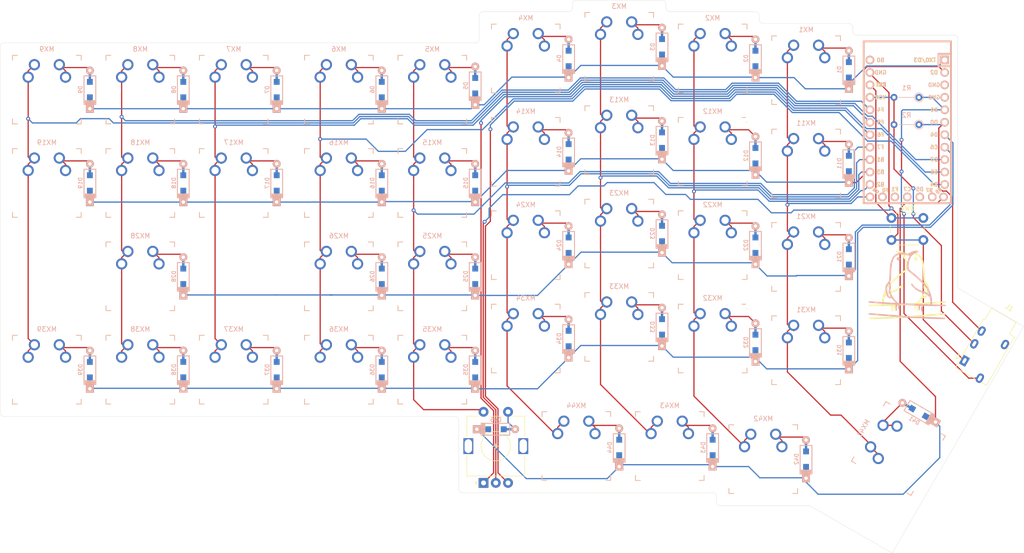
<source format=kicad_pcb>
(kicad_pcb (version 20171130) (host pcbnew "(5.1.9-0-10_14)")
  (layers (0 F.Cu signal) (31 B.Cu signal) (34 B.Paste user) (35 F.Paste user) (36 B.SilkS user) (37 F.SilkS user) (38 B.Mask user) (39 F.Mask user) (44 Edge.Cuts user))
  (net 0 "")
  (net 1 "Net-(D1-Pad2)")
  (net 2 ROW0)
  (net 3 "Net-(D2-Pad2)")
  (net 4 "Net-(D3-Pad2)")
  (net 5 "Net-(D4-Pad2)")
  (net 6 "Net-(D5-Pad2)")
  (net 7 "Net-(D6-Pad2)")
  (net 8 "Net-(D7-Pad2)")
  (net 9 "Net-(D8-Pad2)")
  (net 10 "Net-(D9-Pad2)")
  (net 11 "Net-(D11-Pad2)")
  (net 12 ROW1)
  (net 13 "Net-(D12-Pad2)")
  (net 14 "Net-(D13-Pad2)")
  (net 15 "Net-(D14-Pad2)")
  (net 16 "Net-(D15-Pad2)")
  (net 17 "Net-(D16-Pad2)")
  (net 18 "Net-(D17-Pad2)")
  (net 19 "Net-(D18-Pad2)")
  (net 20 "Net-(D19-Pad2)")
  (net 21 "Net-(D21-Pad2)")
  (net 22 ROW2)
  (net 23 "Net-(D22-Pad2)")
  (net 24 "Net-(D23-Pad2)")
  (net 25 "Net-(D24-Pad2)")
  (net 26 "Net-(D25-Pad2)")
  (net 27 "Net-(D26-Pad2)")
  (net 28 "Net-(D28-Pad2)")
  (net 29 "Net-(D31-Pad2)")
  (net 30 ROW3)
  (net 31 "Net-(D32-Pad2)")
  (net 32 "Net-(D33-Pad2)")
  (net 33 "Net-(D34-Pad2)")
  (net 34 "Net-(D35-Pad2)")
  (net 35 "Net-(D36-Pad2)")
  (net 36 "Net-(D37-Pad2)")
  (net 37 "Net-(D38-Pad2)")
  (net 38 "Net-(D39-Pad2)")
  (net 39 ROW4)
  (net 40 "Net-(D42-Pad2)")
  (net 41 "Net-(D43-Pad2)")
  (net 42 "Net-(D44-Pad2)")
  (net 43 COL0)
  (net 44 COL1)
  (net 45 COL2)
  (net 46 COL3)
  (net 47 COL4)
  (net 48 COL5)
  (net 49 COL6)
  (net 50 COL7)
  (net 51 COL8)
  (net 52 VCC)
  (net 53 SDA)
  (net 54 SCL)
  (net 55 GND)
  (net 56 "Net-(SW0-Pad1)")
  (net 57 LEFT)
  (net 58 RIGHT)
  (net 59 "Net-(D41-Pad2)")
  (net 60 ENC1-IN)
  (net 61 "Net-(U1-Pad25)")
  (net 62 "Net-(U1-Pad26)")
  (net 63 "Net-(U1-Pad27)")
  (net 64 "Net-(U1-Pad28)")
  (net 65 "Net-(U1-Pad29)")
  (net 66 "Net-(U1-Pad24)")
  (net 67 "Net-(U1-Pad4)")
  (net 68 "Net-(U1-Pad3)")
  (module footprints:wren_logo (layer B.Cu) (at 241.262 76.35875 180)
    (fp_text reference G*** hide)
    (fp_text value LOGO hide)
  )
  (module footprints:wren_logo (layer F.Cu) (at 241.262 76.35875)
    (fp_text reference G*** hide)
    (fp_text value LOGO hide)
  )
  (module footprints:Elite-C (layer B.Cu) (at 241.3 44.45 270)
    (fp_text reference U1 hide)
    (fp_text value Elite-C hide)
    (fp_text user D5 (at 12.4 -2.54 180) (layer F.SilkS) (effects (font (size 0.8 0.8))))
    (fp_text user D5 (at 12.4 -2.54 180) (layer B.SilkS) (effects (font (size 0.8 0.8)) (justify mirror)))
    (fp_text user F1 (at 12.4 2.54 180) (layer B.SilkS) (effects (font (size 0.8 0.8)) (justify mirror)))
    (fp_text user F1 (at 12.4 2.54 180) (layer F.SilkS) (effects (font (size 0.8 0.8))))
    (fp_text user C7 (at 12.4 0 180) (layer F.SilkS) (effects (font (size 0.8 0.8))))
    (fp_text user C7 (at 12.4 0 180) (layer B.SilkS) (effects (font (size 0.8 0.8)) (justify mirror)))
    (fp_text user B6 (at 12.7 6.4 135 unlocked) (layer F.SilkS) (effects (font (size 0.7 0.7))))
    (fp_text user B6 (at 12.7 6.4 135 unlocked) (layer B.SilkS) (effects (font (size 0.7 0.7)) (justify mirror)))
    (fp_text user F0 (at 12.6 4.5 180) (layer B.SilkS) (effects (font (size 0.7 0.7)) (justify mirror)))
    (fp_text user F0 (at 12.6 4.5 180) (layer F.SilkS) (effects (font (size 0.7 0.7))))
    (fp_text user B7 (at 12.6 -4.5 180) (layer F.SilkS) (effects (font (size 0.7 0.7))))
    (fp_text user B7 (at 12.6 -4.5 180) (layer B.SilkS) (effects (font (size 0.7 0.7)) (justify mirror)))
    (fp_text user ST (at -8.91 5.04 180) (layer F.SilkS) (effects (font (size 0.8 0.8))))
    (fp_text user TX0/D3 (at -13.97 -3.571872 180) (layer B.SilkS) (effects (font (size 0.8 0.8)) (justify mirror)))
    (fp_text user TX0/D3 (at -13.97 -3.571872 180) (layer F.SilkS) (effects (font (size 0.8 0.8))))
    (fp_text user D2 (at -11.43 -5.461 180) (layer B.SilkS) (effects (font (size 0.8 0.8)) (justify mirror)))
    (fp_text user D0 (at -1.27 -5.461 180) (layer B.SilkS) (effects (font (size 0.8 0.8)) (justify mirror)))
    (fp_text user D1 (at -3.81 -5.461 180) (layer B.SilkS) (effects (font (size 0.8 0.8)) (justify mirror)))
    (fp_text user GND (at -6.35 -5.461 180) (layer B.SilkS) (effects (font (size 0.8 0.8)) (justify mirror)))
    (fp_text user GND (at -8.89 -5.461 180) (layer B.SilkS) (effects (font (size 0.8 0.8)) (justify mirror)))
    (fp_text user D4 (at 1.27 -5.461 180) (layer B.SilkS) (effects (font (size 0.8 0.8)) (justify mirror)))
    (fp_text user C6 (at 3.81 -5.461 180) (layer B.SilkS) (effects (font (size 0.8 0.8)) (justify mirror)))
    (fp_text user D7 (at 6.35 -5.461 180) (layer B.SilkS) (effects (font (size 0.8 0.8)) (justify mirror)))
    (fp_text user E6 (at 8.89 -5.461 180) (layer B.SilkS) (effects (font (size 0.8 0.8)) (justify mirror)))
    (fp_text user B4 (at 11.43 -5.461 180) (layer B.SilkS) (effects (font (size 0.8 0.8)) (justify mirror)))
    (fp_text user B5 (at 12.7 -6.4 225) (layer B.SilkS) (effects (font (size 0.7 0.7)) (justify mirror)))
    (fp_text user B2 (at 11.43 5.461 180) (layer F.SilkS) (effects (font (size 0.8 0.8))))
    (fp_text user B3 (at 8.89 5.461 180) (layer B.SilkS) (effects (font (size 0.8 0.8)) (justify mirror)))
    (fp_text user B1 (at 6.35 5.461 180) (layer B.SilkS) (effects (font (size 0.8 0.8)) (justify mirror)))
    (fp_text user F7 (at 3.81 5.461 180) (layer F.SilkS) (effects (font (size 0.8 0.8))))
    (fp_text user F6 (at 1.27 5.461 180) (layer F.SilkS) (effects (font (size 0.8 0.8))))
    (fp_text user F5 (at -1.27 5.461 180) (layer F.SilkS) (effects (font (size 0.8 0.8))))
    (fp_text user F4 (at -3.81 5.461 180) (layer B.SilkS) (effects (font (size 0.8 0.8)) (justify mirror)))
    (fp_text user VCC (at -6.35 5.461 180) (layer B.SilkS) (effects (font (size 0.8 0.8)) (justify mirror)))
    (fp_text user ST (at -8.92 5.73312 180) (layer B.SilkS) (effects (font (size 0.8 0.8)) (justify mirror)))
    (fp_text user GND (at -11.43 5.461 180) (layer B.SilkS) (effects (font (size 0.8 0.8)) (justify mirror)))
    (fp_text user B0 (at -13.97 5.461 180) (layer B.SilkS) (effects (font (size 0.8 0.8)) (justify mirror)))
    (fp_text user B0 (at -13.97 5.461 180) (layer F.SilkS) (effects (font (size 0.8 0.8))))
    (fp_text user GND (at -11.43 5.461 180) (layer F.SilkS) (effects (font (size 0.8 0.8))))
    (fp_text user VCC (at -6.35 5.461 180) (layer F.SilkS) (effects (font (size 0.8 0.8))))
    (fp_text user F4 (at -3.81 5.461 180) (layer F.SilkS) (effects (font (size 0.8 0.8))))
    (fp_text user F5 (at -1.27 5.461 180) (layer B.SilkS) (effects (font (size 0.8 0.8)) (justify mirror)))
    (fp_text user F6 (at 1.27 5.461 180) (layer B.SilkS) (effects (font (size 0.8 0.8)) (justify mirror)))
    (fp_text user F7 (at 3.81 5.461 180) (layer B.SilkS) (effects (font (size 0.8 0.8)) (justify mirror)))
    (fp_text user B1 (at 6.35 5.461 180) (layer F.SilkS) (effects (font (size 0.8 0.8))))
    (fp_text user B3 (at 8.89 5.461 180) (layer F.SilkS) (effects (font (size 0.8 0.8))))
    (fp_text user B2 (at 11.43 5.461 180) (layer B.SilkS) (effects (font (size 0.8 0.8)) (justify mirror)))
    (fp_text user B5 (at 12.7 -6.4 225) (layer F.SilkS) (effects (font (size 0.7 0.7))))
    (fp_text user B4 (at 11.43 -5.461 180) (layer F.SilkS) (effects (font (size 0.8 0.8))))
    (fp_text user E6 (at 8.89 -5.461 180) (layer F.SilkS) (effects (font (size 0.8 0.8))))
    (fp_text user D7 (at 6.35 -5.461 180) (layer F.SilkS) (effects (font (size 0.8 0.8))))
    (fp_text user C6 (at 3.81 -5.461 180) (layer F.SilkS) (effects (font (size 0.8 0.8))))
    (fp_text user D4 (at 1.27 -5.461 180) (layer F.SilkS) (effects (font (size 0.8 0.8))))
    (fp_text user GND (at -8.89 -5.461 180) (layer F.SilkS) (effects (font (size 0.8 0.8))))
    (fp_text user GND (at -6.35 -5.461 180) (layer F.SilkS) (effects (font (size 0.8 0.8))))
    (fp_text user D1 (at -3.81 -5.461 180) (layer F.SilkS) (effects (font (size 0.8 0.8))))
    (fp_text user D0 (at -1.27 -5.461 180) (layer F.SilkS) (effects (font (size 0.8 0.8))))
    (fp_text user D2 (at -11.43 -5.461 180) (layer F.SilkS) (effects (font (size 0.8 0.8))))
    (pad 25 thru_hole circle (at 13.97 -5.08 270) (size 1.7526 1.7526) (drill 1.0922) (layers *.Cu *.SilkS *.Mask) (net 61 "Net-(U1-Pad25)"))
    (pad 26 thru_hole circle (at 13.97 -2.54 270) (size 1.7526 1.7526) (drill 1.0922) (layers *.Cu *.SilkS *.Mask) (net 62 "Net-(U1-Pad26)"))
    (pad 27 thru_hole circle (at 13.97 0 270) (size 1.7526 1.7526) (drill 1.0922) (layers *.Cu *.SilkS *.Mask) (net 63 "Net-(U1-Pad27)"))
    (pad 28 thru_hole circle (at 13.97 2.54 270) (size 1.7526 1.7526) (drill 1.0922) (layers *.Cu *.SilkS *.Mask) (net 64 "Net-(U1-Pad28)"))
    (pad 29 thru_hole circle (at 13.97 5.08 270) (size 1.7526 1.7526) (drill 1.0922) (layers *.Cu *.SilkS *.Mask) (net 65 "Net-(U1-Pad29)"))
    (pad 24 thru_hole circle (at -13.97 7.62 270) (size 1.7526 1.7526) (drill 1.0922) (layers *.Cu *.SilkS *.Mask) (net 66 "Net-(U1-Pad24)"))
    (pad 12 thru_hole circle (at 13.97 -7.3914 270) (size 1.7526 1.7526) (drill 1.0922) (layers *.Cu *.SilkS *.Mask) (net 39 ROW4))
    (pad 23 thru_hole circle (at -11.43 7.62 270) (size 1.7526 1.7526) (drill 1.0922) (layers *.Cu *.SilkS *.Mask) (net 55 GND))
    (pad 22 thru_hole circle (at -8.89 7.62 270) (size 1.7526 1.7526) (drill 1.0922) (layers *.Cu *.SilkS *.Mask) (net 56 "Net-(SW0-Pad1)"))
    (pad 21 thru_hole circle (at -6.35 7.62 270) (size 1.7526 1.7526) (drill 1.0922) (layers *.Cu *.SilkS *.Mask) (net 52 VCC))
    (pad 20 thru_hole circle (at -3.81 7.62 270) (size 1.7526 1.7526) (drill 1.0922) (layers *.Cu *.SilkS *.Mask) (net 50 COL7))
    (pad 19 thru_hole circle (at -1.27 7.62 270) (size 1.7526 1.7526) (drill 1.0922) (layers *.Cu *.SilkS *.Mask) (net 49 COL6))
    (pad 18 thru_hole circle (at 1.27 7.62 270) (size 1.7526 1.7526) (drill 1.0922) (layers *.Cu *.SilkS *.Mask) (net 48 COL5))
    (pad 17 thru_hole circle (at 3.81 7.62 270) (size 1.7526 1.7526) (drill 1.0922) (layers *.Cu *.SilkS *.Mask) (net 47 COL4))
    (pad 16 thru_hole circle (at 6.35 7.62 270) (size 1.7526 1.7526) (drill 1.0922) (layers *.Cu *.SilkS *.Mask) (net 46 COL3))
    (pad 15 thru_hole circle (at 8.89 7.62 270) (size 1.7526 1.7526) (drill 1.0922) (layers *.Cu *.SilkS *.Mask) (net 45 COL2))
    (pad 14 thru_hole circle (at 11.43 7.62 270) (size 1.7526 1.7526) (drill 1.0922) (layers *.Cu *.SilkS *.Mask) (net 44 COL1))
    (pad 13 thru_hole circle (at 13.97 7.62 270) (size 1.7526 1.7526) (drill 1.0922) (layers *.Cu *.SilkS *.Mask) (net 43 COL0))
    (pad 11 thru_hole circle (at 11.43 -7.62 270) (size 1.7526 1.7526) (drill 1.0922) (layers *.Cu *.SilkS *.Mask) (net 58 RIGHT))
    (pad 10 thru_hole circle (at 8.89 -7.62 270) (size 1.7526 1.7526) (drill 1.0922) (layers *.Cu *.SilkS *.Mask) (net 57 LEFT))
    (pad 9 thru_hole circle (at 6.35 -7.62 270) (size 1.7526 1.7526) (drill 1.0922) (layers *.Cu *.SilkS *.Mask) (net 51 COL8))
    (pad 8 thru_hole circle (at 3.81 -7.62 270) (size 1.7526 1.7526) (drill 1.0922) (layers *.Cu *.SilkS *.Mask) (net 22 ROW2))
    (pad 7 thru_hole circle (at 1.27 -7.62 270) (size 1.7526 1.7526) (drill 1.0922) (layers *.Cu *.SilkS *.Mask) (net 30 ROW3))
    (pad 6 thru_hole circle (at -1.27 -7.62 270) (size 1.7526 1.7526) (drill 1.0922) (layers *.Cu *.SilkS *.Mask) (net 54 SCL))
    (pad 5 thru_hole circle (at -3.81 -7.62 270) (size 1.7526 1.7526) (drill 1.0922) (layers *.Cu *.SilkS *.Mask) (net 53 SDA))
    (pad 4 thru_hole circle (at -6.35 -7.62 270) (size 1.7526 1.7526) (drill 1.0922) (layers *.Cu *.SilkS *.Mask) (net 67 "Net-(U1-Pad4)"))
    (pad 3 thru_hole circle (at -8.89 -7.62 270) (size 1.7526 1.7526) (drill 1.0922) (layers *.Cu *.SilkS *.Mask) (net 68 "Net-(U1-Pad3)"))
    (pad 2 thru_hole circle (at -11.43 -7.62 270) (size 1.7526 1.7526) (drill 1.0922) (layers *.Cu *.SilkS *.Mask) (net 12 ROW1))
    (pad 1 thru_hole rect (at -13.97 -7.62 270) (size 1.7526 1.7526) (drill 1.0922) (layers *.Cu *.SilkS *.Mask) (net 2 ROW0))
  )
  (module footprints:SW_MX_reversible (layer F.Cu) (at 65.88125 36.5125)
    (fp_text reference MX9)
    (fp_text value MX-NoLED)
    (fp_text user %R (at 0 -8.255) (layer B.SilkS) (effects (justify mirror)))
    (pad "" np_thru_hole circle (at -5.08 0) (size 1.7018 1.7018) (drill 1.7018) (layers *.Cu *.Mask))
    (pad "" np_thru_hole circle (at 5.08 0) (size 1.7018 1.7018) (drill 1.7018) (layers *.Cu *.Mask))
    (pad 1 thru_hole circle (at -3.81 -2.54) (size 2.286 2.286) (drill 1.4986) (layers *.Cu *.Mask) (net 51 COL8))
    (pad "" np_thru_hole circle (at 0 0) (size 3.9878 3.9878) (drill 3.9878) (layers *.Cu *.Mask))
    (pad 2 thru_hole circle (at 2.54 -5.08) (size 2.286 2.286) (drill 1.4986) (layers *.Cu *.Mask) (net 10 "Net-(D9-Pad2)"))
    (pad 1 thru_hole circle (at -2.54 -5.08) (size 2.286 2.286) (drill 1.4986) (layers *.Cu *.Mask) (net 51 COL8))
    (pad 2 thru_hole circle (at 3.81 -2.54) (size 2.286 2.286) (drill 1.4986) (layers *.Cu *.Mask) (net 10 "Net-(D9-Pad2)"))
  )
  (module footprints:SW_MX_reversible (layer F.Cu) (at 65.88125 93.6625)
    (fp_text reference MX39)
    (fp_text value MX-NoLED)
    (fp_text user %R (at 0 -8.255) (layer B.SilkS) (effects (justify mirror)))
    (pad "" np_thru_hole circle (at -5.08 0) (size 1.7018 1.7018) (drill 1.7018) (layers *.Cu *.Mask))
    (pad "" np_thru_hole circle (at 5.08 0) (size 1.7018 1.7018) (drill 1.7018) (layers *.Cu *.Mask))
    (pad 1 thru_hole circle (at -3.81 -2.54) (size 2.286 2.286) (drill 1.4986) (layers *.Cu *.Mask) (net 51 COL8))
    (pad "" np_thru_hole circle (at 0 0) (size 3.9878 3.9878) (drill 3.9878) (layers *.Cu *.Mask))
    (pad 2 thru_hole circle (at 2.54 -5.08) (size 2.286 2.286) (drill 1.4986) (layers *.Cu *.Mask) (net 38 "Net-(D39-Pad2)"))
    (pad 1 thru_hole circle (at -2.54 -5.08) (size 2.286 2.286) (drill 1.4986) (layers *.Cu *.Mask) (net 51 COL8))
    (pad 2 thru_hole circle (at 3.81 -2.54) (size 2.286 2.286) (drill 1.4986) (layers *.Cu *.Mask) (net 38 "Net-(D39-Pad2)"))
  )
  (module footprints:Stabilizer_MX_2u (layer F.Cu) (at 239.484 109.75975 240)
    (fp_text reference REF** hide)
    (fp_text value Stabilizer_MX_2u hide)
    (pad "" np_thru_hole circle (at -11.9 -6.985 240) (size 3.048 3.048) (drill 3.048) (layers *.Cu *.Mask))
    (pad "" np_thru_hole circle (at 11.9 -6.985 240) (size 3.048 3.048) (drill 3.048) (layers *.Cu *.Mask))
    (pad "" np_thru_hole circle (at -11.9 8.255 240) (size 3.9878 3.9878) (drill 3.9878) (layers *.Cu *.Mask))
    (pad "" np_thru_hole circle (at 11.9 8.255 240) (size 3.9878 3.9878) (drill 3.9878) (layers *.Cu *.Mask))
  )
  (module footprints:SW_MX_reversible (layer F.Cu) (at 239.484 109.75975 60)
    (fp_text reference MX41)
    (fp_text value MX-NoLED)
    (fp_text user %R (at 0 -8.255 60) (layer B.SilkS) (effects (justify mirror)))
    (pad "" np_thru_hole circle (at -5.08 0 60) (size 1.7018 1.7018) (drill 1.7018) (layers *.Cu *.Mask))
    (pad "" np_thru_hole circle (at 5.08 0 60) (size 1.7018 1.7018) (drill 1.7018) (layers *.Cu *.Mask))
    (pad 1 thru_hole circle (at -3.81 -2.54 60) (size 2.286 2.286) (drill 1.4986) (layers *.Cu *.Mask) (net 43 COL0))
    (pad "" np_thru_hole circle (at 0 0 60) (size 3.9878 3.9878) (drill 3.9878) (layers *.Cu *.Mask))
    (pad 2 thru_hole circle (at 2.54 -5.08 60) (size 2.286 2.286) (drill 1.4986) (layers *.Cu *.Mask) (net 59 "Net-(D41-Pad2)"))
    (pad 1 thru_hole circle (at -2.54 -5.08 60) (size 2.286 2.286) (drill 1.4986) (layers *.Cu *.Mask) (net 43 COL0))
    (pad 2 thru_hole circle (at 3.81 -2.54 60) (size 2.286 2.286) (drill 1.4986) (layers *.Cu *.Mask) (net 59 "Net-(D41-Pad2)"))
  )
  (module footprints:SW_MX_reversible (layer F.Cu) (at 144.4625 55.5625)
    (fp_text reference MX15)
    (fp_text value MX-NoLED)
    (fp_text user %R (at 0 -8.255) (layer B.SilkS) (effects (justify mirror)))
    (pad "" np_thru_hole circle (at -5.08 0) (size 1.7018 1.7018) (drill 1.7018) (layers *.Cu *.Mask))
    (pad "" np_thru_hole circle (at 5.08 0) (size 1.7018 1.7018) (drill 1.7018) (layers *.Cu *.Mask))
    (pad 1 thru_hole circle (at -3.81 -2.54) (size 2.286 2.286) (drill 1.4986) (layers *.Cu *.Mask) (net 47 COL4))
    (pad "" np_thru_hole circle (at 0 0) (size 3.9878 3.9878) (drill 3.9878) (layers *.Cu *.Mask))
    (pad 2 thru_hole circle (at 2.54 -5.08) (size 2.286 2.286) (drill 1.4986) (layers *.Cu *.Mask) (net 16 "Net-(D15-Pad2)"))
    (pad 1 thru_hole circle (at -2.54 -5.08) (size 2.286 2.286) (drill 1.4986) (layers *.Cu *.Mask) (net 47 COL4))
    (pad 2 thru_hole circle (at 3.81 -2.54) (size 2.286 2.286) (drill 1.4986) (layers *.Cu *.Mask) (net 16 "Net-(D15-Pad2)"))
  )
  (module footprints:SW_MX_reversible (layer F.Cu) (at 173.825 109.25175)
    (fp_text reference MX44)
    (fp_text value MX-NoLED)
    (fp_text user %R (at 0 -8.255) (layer B.SilkS) (effects (justify mirror)))
    (pad "" np_thru_hole circle (at -5.08 0) (size 1.7018 1.7018) (drill 1.7018) (layers *.Cu *.Mask))
    (pad "" np_thru_hole circle (at 5.08 0) (size 1.7018 1.7018) (drill 1.7018) (layers *.Cu *.Mask))
    (pad 1 thru_hole circle (at -3.81 -2.54) (size 2.286 2.286) (drill 1.4986) (layers *.Cu *.Mask) (net 46 COL3))
    (pad "" np_thru_hole circle (at 0 0) (size 3.9878 3.9878) (drill 3.9878) (layers *.Cu *.Mask))
    (pad 2 thru_hole circle (at 2.54 -5.08) (size 2.286 2.286) (drill 1.4986) (layers *.Cu *.Mask) (net 42 "Net-(D44-Pad2)"))
    (pad 1 thru_hole circle (at -2.54 -5.08) (size 2.286 2.286) (drill 1.4986) (layers *.Cu *.Mask) (net 46 COL3))
    (pad 2 thru_hole circle (at 3.81 -2.54) (size 2.286 2.286) (drill 1.4986) (layers *.Cu *.Mask) (net 42 "Net-(D44-Pad2)"))
  )
  (module footprints:SW_MX_reversible (layer F.Cu) (at 192.875 109.25175)
    (fp_text reference MX43)
    (fp_text value MX-NoLED)
    (fp_text user %R (at 0 -8.255) (layer B.SilkS) (effects (justify mirror)))
    (pad "" np_thru_hole circle (at -5.08 0) (size 1.7018 1.7018) (drill 1.7018) (layers *.Cu *.Mask))
    (pad "" np_thru_hole circle (at 5.08 0) (size 1.7018 1.7018) (drill 1.7018) (layers *.Cu *.Mask))
    (pad 1 thru_hole circle (at -3.81 -2.54) (size 2.286 2.286) (drill 1.4986) (layers *.Cu *.Mask) (net 45 COL2))
    (pad "" np_thru_hole circle (at 0 0) (size 3.9878 3.9878) (drill 3.9878) (layers *.Cu *.Mask))
    (pad 2 thru_hole circle (at 2.54 -5.08) (size 2.286 2.286) (drill 1.4986) (layers *.Cu *.Mask) (net 41 "Net-(D43-Pad2)"))
    (pad 1 thru_hole circle (at -2.54 -5.08) (size 2.286 2.286) (drill 1.4986) (layers *.Cu *.Mask) (net 45 COL2))
    (pad 2 thru_hole circle (at 3.81 -2.54) (size 2.286 2.286) (drill 1.4986) (layers *.Cu *.Mask) (net 41 "Net-(D43-Pad2)"))
  )
  (module footprints:SW_MX_reversible (layer F.Cu) (at 211.925 111.91875)
    (fp_text reference MX42)
    (fp_text value MX-NoLED)
    (fp_text user %R (at 0 -8.255) (layer B.SilkS) (effects (justify mirror)))
    (pad "" np_thru_hole circle (at -5.08 0) (size 1.7018 1.7018) (drill 1.7018) (layers *.Cu *.Mask))
    (pad "" np_thru_hole circle (at 5.08 0) (size 1.7018 1.7018) (drill 1.7018) (layers *.Cu *.Mask))
    (pad 1 thru_hole circle (at -3.81 -2.54) (size 2.286 2.286) (drill 1.4986) (layers *.Cu *.Mask) (net 44 COL1))
    (pad "" np_thru_hole circle (at 0 0) (size 3.9878 3.9878) (drill 3.9878) (layers *.Cu *.Mask))
    (pad 2 thru_hole circle (at 2.54 -5.08) (size 2.286 2.286) (drill 1.4986) (layers *.Cu *.Mask) (net 40 "Net-(D42-Pad2)"))
    (pad 1 thru_hole circle (at -2.54 -5.08) (size 2.286 2.286) (drill 1.4986) (layers *.Cu *.Mask) (net 44 COL1))
    (pad 2 thru_hole circle (at 3.81 -2.54) (size 2.286 2.286) (drill 1.4986) (layers *.Cu *.Mask) (net 40 "Net-(D42-Pad2)"))
  )
  (module footprints:SW_MX_reversible (layer F.Cu) (at 84.93125 93.6625)
    (fp_text reference MX38)
    (fp_text value MX-NoLED)
    (fp_text user %R (at 0 -8.255) (layer B.SilkS) (effects (justify mirror)))
    (pad "" np_thru_hole circle (at -5.08 0) (size 1.7018 1.7018) (drill 1.7018) (layers *.Cu *.Mask))
    (pad "" np_thru_hole circle (at 5.08 0) (size 1.7018 1.7018) (drill 1.7018) (layers *.Cu *.Mask))
    (pad 1 thru_hole circle (at -3.81 -2.54) (size 2.286 2.286) (drill 1.4986) (layers *.Cu *.Mask) (net 50 COL7))
    (pad "" np_thru_hole circle (at 0 0) (size 3.9878 3.9878) (drill 3.9878) (layers *.Cu *.Mask))
    (pad 2 thru_hole circle (at 2.54 -5.08) (size 2.286 2.286) (drill 1.4986) (layers *.Cu *.Mask) (net 37 "Net-(D38-Pad2)"))
    (pad 1 thru_hole circle (at -2.54 -5.08) (size 2.286 2.286) (drill 1.4986) (layers *.Cu *.Mask) (net 50 COL7))
    (pad 2 thru_hole circle (at 3.81 -2.54) (size 2.286 2.286) (drill 1.4986) (layers *.Cu *.Mask) (net 37 "Net-(D38-Pad2)"))
  )
  (module footprints:SW_MX_reversible (layer F.Cu) (at 103.98125 93.6625)
    (fp_text reference MX37)
    (fp_text value MX-NoLED)
    (fp_text user %R (at 0 -8.255) (layer B.SilkS) (effects (justify mirror)))
    (pad "" np_thru_hole circle (at -5.08 0) (size 1.7018 1.7018) (drill 1.7018) (layers *.Cu *.Mask))
    (pad "" np_thru_hole circle (at 5.08 0) (size 1.7018 1.7018) (drill 1.7018) (layers *.Cu *.Mask))
    (pad 1 thru_hole circle (at -3.81 -2.54) (size 2.286 2.286) (drill 1.4986) (layers *.Cu *.Mask) (net 49 COL6))
    (pad "" np_thru_hole circle (at 0 0) (size 3.9878 3.9878) (drill 3.9878) (layers *.Cu *.Mask))
    (pad 2 thru_hole circle (at 2.54 -5.08) (size 2.286 2.286) (drill 1.4986) (layers *.Cu *.Mask) (net 36 "Net-(D37-Pad2)"))
    (pad 1 thru_hole circle (at -2.54 -5.08) (size 2.286 2.286) (drill 1.4986) (layers *.Cu *.Mask) (net 49 COL6))
    (pad 2 thru_hole circle (at 3.81 -2.54) (size 2.286 2.286) (drill 1.4986) (layers *.Cu *.Mask) (net 36 "Net-(D37-Pad2)"))
  )
  (module footprints:SW_MX_reversible (layer F.Cu) (at 125.4125 93.6625)
    (fp_text reference MX36)
    (fp_text value MX-NoLED)
    (fp_text user %R (at 0 -8.255) (layer B.SilkS) (effects (justify mirror)))
    (pad "" np_thru_hole circle (at -5.08 0) (size 1.7018 1.7018) (drill 1.7018) (layers *.Cu *.Mask))
    (pad "" np_thru_hole circle (at 5.08 0) (size 1.7018 1.7018) (drill 1.7018) (layers *.Cu *.Mask))
    (pad 1 thru_hole circle (at -3.81 -2.54) (size 2.286 2.286) (drill 1.4986) (layers *.Cu *.Mask) (net 48 COL5))
    (pad "" np_thru_hole circle (at 0 0) (size 3.9878 3.9878) (drill 3.9878) (layers *.Cu *.Mask))
    (pad 2 thru_hole circle (at 2.54 -5.08) (size 2.286 2.286) (drill 1.4986) (layers *.Cu *.Mask) (net 35 "Net-(D36-Pad2)"))
    (pad 1 thru_hole circle (at -2.54 -5.08) (size 2.286 2.286) (drill 1.4986) (layers *.Cu *.Mask) (net 48 COL5))
    (pad 2 thru_hole circle (at 3.81 -2.54) (size 2.286 2.286) (drill 1.4986) (layers *.Cu *.Mask) (net 35 "Net-(D36-Pad2)"))
  )
  (module footprints:SW_MX_reversible (layer F.Cu) (at 144.4625 93.6625)
    (fp_text reference MX35)
    (fp_text value MX-NoLED)
    (fp_text user %R (at 0 -8.255) (layer B.SilkS) (effects (justify mirror)))
    (pad "" np_thru_hole circle (at -5.08 0) (size 1.7018 1.7018) (drill 1.7018) (layers *.Cu *.Mask))
    (pad "" np_thru_hole circle (at 5.08 0) (size 1.7018 1.7018) (drill 1.7018) (layers *.Cu *.Mask))
    (pad 1 thru_hole circle (at -3.81 -2.54) (size 2.286 2.286) (drill 1.4986) (layers *.Cu *.Mask) (net 47 COL4))
    (pad "" np_thru_hole circle (at 0 0) (size 3.9878 3.9878) (drill 3.9878) (layers *.Cu *.Mask))
    (pad 2 thru_hole circle (at 2.54 -5.08) (size 2.286 2.286) (drill 1.4986) (layers *.Cu *.Mask) (net 34 "Net-(D35-Pad2)"))
    (pad 1 thru_hole circle (at -2.54 -5.08) (size 2.286 2.286) (drill 1.4986) (layers *.Cu *.Mask) (net 47 COL4))
    (pad 2 thru_hole circle (at 3.81 -2.54) (size 2.286 2.286) (drill 1.4986) (layers *.Cu *.Mask) (net 34 "Net-(D35-Pad2)"))
  )
  (module footprints:SW_MX_reversible (layer F.Cu) (at 163.5125 87.3125)
    (fp_text reference MX34)
    (fp_text value MX-NoLED)
    (fp_text user %R (at 0 -8.255) (layer B.SilkS) (effects (justify mirror)))
    (pad "" np_thru_hole circle (at -5.08 0) (size 1.7018 1.7018) (drill 1.7018) (layers *.Cu *.Mask))
    (pad "" np_thru_hole circle (at 5.08 0) (size 1.7018 1.7018) (drill 1.7018) (layers *.Cu *.Mask))
    (pad 1 thru_hole circle (at -3.81 -2.54) (size 2.286 2.286) (drill 1.4986) (layers *.Cu *.Mask) (net 46 COL3))
    (pad "" np_thru_hole circle (at 0 0) (size 3.9878 3.9878) (drill 3.9878) (layers *.Cu *.Mask))
    (pad 2 thru_hole circle (at 2.54 -5.08) (size 2.286 2.286) (drill 1.4986) (layers *.Cu *.Mask) (net 33 "Net-(D34-Pad2)"))
    (pad 1 thru_hole circle (at -2.54 -5.08) (size 2.286 2.286) (drill 1.4986) (layers *.Cu *.Mask) (net 46 COL3))
    (pad 2 thru_hole circle (at 3.81 -2.54) (size 2.286 2.286) (drill 1.4986) (layers *.Cu *.Mask) (net 33 "Net-(D34-Pad2)"))
  )
  (module footprints:SW_MX_reversible (layer F.Cu) (at 182.5625 84.93125)
    (fp_text reference MX33)
    (fp_text value MX-NoLED)
    (fp_text user %R (at 0 -8.255) (layer B.SilkS) (effects (justify mirror)))
    (pad "" np_thru_hole circle (at -5.08 0) (size 1.7018 1.7018) (drill 1.7018) (layers *.Cu *.Mask))
    (pad "" np_thru_hole circle (at 5.08 0) (size 1.7018 1.7018) (drill 1.7018) (layers *.Cu *.Mask))
    (pad 1 thru_hole circle (at -3.81 -2.54) (size 2.286 2.286) (drill 1.4986) (layers *.Cu *.Mask) (net 45 COL2))
    (pad "" np_thru_hole circle (at 0 0) (size 3.9878 3.9878) (drill 3.9878) (layers *.Cu *.Mask))
    (pad 2 thru_hole circle (at 2.54 -5.08) (size 2.286 2.286) (drill 1.4986) (layers *.Cu *.Mask) (net 32 "Net-(D33-Pad2)"))
    (pad 1 thru_hole circle (at -2.54 -5.08) (size 2.286 2.286) (drill 1.4986) (layers *.Cu *.Mask) (net 45 COL2))
    (pad 2 thru_hole circle (at 3.81 -2.54) (size 2.286 2.286) (drill 1.4986) (layers *.Cu *.Mask) (net 32 "Net-(D33-Pad2)"))
  )
  (module footprints:SW_MX_reversible (layer F.Cu) (at 201.6125 87.3125)
    (fp_text reference MX32)
    (fp_text value MX-NoLED)
    (fp_text user %R (at 0 -8.255) (layer B.SilkS) (effects (justify mirror)))
    (pad "" np_thru_hole circle (at -5.08 0) (size 1.7018 1.7018) (drill 1.7018) (layers *.Cu *.Mask))
    (pad "" np_thru_hole circle (at 5.08 0) (size 1.7018 1.7018) (drill 1.7018) (layers *.Cu *.Mask))
    (pad 1 thru_hole circle (at -3.81 -2.54) (size 2.286 2.286) (drill 1.4986) (layers *.Cu *.Mask) (net 44 COL1))
    (pad "" np_thru_hole circle (at 0 0) (size 3.9878 3.9878) (drill 3.9878) (layers *.Cu *.Mask))
    (pad 2 thru_hole circle (at 2.54 -5.08) (size 2.286 2.286) (drill 1.4986) (layers *.Cu *.Mask) (net 31 "Net-(D32-Pad2)"))
    (pad 1 thru_hole circle (at -2.54 -5.08) (size 2.286 2.286) (drill 1.4986) (layers *.Cu *.Mask) (net 44 COL1))
    (pad 2 thru_hole circle (at 3.81 -2.54) (size 2.286 2.286) (drill 1.4986) (layers *.Cu *.Mask) (net 31 "Net-(D32-Pad2)"))
  )
  (module footprints:SW_MX_reversible (layer F.Cu) (at 220.6625 89.69375)
    (fp_text reference MX31)
    (fp_text value MX-NoLED)
    (fp_text user %R (at 0 -8.255) (layer B.SilkS) (effects (justify mirror)))
    (pad "" np_thru_hole circle (at -5.08 0) (size 1.7018 1.7018) (drill 1.7018) (layers *.Cu *.Mask))
    (pad "" np_thru_hole circle (at 5.08 0) (size 1.7018 1.7018) (drill 1.7018) (layers *.Cu *.Mask))
    (pad 1 thru_hole circle (at -3.81 -2.54) (size 2.286 2.286) (drill 1.4986) (layers *.Cu *.Mask) (net 43 COL0))
    (pad "" np_thru_hole circle (at 0 0) (size 3.9878 3.9878) (drill 3.9878) (layers *.Cu *.Mask))
    (pad 2 thru_hole circle (at 2.54 -5.08) (size 2.286 2.286) (drill 1.4986) (layers *.Cu *.Mask) (net 29 "Net-(D31-Pad2)"))
    (pad 1 thru_hole circle (at -2.54 -5.08) (size 2.286 2.286) (drill 1.4986) (layers *.Cu *.Mask) (net 43 COL0))
    (pad 2 thru_hole circle (at 3.81 -2.54) (size 2.286 2.286) (drill 1.4986) (layers *.Cu *.Mask) (net 29 "Net-(D31-Pad2)"))
  )
  (module footprints:SW_MX_reversible (layer F.Cu) (at 84.93125 74.6125)
    (fp_text reference MX28)
    (fp_text value MX-NoLED)
    (fp_text user %R (at 0 -8.255) (layer B.SilkS) (effects (justify mirror)))
    (pad "" np_thru_hole circle (at -5.08 0) (size 1.7018 1.7018) (drill 1.7018) (layers *.Cu *.Mask))
    (pad "" np_thru_hole circle (at 5.08 0) (size 1.7018 1.7018) (drill 1.7018) (layers *.Cu *.Mask))
    (pad 1 thru_hole circle (at -3.81 -2.54) (size 2.286 2.286) (drill 1.4986) (layers *.Cu *.Mask) (net 50 COL7))
    (pad "" np_thru_hole circle (at 0 0) (size 3.9878 3.9878) (drill 3.9878) (layers *.Cu *.Mask))
    (pad 2 thru_hole circle (at 2.54 -5.08) (size 2.286 2.286) (drill 1.4986) (layers *.Cu *.Mask) (net 28 "Net-(D28-Pad2)"))
    (pad 1 thru_hole circle (at -2.54 -5.08) (size 2.286 2.286) (drill 1.4986) (layers *.Cu *.Mask) (net 50 COL7))
    (pad 2 thru_hole circle (at 3.81 -2.54) (size 2.286 2.286) (drill 1.4986) (layers *.Cu *.Mask) (net 28 "Net-(D28-Pad2)"))
  )
  (module footprints:SW_MX_reversible (layer F.Cu) (at 125.4125 74.6125)
    (fp_text reference MX26)
    (fp_text value MX-NoLED)
    (fp_text user %R (at 0 -8.255) (layer B.SilkS) (effects (justify mirror)))
    (pad "" np_thru_hole circle (at -5.08 0) (size 1.7018 1.7018) (drill 1.7018) (layers *.Cu *.Mask))
    (pad "" np_thru_hole circle (at 5.08 0) (size 1.7018 1.7018) (drill 1.7018) (layers *.Cu *.Mask))
    (pad 1 thru_hole circle (at -3.81 -2.54) (size 2.286 2.286) (drill 1.4986) (layers *.Cu *.Mask) (net 48 COL5))
    (pad "" np_thru_hole circle (at 0 0) (size 3.9878 3.9878) (drill 3.9878) (layers *.Cu *.Mask))
    (pad 2 thru_hole circle (at 2.54 -5.08) (size 2.286 2.286) (drill 1.4986) (layers *.Cu *.Mask) (net 27 "Net-(D26-Pad2)"))
    (pad 1 thru_hole circle (at -2.54 -5.08) (size 2.286 2.286) (drill 1.4986) (layers *.Cu *.Mask) (net 48 COL5))
    (pad 2 thru_hole circle (at 3.81 -2.54) (size 2.286 2.286) (drill 1.4986) (layers *.Cu *.Mask) (net 27 "Net-(D26-Pad2)"))
  )
  (module footprints:SW_MX_reversible (layer F.Cu) (at 144.4625 74.6125)
    (fp_text reference MX25)
    (fp_text value MX-NoLED)
    (fp_text user %R (at 0 -8.255) (layer B.SilkS) (effects (justify mirror)))
    (pad "" np_thru_hole circle (at -5.08 0) (size 1.7018 1.7018) (drill 1.7018) (layers *.Cu *.Mask))
    (pad "" np_thru_hole circle (at 5.08 0) (size 1.7018 1.7018) (drill 1.7018) (layers *.Cu *.Mask))
    (pad 1 thru_hole circle (at -3.81 -2.54) (size 2.286 2.286) (drill 1.4986) (layers *.Cu *.Mask) (net 47 COL4))
    (pad "" np_thru_hole circle (at 0 0) (size 3.9878 3.9878) (drill 3.9878) (layers *.Cu *.Mask))
    (pad 2 thru_hole circle (at 2.54 -5.08) (size 2.286 2.286) (drill 1.4986) (layers *.Cu *.Mask) (net 26 "Net-(D25-Pad2)"))
    (pad 1 thru_hole circle (at -2.54 -5.08) (size 2.286 2.286) (drill 1.4986) (layers *.Cu *.Mask) (net 47 COL4))
    (pad 2 thru_hole circle (at 3.81 -2.54) (size 2.286 2.286) (drill 1.4986) (layers *.Cu *.Mask) (net 26 "Net-(D25-Pad2)"))
  )
  (module footprints:SW_MX_reversible (layer F.Cu) (at 163.5125 68.2625)
    (fp_text reference MX24)
    (fp_text value MX-NoLED)
    (fp_text user %R (at 0 -8.255) (layer B.SilkS) (effects (justify mirror)))
    (pad "" np_thru_hole circle (at -5.08 0) (size 1.7018 1.7018) (drill 1.7018) (layers *.Cu *.Mask))
    (pad "" np_thru_hole circle (at 5.08 0) (size 1.7018 1.7018) (drill 1.7018) (layers *.Cu *.Mask))
    (pad 1 thru_hole circle (at -3.81 -2.54) (size 2.286 2.286) (drill 1.4986) (layers *.Cu *.Mask) (net 46 COL3))
    (pad "" np_thru_hole circle (at 0 0) (size 3.9878 3.9878) (drill 3.9878) (layers *.Cu *.Mask))
    (pad 2 thru_hole circle (at 2.54 -5.08) (size 2.286 2.286) (drill 1.4986) (layers *.Cu *.Mask) (net 25 "Net-(D24-Pad2)"))
    (pad 1 thru_hole circle (at -2.54 -5.08) (size 2.286 2.286) (drill 1.4986) (layers *.Cu *.Mask) (net 46 COL3))
    (pad 2 thru_hole circle (at 3.81 -2.54) (size 2.286 2.286) (drill 1.4986) (layers *.Cu *.Mask) (net 25 "Net-(D24-Pad2)"))
  )
  (module footprints:SW_MX_reversible (layer F.Cu) (at 182.5625 65.88125)
    (fp_text reference MX23)
    (fp_text value MX-NoLED)
    (fp_text user %R (at 0 -8.255) (layer B.SilkS) (effects (justify mirror)))
    (pad "" np_thru_hole circle (at -5.08 0) (size 1.7018 1.7018) (drill 1.7018) (layers *.Cu *.Mask))
    (pad "" np_thru_hole circle (at 5.08 0) (size 1.7018 1.7018) (drill 1.7018) (layers *.Cu *.Mask))
    (pad 1 thru_hole circle (at -3.81 -2.54) (size 2.286 2.286) (drill 1.4986) (layers *.Cu *.Mask) (net 45 COL2))
    (pad "" np_thru_hole circle (at 0 0) (size 3.9878 3.9878) (drill 3.9878) (layers *.Cu *.Mask))
    (pad 2 thru_hole circle (at 2.54 -5.08) (size 2.286 2.286) (drill 1.4986) (layers *.Cu *.Mask) (net 24 "Net-(D23-Pad2)"))
    (pad 1 thru_hole circle (at -2.54 -5.08) (size 2.286 2.286) (drill 1.4986) (layers *.Cu *.Mask) (net 45 COL2))
    (pad 2 thru_hole circle (at 3.81 -2.54) (size 2.286 2.286) (drill 1.4986) (layers *.Cu *.Mask) (net 24 "Net-(D23-Pad2)"))
  )
  (module footprints:SW_MX_reversible (layer F.Cu) (at 201.6125 68.2625)
    (fp_text reference MX22)
    (fp_text value MX-NoLED)
    (fp_text user %R (at 0 -8.255) (layer B.SilkS) (effects (justify mirror)))
    (pad "" np_thru_hole circle (at -5.08 0) (size 1.7018 1.7018) (drill 1.7018) (layers *.Cu *.Mask))
    (pad "" np_thru_hole circle (at 5.08 0) (size 1.7018 1.7018) (drill 1.7018) (layers *.Cu *.Mask))
    (pad 1 thru_hole circle (at -3.81 -2.54) (size 2.286 2.286) (drill 1.4986) (layers *.Cu *.Mask) (net 44 COL1))
    (pad "" np_thru_hole circle (at 0 0) (size 3.9878 3.9878) (drill 3.9878) (layers *.Cu *.Mask))
    (pad 2 thru_hole circle (at 2.54 -5.08) (size 2.286 2.286) (drill 1.4986) (layers *.Cu *.Mask) (net 23 "Net-(D22-Pad2)"))
    (pad 1 thru_hole circle (at -2.54 -5.08) (size 2.286 2.286) (drill 1.4986) (layers *.Cu *.Mask) (net 44 COL1))
    (pad 2 thru_hole circle (at 3.81 -2.54) (size 2.286 2.286) (drill 1.4986) (layers *.Cu *.Mask) (net 23 "Net-(D22-Pad2)"))
  )
  (module footprints:SW_MX_reversible (layer F.Cu) (at 220.6625 70.64375)
    (fp_text reference MX21)
    (fp_text value MX-NoLED)
    (fp_text user %R (at 0 -8.255) (layer B.SilkS) (effects (justify mirror)))
    (pad "" np_thru_hole circle (at -5.08 0) (size 1.7018 1.7018) (drill 1.7018) (layers *.Cu *.Mask))
    (pad "" np_thru_hole circle (at 5.08 0) (size 1.7018 1.7018) (drill 1.7018) (layers *.Cu *.Mask))
    (pad 1 thru_hole circle (at -3.81 -2.54) (size 2.286 2.286) (drill 1.4986) (layers *.Cu *.Mask) (net 43 COL0))
    (pad "" np_thru_hole circle (at 0 0) (size 3.9878 3.9878) (drill 3.9878) (layers *.Cu *.Mask))
    (pad 2 thru_hole circle (at 2.54 -5.08) (size 2.286 2.286) (drill 1.4986) (layers *.Cu *.Mask) (net 21 "Net-(D21-Pad2)"))
    (pad 1 thru_hole circle (at -2.54 -5.08) (size 2.286 2.286) (drill 1.4986) (layers *.Cu *.Mask) (net 43 COL0))
    (pad 2 thru_hole circle (at 3.81 -2.54) (size 2.286 2.286) (drill 1.4986) (layers *.Cu *.Mask) (net 21 "Net-(D21-Pad2)"))
  )
  (module footprints:SW_MX_reversible (layer F.Cu) (at 65.88125 55.5625)
    (fp_text reference MX19)
    (fp_text value MX-NoLED)
    (fp_text user %R (at 0 -8.255) (layer B.SilkS) (effects (justify mirror)))
    (pad "" np_thru_hole circle (at -5.08 0) (size 1.7018 1.7018) (drill 1.7018) (layers *.Cu *.Mask))
    (pad "" np_thru_hole circle (at 5.08 0) (size 1.7018 1.7018) (drill 1.7018) (layers *.Cu *.Mask))
    (pad 1 thru_hole circle (at -3.81 -2.54) (size 2.286 2.286) (drill 1.4986) (layers *.Cu *.Mask) (net 51 COL8))
    (pad "" np_thru_hole circle (at 0 0) (size 3.9878 3.9878) (drill 3.9878) (layers *.Cu *.Mask))
    (pad 2 thru_hole circle (at 2.54 -5.08) (size 2.286 2.286) (drill 1.4986) (layers *.Cu *.Mask) (net 20 "Net-(D19-Pad2)"))
    (pad 1 thru_hole circle (at -2.54 -5.08) (size 2.286 2.286) (drill 1.4986) (layers *.Cu *.Mask) (net 51 COL8))
    (pad 2 thru_hole circle (at 3.81 -2.54) (size 2.286 2.286) (drill 1.4986) (layers *.Cu *.Mask) (net 20 "Net-(D19-Pad2)"))
  )
  (module footprints:SW_MX_reversible (layer F.Cu) (at 84.93125 55.5625)
    (fp_text reference MX18)
    (fp_text value MX-NoLED)
    (fp_text user %R (at 0 -8.255) (layer B.SilkS) (effects (justify mirror)))
    (pad "" np_thru_hole circle (at -5.08 0) (size 1.7018 1.7018) (drill 1.7018) (layers *.Cu *.Mask))
    (pad "" np_thru_hole circle (at 5.08 0) (size 1.7018 1.7018) (drill 1.7018) (layers *.Cu *.Mask))
    (pad 1 thru_hole circle (at -3.81 -2.54) (size 2.286 2.286) (drill 1.4986) (layers *.Cu *.Mask) (net 50 COL7))
    (pad "" np_thru_hole circle (at 0 0) (size 3.9878 3.9878) (drill 3.9878) (layers *.Cu *.Mask))
    (pad 2 thru_hole circle (at 2.54 -5.08) (size 2.286 2.286) (drill 1.4986) (layers *.Cu *.Mask) (net 19 "Net-(D18-Pad2)"))
    (pad 1 thru_hole circle (at -2.54 -5.08) (size 2.286 2.286) (drill 1.4986) (layers *.Cu *.Mask) (net 50 COL7))
    (pad 2 thru_hole circle (at 3.81 -2.54) (size 2.286 2.286) (drill 1.4986) (layers *.Cu *.Mask) (net 19 "Net-(D18-Pad2)"))
  )
  (module footprints:SW_MX_reversible (layer F.Cu) (at 103.98125 55.5625)
    (fp_text reference MX17)
    (fp_text value MX-NoLED)
    (fp_text user %R (at 0 -8.255) (layer B.SilkS) (effects (justify mirror)))
    (pad "" np_thru_hole circle (at -5.08 0) (size 1.7018 1.7018) (drill 1.7018) (layers *.Cu *.Mask))
    (pad "" np_thru_hole circle (at 5.08 0) (size 1.7018 1.7018) (drill 1.7018) (layers *.Cu *.Mask))
    (pad 1 thru_hole circle (at -3.81 -2.54) (size 2.286 2.286) (drill 1.4986) (layers *.Cu *.Mask) (net 49 COL6))
    (pad "" np_thru_hole circle (at 0 0) (size 3.9878 3.9878) (drill 3.9878) (layers *.Cu *.Mask))
    (pad 2 thru_hole circle (at 2.54 -5.08) (size 2.286 2.286) (drill 1.4986) (layers *.Cu *.Mask) (net 18 "Net-(D17-Pad2)"))
    (pad 1 thru_hole circle (at -2.54 -5.08) (size 2.286 2.286) (drill 1.4986) (layers *.Cu *.Mask) (net 49 COL6))
    (pad 2 thru_hole circle (at 3.81 -2.54) (size 2.286 2.286) (drill 1.4986) (layers *.Cu *.Mask) (net 18 "Net-(D17-Pad2)"))
  )
  (module footprints:SW_MX_reversible (layer F.Cu) (at 125.4125 55.5625)
    (fp_text reference MX16)
    (fp_text value MX-NoLED)
    (fp_text user %R (at 0 -8.255) (layer B.SilkS) (effects (justify mirror)))
    (pad "" np_thru_hole circle (at -5.08 0) (size 1.7018 1.7018) (drill 1.7018) (layers *.Cu *.Mask))
    (pad "" np_thru_hole circle (at 5.08 0) (size 1.7018 1.7018) (drill 1.7018) (layers *.Cu *.Mask))
    (pad 1 thru_hole circle (at -3.81 -2.54) (size 2.286 2.286) (drill 1.4986) (layers *.Cu *.Mask) (net 48 COL5))
    (pad "" np_thru_hole circle (at 0 0) (size 3.9878 3.9878) (drill 3.9878) (layers *.Cu *.Mask))
    (pad 2 thru_hole circle (at 2.54 -5.08) (size 2.286 2.286) (drill 1.4986) (layers *.Cu *.Mask) (net 17 "Net-(D16-Pad2)"))
    (pad 1 thru_hole circle (at -2.54 -5.08) (size 2.286 2.286) (drill 1.4986) (layers *.Cu *.Mask) (net 48 COL5))
    (pad 2 thru_hole circle (at 3.81 -2.54) (size 2.286 2.286) (drill 1.4986) (layers *.Cu *.Mask) (net 17 "Net-(D16-Pad2)"))
  )
  (module footprints:SW_MX_reversible (layer F.Cu) (at 163.5125 49.2125)
    (fp_text reference MX14)
    (fp_text value MX-NoLED)
    (fp_text user %R (at 0 -8.255) (layer B.SilkS) (effects (justify mirror)))
    (pad "" np_thru_hole circle (at -5.08 0) (size 1.7018 1.7018) (drill 1.7018) (layers *.Cu *.Mask))
    (pad "" np_thru_hole circle (at 5.08 0) (size 1.7018 1.7018) (drill 1.7018) (layers *.Cu *.Mask))
    (pad 1 thru_hole circle (at -3.81 -2.54) (size 2.286 2.286) (drill 1.4986) (layers *.Cu *.Mask) (net 46 COL3))
    (pad "" np_thru_hole circle (at 0 0) (size 3.9878 3.9878) (drill 3.9878) (layers *.Cu *.Mask))
    (pad 2 thru_hole circle (at 2.54 -5.08) (size 2.286 2.286) (drill 1.4986) (layers *.Cu *.Mask) (net 15 "Net-(D14-Pad2)"))
    (pad 1 thru_hole circle (at -2.54 -5.08) (size 2.286 2.286) (drill 1.4986) (layers *.Cu *.Mask) (net 46 COL3))
    (pad 2 thru_hole circle (at 3.81 -2.54) (size 2.286 2.286) (drill 1.4986) (layers *.Cu *.Mask) (net 15 "Net-(D14-Pad2)"))
  )
  (module footprints:SW_MX_reversible (layer F.Cu) (at 182.5625 46.83125)
    (fp_text reference MX13)
    (fp_text value MX-NoLED)
    (fp_text user %R (at 0 -8.255) (layer B.SilkS) (effects (justify mirror)))
    (pad "" np_thru_hole circle (at -5.08 0) (size 1.7018 1.7018) (drill 1.7018) (layers *.Cu *.Mask))
    (pad "" np_thru_hole circle (at 5.08 0) (size 1.7018 1.7018) (drill 1.7018) (layers *.Cu *.Mask))
    (pad 1 thru_hole circle (at -3.81 -2.54) (size 2.286 2.286) (drill 1.4986) (layers *.Cu *.Mask) (net 45 COL2))
    (pad "" np_thru_hole circle (at 0 0) (size 3.9878 3.9878) (drill 3.9878) (layers *.Cu *.Mask))
    (pad 2 thru_hole circle (at 2.54 -5.08) (size 2.286 2.286) (drill 1.4986) (layers *.Cu *.Mask) (net 14 "Net-(D13-Pad2)"))
    (pad 1 thru_hole circle (at -2.54 -5.08) (size 2.286 2.286) (drill 1.4986) (layers *.Cu *.Mask) (net 45 COL2))
    (pad 2 thru_hole circle (at 3.81 -2.54) (size 2.286 2.286) (drill 1.4986) (layers *.Cu *.Mask) (net 14 "Net-(D13-Pad2)"))
  )
  (module footprints:SW_MX_reversible (layer F.Cu) (at 201.6125 49.2125)
    (fp_text reference MX12)
    (fp_text value MX-NoLED)
    (fp_text user %R (at 0 -8.255) (layer B.SilkS) (effects (justify mirror)))
    (pad "" np_thru_hole circle (at -5.08 0) (size 1.7018 1.7018) (drill 1.7018) (layers *.Cu *.Mask))
    (pad "" np_thru_hole circle (at 5.08 0) (size 1.7018 1.7018) (drill 1.7018) (layers *.Cu *.Mask))
    (pad 1 thru_hole circle (at -3.81 -2.54) (size 2.286 2.286) (drill 1.4986) (layers *.Cu *.Mask) (net 44 COL1))
    (pad "" np_thru_hole circle (at 0 0) (size 3.9878 3.9878) (drill 3.9878) (layers *.Cu *.Mask))
    (pad 2 thru_hole circle (at 2.54 -5.08) (size 2.286 2.286) (drill 1.4986) (layers *.Cu *.Mask) (net 13 "Net-(D12-Pad2)"))
    (pad 1 thru_hole circle (at -2.54 -5.08) (size 2.286 2.286) (drill 1.4986) (layers *.Cu *.Mask) (net 44 COL1))
    (pad 2 thru_hole circle (at 3.81 -2.54) (size 2.286 2.286) (drill 1.4986) (layers *.Cu *.Mask) (net 13 "Net-(D12-Pad2)"))
  )
  (module footprints:SW_MX_reversible (layer F.Cu) (at 220.6625 51.59375)
    (fp_text reference MX11)
    (fp_text value MX-NoLED)
    (fp_text user %R (at 0 -8.255) (layer B.SilkS) (effects (justify mirror)))
    (pad "" np_thru_hole circle (at -5.08 0) (size 1.7018 1.7018) (drill 1.7018) (layers *.Cu *.Mask))
    (pad "" np_thru_hole circle (at 5.08 0) (size 1.7018 1.7018) (drill 1.7018) (layers *.Cu *.Mask))
    (pad 1 thru_hole circle (at -3.81 -2.54) (size 2.286 2.286) (drill 1.4986) (layers *.Cu *.Mask) (net 43 COL0))
    (pad "" np_thru_hole circle (at 0 0) (size 3.9878 3.9878) (drill 3.9878) (layers *.Cu *.Mask))
    (pad 2 thru_hole circle (at 2.54 -5.08) (size 2.286 2.286) (drill 1.4986) (layers *.Cu *.Mask) (net 11 "Net-(D11-Pad2)"))
    (pad 1 thru_hole circle (at -2.54 -5.08) (size 2.286 2.286) (drill 1.4986) (layers *.Cu *.Mask) (net 43 COL0))
    (pad 2 thru_hole circle (at 3.81 -2.54) (size 2.286 2.286) (drill 1.4986) (layers *.Cu *.Mask) (net 11 "Net-(D11-Pad2)"))
  )
  (module footprints:SW_MX_reversible (layer F.Cu) (at 84.93125 36.5125)
    (fp_text reference MX8)
    (fp_text value MX-NoLED)
    (fp_text user %R (at 0 -8.255) (layer B.SilkS) (effects (justify mirror)))
    (pad "" np_thru_hole circle (at -5.08 0) (size 1.7018 1.7018) (drill 1.7018) (layers *.Cu *.Mask))
    (pad "" np_thru_hole circle (at 5.08 0) (size 1.7018 1.7018) (drill 1.7018) (layers *.Cu *.Mask))
    (pad 1 thru_hole circle (at -3.81 -2.54) (size 2.286 2.286) (drill 1.4986) (layers *.Cu *.Mask) (net 50 COL7))
    (pad "" np_thru_hole circle (at 0 0) (size 3.9878 3.9878) (drill 3.9878) (layers *.Cu *.Mask))
    (pad 2 thru_hole circle (at 2.54 -5.08) (size 2.286 2.286) (drill 1.4986) (layers *.Cu *.Mask) (net 9 "Net-(D8-Pad2)"))
    (pad 1 thru_hole circle (at -2.54 -5.08) (size 2.286 2.286) (drill 1.4986) (layers *.Cu *.Mask) (net 50 COL7))
    (pad 2 thru_hole circle (at 3.81 -2.54) (size 2.286 2.286) (drill 1.4986) (layers *.Cu *.Mask) (net 9 "Net-(D8-Pad2)"))
  )
  (module footprints:SW_MX_reversible (layer F.Cu) (at 103.98125 36.5125)
    (fp_text reference MX7)
    (fp_text value MX-NoLED)
    (fp_text user %R (at 0 -8.255) (layer B.SilkS) (effects (justify mirror)))
    (pad "" np_thru_hole circle (at -5.08 0) (size 1.7018 1.7018) (drill 1.7018) (layers *.Cu *.Mask))
    (pad "" np_thru_hole circle (at 5.08 0) (size 1.7018 1.7018) (drill 1.7018) (layers *.Cu *.Mask))
    (pad 1 thru_hole circle (at -3.81 -2.54) (size 2.286 2.286) (drill 1.4986) (layers *.Cu *.Mask) (net 49 COL6))
    (pad "" np_thru_hole circle (at 0 0) (size 3.9878 3.9878) (drill 3.9878) (layers *.Cu *.Mask))
    (pad 2 thru_hole circle (at 2.54 -5.08) (size 2.286 2.286) (drill 1.4986) (layers *.Cu *.Mask) (net 8 "Net-(D7-Pad2)"))
    (pad 1 thru_hole circle (at -2.54 -5.08) (size 2.286 2.286) (drill 1.4986) (layers *.Cu *.Mask) (net 49 COL6))
    (pad 2 thru_hole circle (at 3.81 -2.54) (size 2.286 2.286) (drill 1.4986) (layers *.Cu *.Mask) (net 8 "Net-(D7-Pad2)"))
  )
  (module footprints:SW_MX_reversible (layer F.Cu) (at 125.4125 36.5125)
    (fp_text reference MX6)
    (fp_text value MX-NoLED)
    (fp_text user %R (at 0 -8.255) (layer B.SilkS) (effects (justify mirror)))
    (pad "" np_thru_hole circle (at -5.08 0) (size 1.7018 1.7018) (drill 1.7018) (layers *.Cu *.Mask))
    (pad "" np_thru_hole circle (at 5.08 0) (size 1.7018 1.7018) (drill 1.7018) (layers *.Cu *.Mask))
    (pad 1 thru_hole circle (at -3.81 -2.54) (size 2.286 2.286) (drill 1.4986) (layers *.Cu *.Mask) (net 48 COL5))
    (pad "" np_thru_hole circle (at 0 0) (size 3.9878 3.9878) (drill 3.9878) (layers *.Cu *.Mask))
    (pad 2 thru_hole circle (at 2.54 -5.08) (size 2.286 2.286) (drill 1.4986) (layers *.Cu *.Mask) (net 7 "Net-(D6-Pad2)"))
    (pad 1 thru_hole circle (at -2.54 -5.08) (size 2.286 2.286) (drill 1.4986) (layers *.Cu *.Mask) (net 48 COL5))
    (pad 2 thru_hole circle (at 3.81 -2.54) (size 2.286 2.286) (drill 1.4986) (layers *.Cu *.Mask) (net 7 "Net-(D6-Pad2)"))
  )
  (module footprints:SW_MX_reversible (layer F.Cu) (at 144.4625 36.5125)
    (fp_text reference MX5)
    (fp_text value MX-NoLED)
    (fp_text user %R (at 0 -8.255) (layer B.SilkS) (effects (justify mirror)))
    (pad "" np_thru_hole circle (at -5.08 0) (size 1.7018 1.7018) (drill 1.7018) (layers *.Cu *.Mask))
    (pad "" np_thru_hole circle (at 5.08 0) (size 1.7018 1.7018) (drill 1.7018) (layers *.Cu *.Mask))
    (pad 1 thru_hole circle (at -3.81 -2.54) (size 2.286 2.286) (drill 1.4986) (layers *.Cu *.Mask) (net 47 COL4))
    (pad "" np_thru_hole circle (at 0 0) (size 3.9878 3.9878) (drill 3.9878) (layers *.Cu *.Mask))
    (pad 2 thru_hole circle (at 2.54 -5.08) (size 2.286 2.286) (drill 1.4986) (layers *.Cu *.Mask) (net 6 "Net-(D5-Pad2)"))
    (pad 1 thru_hole circle (at -2.54 -5.08) (size 2.286 2.286) (drill 1.4986) (layers *.Cu *.Mask) (net 47 COL4))
    (pad 2 thru_hole circle (at 3.81 -2.54) (size 2.286 2.286) (drill 1.4986) (layers *.Cu *.Mask) (net 6 "Net-(D5-Pad2)"))
  )
  (module footprints:SW_MX_reversible (layer F.Cu) (at 163.5125 30.1625)
    (fp_text reference MX4)
    (fp_text value MX-NoLED)
    (fp_text user %R (at 0 -8.255) (layer B.SilkS) (effects (justify mirror)))
    (pad "" np_thru_hole circle (at -5.08 0) (size 1.7018 1.7018) (drill 1.7018) (layers *.Cu *.Mask))
    (pad "" np_thru_hole circle (at 5.08 0) (size 1.7018 1.7018) (drill 1.7018) (layers *.Cu *.Mask))
    (pad 1 thru_hole circle (at -3.81 -2.54) (size 2.286 2.286) (drill 1.4986) (layers *.Cu *.Mask) (net 46 COL3))
    (pad "" np_thru_hole circle (at 0 0) (size 3.9878 3.9878) (drill 3.9878) (layers *.Cu *.Mask))
    (pad 2 thru_hole circle (at 2.54 -5.08) (size 2.286 2.286) (drill 1.4986) (layers *.Cu *.Mask) (net 5 "Net-(D4-Pad2)"))
    (pad 1 thru_hole circle (at -2.54 -5.08) (size 2.286 2.286) (drill 1.4986) (layers *.Cu *.Mask) (net 46 COL3))
    (pad 2 thru_hole circle (at 3.81 -2.54) (size 2.286 2.286) (drill 1.4986) (layers *.Cu *.Mask) (net 5 "Net-(D4-Pad2)"))
  )
  (module footprints:SW_MX_reversible (layer F.Cu) (at 182.5625 27.78125)
    (fp_text reference MX3)
    (fp_text value MX-NoLED)
    (fp_text user %R (at 0 -8.255) (layer B.SilkS) (effects (justify mirror)))
    (pad "" np_thru_hole circle (at -5.08 0) (size 1.7018 1.7018) (drill 1.7018) (layers *.Cu *.Mask))
    (pad "" np_thru_hole circle (at 5.08 0) (size 1.7018 1.7018) (drill 1.7018) (layers *.Cu *.Mask))
    (pad 1 thru_hole circle (at -3.81 -2.54) (size 2.286 2.286) (drill 1.4986) (layers *.Cu *.Mask) (net 45 COL2))
    (pad "" np_thru_hole circle (at 0 0) (size 3.9878 3.9878) (drill 3.9878) (layers *.Cu *.Mask))
    (pad 2 thru_hole circle (at 2.54 -5.08) (size 2.286 2.286) (drill 1.4986) (layers *.Cu *.Mask) (net 4 "Net-(D3-Pad2)"))
    (pad 1 thru_hole circle (at -2.54 -5.08) (size 2.286 2.286) (drill 1.4986) (layers *.Cu *.Mask) (net 45 COL2))
    (pad 2 thru_hole circle (at 3.81 -2.54) (size 2.286 2.286) (drill 1.4986) (layers *.Cu *.Mask) (net 4 "Net-(D3-Pad2)"))
  )
  (module footprints:SW_MX_reversible (layer F.Cu) (at 201.6125 30.1625)
    (fp_text reference MX2)
    (fp_text value MX-NoLED)
    (fp_text user %R (at 0 -8.255) (layer B.SilkS) (effects (justify mirror)))
    (pad "" np_thru_hole circle (at -5.08 0) (size 1.7018 1.7018) (drill 1.7018) (layers *.Cu *.Mask))
    (pad "" np_thru_hole circle (at 5.08 0) (size 1.7018 1.7018) (drill 1.7018) (layers *.Cu *.Mask))
    (pad 1 thru_hole circle (at -3.81 -2.54) (size 2.286 2.286) (drill 1.4986) (layers *.Cu *.Mask) (net 44 COL1))
    (pad "" np_thru_hole circle (at 0 0) (size 3.9878 3.9878) (drill 3.9878) (layers *.Cu *.Mask))
    (pad 2 thru_hole circle (at 2.54 -5.08) (size 2.286 2.286) (drill 1.4986) (layers *.Cu *.Mask) (net 3 "Net-(D2-Pad2)"))
    (pad 1 thru_hole circle (at -2.54 -5.08) (size 2.286 2.286) (drill 1.4986) (layers *.Cu *.Mask) (net 44 COL1))
    (pad 2 thru_hole circle (at 3.81 -2.54) (size 2.286 2.286) (drill 1.4986) (layers *.Cu *.Mask) (net 3 "Net-(D2-Pad2)"))
  )
  (module footprints:SW_MX_reversible (layer F.Cu) (at 220.6625 32.54375)
    (fp_text reference MX1)
    (fp_text value MX-NoLED)
    (fp_text user %R (at 0 -8.255) (layer B.SilkS) (effects (justify mirror)))
    (pad "" np_thru_hole circle (at -5.08 0) (size 1.7018 1.7018) (drill 1.7018) (layers *.Cu *.Mask))
    (pad "" np_thru_hole circle (at 5.08 0) (size 1.7018 1.7018) (drill 1.7018) (layers *.Cu *.Mask))
    (pad 1 thru_hole circle (at -3.81 -2.54) (size 2.286 2.286) (drill 1.4986) (layers *.Cu *.Mask) (net 43 COL0))
    (pad "" np_thru_hole circle (at 0 0) (size 3.9878 3.9878) (drill 3.9878) (layers *.Cu *.Mask))
    (pad 2 thru_hole circle (at 2.54 -5.08) (size 2.286 2.286) (drill 1.4986) (layers *.Cu *.Mask) (net 1 "Net-(D1-Pad2)"))
    (pad 1 thru_hole circle (at -2.54 -5.08) (size 2.286 2.286) (drill 1.4986) (layers *.Cu *.Mask) (net 43 COL0))
    (pad 2 thru_hole circle (at 3.81 -2.54) (size 2.286 2.286) (drill 1.4986) (layers *.Cu *.Mask) (net 1 "Net-(D1-Pad2)"))
  )
  (module footprints:D_SOD123_axial (layer B.Cu) (at 201.6095 109.5375 90)
    (fp_text reference D43 (at 0 -1.925 90) (layer B.SilkS) (effects (font (size 0.8 0.8)) (justify mirror)))
    (fp_text value D_Small hide)
    (pad 2 smd rect (at 2.7 0 90) (size 2.5 0.5) (layers B.Cu) (net 41 "Net-(D43-Pad2)"))
    (pad 1 smd rect (at -2.7 0 90) (size 2.5 0.5) (layers B.Cu) (net 39 ROW4))
    (pad 2 thru_hole circle (at 3.9 0 90) (size 1.6 1.6) (drill 0.7) (layers *.Cu *.Mask B.SilkS) (net 41 "Net-(D43-Pad2)"))
    (pad 1 thru_hole rect (at -3.9 0 90) (size 1.6 1.6) (drill 0.7) (layers *.Cu *.Mask B.SilkS) (net 39 ROW4))
    (pad 1 smd rect (at -1.575 0 90) (size 1.2 1.2) (layers B.Cu B.Paste B.Mask) (net 39 ROW4))
    (pad 2 smd rect (at 1.575 0 90) (size 1.2 1.2) (layers B.Cu B.Paste B.Mask) (net 41 "Net-(D43-Pad2)"))
  )
  (module MountingHole:MountingHole_5.5mm (layer F.Cu) (at 226.2505 106.01325)
    (fp_text reference H7 hide)
    (fp_text value MountingHole)
    (pad 1 np_thru_hole circle (at 0 0) (size 5.5 5.5) (drill 5.5) (layers *.Cu *.Mask))
  )
  (module MountingHole:MountingHole_5.5mm (layer F.Cu) (at 211.1375 80.16875)
    (fp_text reference H6 hide)
    (fp_text value MountingHole)
    (pad 1 np_thru_hole circle (at 0 0) (size 5.5 5.5) (drill 5.5) (layers *.Cu *.Mask))
  )
  (module MountingHole:MountingHole_5.5mm (layer F.Cu) (at 134.9375 84.1375)
    (fp_text reference H5 hide)
    (fp_text value MountingHole)
    (pad 1 np_thru_hole circle (at 0 0) (size 5.5 5.5) (drill 5.5) (layers *.Cu *.Mask))
  )
  (module MountingHole:MountingHole_5.5mm (layer F.Cu) (at 75.4 84.1375)
    (fp_text reference H4 hide)
    (fp_text value MountingHole)
    (pad 1 np_thru_hole circle (at 0 0) (size 5.5 5.5) (drill 5.5) (layers *.Cu *.Mask))
  )
  (module MountingHole:MountingHole_5.5mm (layer F.Cu) (at 211.1375 42.06875)
    (fp_text reference H3 hide)
    (fp_text value MountingHole)
    (pad 1 np_thru_hole circle (at 0 0) (size 5.5 5.5) (drill 5.5) (layers *.Cu *.Mask))
  )
  (module MountingHole:MountingHole_5.5mm (layer F.Cu) (at 134.9375 46.0375)
    (fp_text reference H2 hide)
    (fp_text value MountingHole)
    (pad 1 np_thru_hole circle (at 0 0) (size 5.5 5.5) (drill 5.5) (layers *.Cu *.Mask))
  )
  (module MountingHole:MountingHole_5.5mm (layer F.Cu) (at 75.4 46.0375)
    (fp_text reference H1 hide)
    (fp_text value MountingHole)
    (pad 1 np_thru_hole circle (at 0 0) (size 5.5 5.5) (drill 5.5) (layers *.Cu *.Mask))
  )
  (module Resistor_THT:R_Axial_DIN0204_L3.6mm_D1.6mm_P5.08mm_Vertical (layer B.Cu) (at 243.665 43.65625 180)
    (fp_text reference R2 (at 2.54 1.92) (layer B.SilkS) (effects (justify mirror)))
    (fp_text value 10kOhms)
    (pad 2 thru_hole oval (at 5.08 0 180) (size 1.4 1.4) (drill 0.7) (layers *.Cu *.Mask) (net 52 VCC))
    (pad 1 thru_hole circle (at 0 0 180) (size 1.4 1.4) (drill 0.7) (layers *.Cu *.Mask) (net 54 SCL))
  )
  (module Resistor_THT:R_Axial_DIN0204_L3.6mm_D1.6mm_P5.08mm_Vertical (layer B.Cu) (at 243.665 38.1 180)
    (fp_text reference R1 (at 2.54 1.92) (layer B.SilkS) (effects (justify mirror)))
    (fp_text value 2.2kOhms)
    (pad 2 thru_hole oval (at 5.08 0 180) (size 1.4 1.4) (drill 0.7) (layers *.Cu *.Mask) (net 52 VCC))
    (pad 1 thru_hole circle (at 0 0 180) (size 1.4 1.4) (drill 0.7) (layers *.Cu *.Mask) (net 53 SDA))
  )
  (module footprints:D_SOD123_axial (layer B.Cu) (at 157.442 105.82275)
    (fp_text reference D45 (at 0 -1.925) (layer B.SilkS) (effects (font (size 0.8 0.8)) (justify mirror)))
    (fp_text value D_Small hide)
    (pad 2 smd rect (at 2.7 0) (size 2.5 0.5) (layers B.Cu) (net 60 ENC1-IN))
    (pad 1 smd rect (at -2.7 0) (size 2.5 0.5) (layers B.Cu) (net 39 ROW4))
    (pad 2 thru_hole circle (at 3.9 0) (size 1.6 1.6) (drill 0.7) (layers *.Cu *.Mask B.SilkS) (net 60 ENC1-IN))
    (pad 1 thru_hole rect (at -3.9 0) (size 1.6 1.6) (drill 0.7) (layers *.Cu *.Mask B.SilkS) (net 39 ROW4))
    (pad 1 smd rect (at -1.575 0) (size 1.2 1.2) (layers B.Cu B.Paste B.Mask) (net 39 ROW4))
    (pad 2 smd rect (at 1.575 0) (size 1.2 1.2) (layers B.Cu B.Paste B.Mask) (net 60 ENC1-IN))
  )
  (module footprints:D_SOD123_axial (layer B.Cu) (at 182.5625 109.5375 90)
    (fp_text reference D44 (at 0 -1.925 90) (layer B.SilkS) (effects (font (size 0.8 0.8)) (justify mirror)))
    (fp_text value D_Small hide)
    (pad 2 smd rect (at 2.7 0 90) (size 2.5 0.5) (layers B.Cu) (net 42 "Net-(D44-Pad2)"))
    (pad 1 smd rect (at -2.7 0 90) (size 2.5 0.5) (layers B.Cu) (net 39 ROW4))
    (pad 2 thru_hole circle (at 3.9 0 90) (size 1.6 1.6) (drill 0.7) (layers *.Cu *.Mask B.SilkS) (net 42 "Net-(D44-Pad2)"))
    (pad 1 thru_hole rect (at -3.9 0 90) (size 1.6 1.6) (drill 0.7) (layers *.Cu *.Mask B.SilkS) (net 39 ROW4))
    (pad 1 smd rect (at -1.575 0 90) (size 1.2 1.2) (layers B.Cu B.Paste B.Mask) (net 39 ROW4))
    (pad 2 smd rect (at 1.575 0 90) (size 1.2 1.2) (layers B.Cu B.Paste B.Mask) (net 42 "Net-(D44-Pad2)"))
  )
  (module footprints:D_SOD123_axial (layer B.Cu) (at 220.6535 111.91875 90)
    (fp_text reference D42 (at 0 -1.925 90) (layer B.SilkS) (effects (font (size 0.8 0.8)) (justify mirror)))
    (fp_text value D_Small hide)
    (pad 2 smd rect (at 2.7 0 90) (size 2.5 0.5) (layers B.Cu) (net 40 "Net-(D42-Pad2)"))
    (pad 1 smd rect (at -2.7 0 90) (size 2.5 0.5) (layers B.Cu) (net 39 ROW4))
    (pad 2 thru_hole circle (at 3.9 0 90) (size 1.6 1.6) (drill 0.7) (layers *.Cu *.Mask B.SilkS) (net 40 "Net-(D42-Pad2)"))
    (pad 1 thru_hole rect (at -3.9 0 90) (size 1.6 1.6) (drill 0.7) (layers *.Cu *.Mask B.SilkS) (net 39 ROW4))
    (pad 1 smd rect (at -1.575 0 90) (size 1.2 1.2) (layers B.Cu B.Paste B.Mask) (net 39 ROW4))
    (pad 2 smd rect (at 1.575 0 90) (size 1.2 1.2) (layers B.Cu B.Paste B.Mask) (net 40 "Net-(D42-Pad2)"))
  )
  (module footprints:D_SOD123_axial (layer B.Cu) (at 243.668 102.39375 150)
    (fp_text reference D41 (at 0 -1.925 330) (layer B.SilkS) (effects (font (size 0.8 0.8)) (justify mirror)))
    (fp_text value D_Small hide)
    (pad 2 smd rect (at 2.7 0 150) (size 2.5 0.5) (layers B.Cu) (net 59 "Net-(D41-Pad2)"))
    (pad 1 smd rect (at -2.7 0 150) (size 2.5 0.5) (layers B.Cu) (net 39 ROW4))
    (pad 2 thru_hole circle (at 3.9 0 150) (size 1.6 1.6) (drill 0.7) (layers *.Cu *.Mask B.SilkS) (net 59 "Net-(D41-Pad2)"))
    (pad 1 thru_hole rect (at -3.9 0 150) (size 1.6 1.6) (drill 0.7) (layers *.Cu *.Mask B.SilkS) (net 39 ROW4))
    (pad 1 smd rect (at -1.575 0 150) (size 1.2 1.2) (layers B.Cu B.Paste B.Mask) (net 39 ROW4))
    (pad 2 smd rect (at 1.575 0 150) (size 1.2 1.2) (layers B.Cu B.Paste B.Mask) (net 59 "Net-(D41-Pad2)"))
  )
  (module footprints:D_SOD123_axial (layer B.Cu) (at 74.6495 93.6625 90)
    (fp_text reference D39 (at 0 -1.925 90) (layer B.SilkS) (effects (font (size 0.8 0.8)) (justify mirror)))
    (fp_text value D_Small hide)
    (pad 2 smd rect (at 2.7 0 90) (size 2.5 0.5) (layers B.Cu) (net 38 "Net-(D39-Pad2)"))
    (pad 1 smd rect (at -2.7 0 90) (size 2.5 0.5) (layers B.Cu) (net 30 ROW3))
    (pad 2 thru_hole circle (at 3.9 0 90) (size 1.6 1.6) (drill 0.7) (layers *.Cu *.Mask B.SilkS) (net 38 "Net-(D39-Pad2)"))
    (pad 1 thru_hole rect (at -3.9 0 90) (size 1.6 1.6) (drill 0.7) (layers *.Cu *.Mask B.SilkS) (net 30 ROW3))
    (pad 1 smd rect (at -1.575 0 90) (size 1.2 1.2) (layers B.Cu B.Paste B.Mask) (net 30 ROW3))
    (pad 2 smd rect (at 1.575 0 90) (size 1.2 1.2) (layers B.Cu B.Paste B.Mask) (net 38 "Net-(D39-Pad2)"))
  )
  (module footprints:D_SOD123_axial (layer B.Cu) (at 93.6935 93.65 90)
    (fp_text reference D38 (at 0 -1.925 90) (layer B.SilkS) (effects (font (size 0.8 0.8)) (justify mirror)))
    (fp_text value D_Small hide)
    (pad 2 smd rect (at 2.7 0 90) (size 2.5 0.5) (layers B.Cu) (net 37 "Net-(D38-Pad2)"))
    (pad 1 smd rect (at -2.7 0 90) (size 2.5 0.5) (layers B.Cu) (net 30 ROW3))
    (pad 2 thru_hole circle (at 3.9 0 90) (size 1.6 1.6) (drill 0.7) (layers *.Cu *.Mask B.SilkS) (net 37 "Net-(D38-Pad2)"))
    (pad 1 thru_hole rect (at -3.9 0 90) (size 1.6 1.6) (drill 0.7) (layers *.Cu *.Mask B.SilkS) (net 30 ROW3))
    (pad 1 smd rect (at -1.575 0 90) (size 1.2 1.2) (layers B.Cu B.Paste B.Mask) (net 30 ROW3))
    (pad 2 smd rect (at 1.575 0 90) (size 1.2 1.2) (layers B.Cu B.Paste B.Mask) (net 37 "Net-(D38-Pad2)"))
  )
  (module footprints:D_SOD123_axial (layer B.Cu) (at 112.7375 93.6625 90)
    (fp_text reference D37 (at 0 -1.925 90) (layer B.SilkS) (effects (font (size 0.8 0.8)) (justify mirror)))
    (fp_text value D_Small hide)
    (pad 2 smd rect (at 2.7 0 90) (size 2.5 0.5) (layers B.Cu) (net 36 "Net-(D37-Pad2)"))
    (pad 1 smd rect (at -2.7 0 90) (size 2.5 0.5) (layers B.Cu) (net 30 ROW3))
    (pad 2 thru_hole circle (at 3.9 0 90) (size 1.6 1.6) (drill 0.7) (layers *.Cu *.Mask B.SilkS) (net 36 "Net-(D37-Pad2)"))
    (pad 1 thru_hole rect (at -3.9 0 90) (size 1.6 1.6) (drill 0.7) (layers *.Cu *.Mask B.SilkS) (net 30 ROW3))
    (pad 1 smd rect (at -1.575 0 90) (size 1.2 1.2) (layers B.Cu B.Paste B.Mask) (net 30 ROW3))
    (pad 2 smd rect (at 1.575 0 90) (size 1.2 1.2) (layers B.Cu B.Paste B.Mask) (net 36 "Net-(D37-Pad2)"))
  )
  (module footprints:D_SOD123_axial (layer B.Cu) (at 134.162 93.6625 90)
    (fp_text reference D36 (at 0 -1.925 90) (layer B.SilkS) (effects (font (size 0.8 0.8)) (justify mirror)))
    (fp_text value D_Small hide)
    (pad 2 smd rect (at 2.7 0 90) (size 2.5 0.5) (layers B.Cu) (net 35 "Net-(D36-Pad2)"))
    (pad 1 smd rect (at -2.7 0 90) (size 2.5 0.5) (layers B.Cu) (net 30 ROW3))
    (pad 2 thru_hole circle (at 3.9 0 90) (size 1.6 1.6) (drill 0.7) (layers *.Cu *.Mask B.SilkS) (net 35 "Net-(D36-Pad2)"))
    (pad 1 thru_hole rect (at -3.9 0 90) (size 1.6 1.6) (drill 0.7) (layers *.Cu *.Mask B.SilkS) (net 30 ROW3))
    (pad 1 smd rect (at -1.575 0 90) (size 1.2 1.2) (layers B.Cu B.Paste B.Mask) (net 30 ROW3))
    (pad 2 smd rect (at 1.575 0 90) (size 1.2 1.2) (layers B.Cu B.Paste B.Mask) (net 35 "Net-(D36-Pad2)"))
  )
  (module footprints:D_SOD123_axial (layer B.Cu) (at 153.206 93.6625 90)
    (fp_text reference D35 (at 0 -1.925 90) (layer B.SilkS) (effects (font (size 0.8 0.8)) (justify mirror)))
    (fp_text value D_Small hide)
    (pad 2 smd rect (at 2.7 0 90) (size 2.5 0.5) (layers B.Cu) (net 34 "Net-(D35-Pad2)"))
    (pad 1 smd rect (at -2.7 0 90) (size 2.5 0.5) (layers B.Cu) (net 30 ROW3))
    (pad 2 thru_hole circle (at 3.9 0 90) (size 1.6 1.6) (drill 0.7) (layers *.Cu *.Mask B.SilkS) (net 34 "Net-(D35-Pad2)"))
    (pad 1 thru_hole rect (at -3.9 0 90) (size 1.6 1.6) (drill 0.7) (layers *.Cu *.Mask B.SilkS) (net 30 ROW3))
    (pad 1 smd rect (at -1.575 0 90) (size 1.2 1.2) (layers B.Cu B.Paste B.Mask) (net 30 ROW3))
    (pad 2 smd rect (at 1.575 0 90) (size 1.2 1.2) (layers B.Cu B.Paste B.Mask) (net 34 "Net-(D35-Pad2)"))
  )
  (module footprints:D_SOD123_axial (layer B.Cu) (at 172.25 87.3125 90)
    (fp_text reference D34 (at 0 -1.925 90) (layer B.SilkS) (effects (font (size 0.8 0.8)) (justify mirror)))
    (fp_text value D_Small hide)
    (pad 2 smd rect (at 2.7 0 90) (size 2.5 0.5) (layers B.Cu) (net 33 "Net-(D34-Pad2)"))
    (pad 1 smd rect (at -2.7 0 90) (size 2.5 0.5) (layers B.Cu) (net 30 ROW3))
    (pad 2 thru_hole circle (at 3.9 0 90) (size 1.6 1.6) (drill 0.7) (layers *.Cu *.Mask B.SilkS) (net 33 "Net-(D34-Pad2)"))
    (pad 1 thru_hole rect (at -3.9 0 90) (size 1.6 1.6) (drill 0.7) (layers *.Cu *.Mask B.SilkS) (net 30 ROW3))
    (pad 1 smd rect (at -1.575 0 90) (size 1.2 1.2) (layers B.Cu B.Paste B.Mask) (net 30 ROW3))
    (pad 2 smd rect (at 1.575 0 90) (size 1.2 1.2) (layers B.Cu B.Paste B.Mask) (net 33 "Net-(D34-Pad2)"))
  )
  (module footprints:D_SOD123_axial (layer B.Cu) (at 191.294 84.93125 90)
    (fp_text reference D33 (at 0 -1.925 90) (layer B.SilkS) (effects (font (size 0.8 0.8)) (justify mirror)))
    (fp_text value D_Small hide)
    (pad 2 smd rect (at 2.7 0 90) (size 2.5 0.5) (layers B.Cu) (net 32 "Net-(D33-Pad2)"))
    (pad 1 smd rect (at -2.7 0 90) (size 2.5 0.5) (layers B.Cu) (net 30 ROW3))
    (pad 2 thru_hole circle (at 3.9 0 90) (size 1.6 1.6) (drill 0.7) (layers *.Cu *.Mask B.SilkS) (net 32 "Net-(D33-Pad2)"))
    (pad 1 thru_hole rect (at -3.9 0 90) (size 1.6 1.6) (drill 0.7) (layers *.Cu *.Mask B.SilkS) (net 30 ROW3))
    (pad 1 smd rect (at -1.575 0 90) (size 1.2 1.2) (layers B.Cu B.Paste B.Mask) (net 30 ROW3))
    (pad 2 smd rect (at 1.575 0 90) (size 1.2 1.2) (layers B.Cu B.Paste B.Mask) (net 32 "Net-(D33-Pad2)"))
  )
  (module footprints:D_SOD123_axial (layer B.Cu) (at 210.338 88.10625 90)
    (fp_text reference D32 (at 0 -1.925 90) (layer B.SilkS) (effects (font (size 0.8 0.8)) (justify mirror)))
    (fp_text value D_Small hide)
    (pad 2 smd rect (at 2.7 0 90) (size 2.5 0.5) (layers B.Cu) (net 31 "Net-(D32-Pad2)"))
    (pad 1 smd rect (at -2.7 0 90) (size 2.5 0.5) (layers B.Cu) (net 30 ROW3))
    (pad 2 thru_hole circle (at 3.9 0 90) (size 1.6 1.6) (drill 0.7) (layers *.Cu *.Mask B.SilkS) (net 31 "Net-(D32-Pad2)"))
    (pad 1 thru_hole rect (at -3.9 0 90) (size 1.6 1.6) (drill 0.7) (layers *.Cu *.Mask B.SilkS) (net 30 ROW3))
    (pad 1 smd rect (at -1.575 0 90) (size 1.2 1.2) (layers B.Cu B.Paste B.Mask) (net 30 ROW3))
    (pad 2 smd rect (at 1.575 0 90) (size 1.2 1.2) (layers B.Cu B.Paste B.Mask) (net 31 "Net-(D32-Pad2)"))
  )
  (module footprints:D_SOD123_axial (layer B.Cu) (at 229.382 89.69375 90)
    (fp_text reference D31 (at 0 -1.925 90) (layer B.SilkS) (effects (font (size 0.8 0.8)) (justify mirror)))
    (fp_text value D_Small hide)
    (pad 2 smd rect (at 2.7 0 90) (size 2.5 0.5) (layers B.Cu) (net 29 "Net-(D31-Pad2)"))
    (pad 1 smd rect (at -2.7 0 90) (size 2.5 0.5) (layers B.Cu) (net 30 ROW3))
    (pad 2 thru_hole circle (at 3.9 0 90) (size 1.6 1.6) (drill 0.7) (layers *.Cu *.Mask B.SilkS) (net 29 "Net-(D31-Pad2)"))
    (pad 1 thru_hole rect (at -3.9 0 90) (size 1.6 1.6) (drill 0.7) (layers *.Cu *.Mask B.SilkS) (net 30 ROW3))
    (pad 1 smd rect (at -1.575 0 90) (size 1.2 1.2) (layers B.Cu B.Paste B.Mask) (net 30 ROW3))
    (pad 2 smd rect (at 1.575 0 90) (size 1.2 1.2) (layers B.Cu B.Paste B.Mask) (net 29 "Net-(D31-Pad2)"))
  )
  (module footprints:D_SOD123_axial (layer B.Cu) (at 93.6935 74.6125 90)
    (fp_text reference D28 (at 0 -1.925 90) (layer B.SilkS) (effects (font (size 0.8 0.8)) (justify mirror)))
    (fp_text value D_Small hide)
    (pad 2 smd rect (at 2.7 0 90) (size 2.5 0.5) (layers B.Cu) (net 28 "Net-(D28-Pad2)"))
    (pad 1 smd rect (at -2.7 0 90) (size 2.5 0.5) (layers B.Cu) (net 22 ROW2))
    (pad 2 thru_hole circle (at 3.9 0 90) (size 1.6 1.6) (drill 0.7) (layers *.Cu *.Mask B.SilkS) (net 28 "Net-(D28-Pad2)"))
    (pad 1 thru_hole rect (at -3.9 0 90) (size 1.6 1.6) (drill 0.7) (layers *.Cu *.Mask B.SilkS) (net 22 ROW2))
    (pad 1 smd rect (at -1.575 0 90) (size 1.2 1.2) (layers B.Cu B.Paste B.Mask) (net 22 ROW2))
    (pad 2 smd rect (at 1.575 0 90) (size 1.2 1.2) (layers B.Cu B.Paste B.Mask) (net 28 "Net-(D28-Pad2)"))
  )
  (module footprints:D_SOD123_axial (layer B.Cu) (at 134.162 74.6125 90)
    (fp_text reference D26 (at 0 -1.925 90) (layer B.SilkS) (effects (font (size 0.8 0.8)) (justify mirror)))
    (fp_text value D_Small hide)
    (pad 2 smd rect (at 2.7 0 90) (size 2.5 0.5) (layers B.Cu) (net 27 "Net-(D26-Pad2)"))
    (pad 1 smd rect (at -2.7 0 90) (size 2.5 0.5) (layers B.Cu) (net 22 ROW2))
    (pad 2 thru_hole circle (at 3.9 0 90) (size 1.6 1.6) (drill 0.7) (layers *.Cu *.Mask B.SilkS) (net 27 "Net-(D26-Pad2)"))
    (pad 1 thru_hole rect (at -3.9 0 90) (size 1.6 1.6) (drill 0.7) (layers *.Cu *.Mask B.SilkS) (net 22 ROW2))
    (pad 1 smd rect (at -1.575 0 90) (size 1.2 1.2) (layers B.Cu B.Paste B.Mask) (net 22 ROW2))
    (pad 2 smd rect (at 1.575 0 90) (size 1.2 1.2) (layers B.Cu B.Paste B.Mask) (net 27 "Net-(D26-Pad2)"))
  )
  (module footprints:D_SOD123_axial (layer B.Cu) (at 153.206 74.6125 90)
    (fp_text reference D25 (at 0 -1.925 90) (layer B.SilkS) (effects (font (size 0.8 0.8)) (justify mirror)))
    (fp_text value D_Small hide)
    (pad 2 smd rect (at 2.7 0 90) (size 2.5 0.5) (layers B.Cu) (net 26 "Net-(D25-Pad2)"))
    (pad 1 smd rect (at -2.7 0 90) (size 2.5 0.5) (layers B.Cu) (net 22 ROW2))
    (pad 2 thru_hole circle (at 3.9 0 90) (size 1.6 1.6) (drill 0.7) (layers *.Cu *.Mask B.SilkS) (net 26 "Net-(D25-Pad2)"))
    (pad 1 thru_hole rect (at -3.9 0 90) (size 1.6 1.6) (drill 0.7) (layers *.Cu *.Mask B.SilkS) (net 22 ROW2))
    (pad 1 smd rect (at -1.575 0 90) (size 1.2 1.2) (layers B.Cu B.Paste B.Mask) (net 22 ROW2))
    (pad 2 smd rect (at 1.575 0 90) (size 1.2 1.2) (layers B.Cu B.Paste B.Mask) (net 26 "Net-(D25-Pad2)"))
  )
  (module footprints:D_SOD123_axial (layer B.Cu) (at 172.25 68.2625 90)
    (fp_text reference D24 (at 0 -1.925 90) (layer B.SilkS) (effects (font (size 0.8 0.8)) (justify mirror)))
    (fp_text value D_Small hide)
    (pad 2 smd rect (at 2.7 0 90) (size 2.5 0.5) (layers B.Cu) (net 25 "Net-(D24-Pad2)"))
    (pad 1 smd rect (at -2.7 0 90) (size 2.5 0.5) (layers B.Cu) (net 22 ROW2))
    (pad 2 thru_hole circle (at 3.9 0 90) (size 1.6 1.6) (drill 0.7) (layers *.Cu *.Mask B.SilkS) (net 25 "Net-(D24-Pad2)"))
    (pad 1 thru_hole rect (at -3.9 0 90) (size 1.6 1.6) (drill 0.7) (layers *.Cu *.Mask B.SilkS) (net 22 ROW2))
    (pad 1 smd rect (at -1.575 0 90) (size 1.2 1.2) (layers B.Cu B.Paste B.Mask) (net 22 ROW2))
    (pad 2 smd rect (at 1.575 0 90) (size 1.2 1.2) (layers B.Cu B.Paste B.Mask) (net 25 "Net-(D24-Pad2)"))
  )
  (module footprints:D_SOD123_axial (layer B.Cu) (at 191.294 65.88125 90)
    (fp_text reference D23 (at 0 -1.925 90) (layer B.SilkS) (effects (font (size 0.8 0.8)) (justify mirror)))
    (fp_text value D_Small hide)
    (pad 2 smd rect (at 2.7 0 90) (size 2.5 0.5) (layers B.Cu) (net 24 "Net-(D23-Pad2)"))
    (pad 1 smd rect (at -2.7 0 90) (size 2.5 0.5) (layers B.Cu) (net 22 ROW2))
    (pad 2 thru_hole circle (at 3.9 0 90) (size 1.6 1.6) (drill 0.7) (layers *.Cu *.Mask B.SilkS) (net 24 "Net-(D23-Pad2)"))
    (pad 1 thru_hole rect (at -3.9 0 90) (size 1.6 1.6) (drill 0.7) (layers *.Cu *.Mask B.SilkS) (net 22 ROW2))
    (pad 1 smd rect (at -1.575 0 90) (size 1.2 1.2) (layers B.Cu B.Paste B.Mask) (net 22 ROW2))
    (pad 2 smd rect (at 1.575 0 90) (size 1.2 1.2) (layers B.Cu B.Paste B.Mask) (net 24 "Net-(D23-Pad2)"))
  )
  (module footprints:D_SOD123_axial (layer B.Cu) (at 210.338 68.2625 90)
    (fp_text reference D22 (at 0 -1.925 90) (layer B.SilkS) (effects (font (size 0.8 0.8)) (justify mirror)))
    (fp_text value D_Small hide)
    (pad 2 smd rect (at 2.7 0 90) (size 2.5 0.5) (layers B.Cu) (net 23 "Net-(D22-Pad2)"))
    (pad 1 smd rect (at -2.7 0 90) (size 2.5 0.5) (layers B.Cu) (net 22 ROW2))
    (pad 2 thru_hole circle (at 3.9 0 90) (size 1.6 1.6) (drill 0.7) (layers *.Cu *.Mask B.SilkS) (net 23 "Net-(D22-Pad2)"))
    (pad 1 thru_hole rect (at -3.9 0 90) (size 1.6 1.6) (drill 0.7) (layers *.Cu *.Mask B.SilkS) (net 22 ROW2))
    (pad 1 smd rect (at -1.575 0 90) (size 1.2 1.2) (layers B.Cu B.Paste B.Mask) (net 22 ROW2))
    (pad 2 smd rect (at 1.575 0 90) (size 1.2 1.2) (layers B.Cu B.Paste B.Mask) (net 23 "Net-(D22-Pad2)"))
  )
  (module footprints:D_SOD123_axial (layer B.Cu) (at 229.382 70.64375 90)
    (fp_text reference D21 (at 0 -1.925 90) (layer B.SilkS) (effects (font (size 0.8 0.8)) (justify mirror)))
    (fp_text value D_Small hide)
    (pad 2 smd rect (at 2.7 0 90) (size 2.5 0.5) (layers B.Cu) (net 21 "Net-(D21-Pad2)"))
    (pad 1 smd rect (at -2.7 0 90) (size 2.5 0.5) (layers B.Cu) (net 22 ROW2))
    (pad 2 thru_hole circle (at 3.9 0 90) (size 1.6 1.6) (drill 0.7) (layers *.Cu *.Mask B.SilkS) (net 21 "Net-(D21-Pad2)"))
    (pad 1 thru_hole rect (at -3.9 0 90) (size 1.6 1.6) (drill 0.7) (layers *.Cu *.Mask B.SilkS) (net 22 ROW2))
    (pad 1 smd rect (at -1.575 0 90) (size 1.2 1.2) (layers B.Cu B.Paste B.Mask) (net 22 ROW2))
    (pad 2 smd rect (at 1.575 0 90) (size 1.2 1.2) (layers B.Cu B.Paste B.Mask) (net 21 "Net-(D21-Pad2)"))
  )
  (module footprints:D_SOD123_axial (layer B.Cu) (at 74.6495 55.5625 90)
    (fp_text reference D19 (at 0 -1.925 90) (layer B.SilkS) (effects (font (size 0.8 0.8)) (justify mirror)))
    (fp_text value D_Small hide)
    (pad 2 smd rect (at 2.7 0 90) (size 2.5 0.5) (layers B.Cu) (net 20 "Net-(D19-Pad2)"))
    (pad 1 smd rect (at -2.7 0 90) (size 2.5 0.5) (layers B.Cu) (net 12 ROW1))
    (pad 2 thru_hole circle (at 3.9 0 90) (size 1.6 1.6) (drill 0.7) (layers *.Cu *.Mask B.SilkS) (net 20 "Net-(D19-Pad2)"))
    (pad 1 thru_hole rect (at -3.9 0 90) (size 1.6 1.6) (drill 0.7) (layers *.Cu *.Mask B.SilkS) (net 12 ROW1))
    (pad 1 smd rect (at -1.575 0 90) (size 1.2 1.2) (layers B.Cu B.Paste B.Mask) (net 12 ROW1))
    (pad 2 smd rect (at 1.575 0 90) (size 1.2 1.2) (layers B.Cu B.Paste B.Mask) (net 20 "Net-(D19-Pad2)"))
  )
  (module footprints:D_SOD123_axial (layer B.Cu) (at 93.6935 55.5625 90)
    (fp_text reference D18 (at 0 -1.925 90) (layer B.SilkS) (effects (font (size 0.8 0.8)) (justify mirror)))
    (fp_text value D_Small hide)
    (pad 2 smd rect (at 2.7 0 90) (size 2.5 0.5) (layers B.Cu) (net 19 "Net-(D18-Pad2)"))
    (pad 1 smd rect (at -2.7 0 90) (size 2.5 0.5) (layers B.Cu) (net 12 ROW1))
    (pad 2 thru_hole circle (at 3.9 0 90) (size 1.6 1.6) (drill 0.7) (layers *.Cu *.Mask B.SilkS) (net 19 "Net-(D18-Pad2)"))
    (pad 1 thru_hole rect (at -3.9 0 90) (size 1.6 1.6) (drill 0.7) (layers *.Cu *.Mask B.SilkS) (net 12 ROW1))
    (pad 1 smd rect (at -1.575 0 90) (size 1.2 1.2) (layers B.Cu B.Paste B.Mask) (net 12 ROW1))
    (pad 2 smd rect (at 1.575 0 90) (size 1.2 1.2) (layers B.Cu B.Paste B.Mask) (net 19 "Net-(D18-Pad2)"))
  )
  (module footprints:D_SOD123_axial (layer B.Cu) (at 112.7375 55.5625 90)
    (fp_text reference D17 (at 0 -1.925 90) (layer B.SilkS) (effects (font (size 0.8 0.8)) (justify mirror)))
    (fp_text value D_Small hide)
    (pad 2 smd rect (at 2.7 0 90) (size 2.5 0.5) (layers B.Cu) (net 18 "Net-(D17-Pad2)"))
    (pad 1 smd rect (at -2.7 0 90) (size 2.5 0.5) (layers B.Cu) (net 12 ROW1))
    (pad 2 thru_hole circle (at 3.9 0 90) (size 1.6 1.6) (drill 0.7) (layers *.Cu *.Mask B.SilkS) (net 18 "Net-(D17-Pad2)"))
    (pad 1 thru_hole rect (at -3.9 0 90) (size 1.6 1.6) (drill 0.7) (layers *.Cu *.Mask B.SilkS) (net 12 ROW1))
    (pad 1 smd rect (at -1.575 0 90) (size 1.2 1.2) (layers B.Cu B.Paste B.Mask) (net 12 ROW1))
    (pad 2 smd rect (at 1.575 0 90) (size 1.2 1.2) (layers B.Cu B.Paste B.Mask) (net 18 "Net-(D17-Pad2)"))
  )
  (module footprints:D_SOD123_axial (layer B.Cu) (at 134.162 55.5625 90)
    (fp_text reference D16 (at 0 -1.925 90) (layer B.SilkS) (effects (font (size 0.8 0.8)) (justify mirror)))
    (fp_text value D_Small hide)
    (pad 2 smd rect (at 2.7 0 90) (size 2.5 0.5) (layers B.Cu) (net 17 "Net-(D16-Pad2)"))
    (pad 1 smd rect (at -2.7 0 90) (size 2.5 0.5) (layers B.Cu) (net 12 ROW1))
    (pad 2 thru_hole circle (at 3.9 0 90) (size 1.6 1.6) (drill 0.7) (layers *.Cu *.Mask B.SilkS) (net 17 "Net-(D16-Pad2)"))
    (pad 1 thru_hole rect (at -3.9 0 90) (size 1.6 1.6) (drill 0.7) (layers *.Cu *.Mask B.SilkS) (net 12 ROW1))
    (pad 1 smd rect (at -1.575 0 90) (size 1.2 1.2) (layers B.Cu B.Paste B.Mask) (net 12 ROW1))
    (pad 2 smd rect (at 1.575 0 90) (size 1.2 1.2) (layers B.Cu B.Paste B.Mask) (net 17 "Net-(D16-Pad2)"))
  )
  (module footprints:D_SOD123_axial (layer B.Cu) (at 153.206 55.5625 90)
    (fp_text reference D15 (at 0 -1.925 90) (layer B.SilkS) (effects (font (size 0.8 0.8)) (justify mirror)))
    (fp_text value D_Small hide)
    (pad 2 smd rect (at 2.7 0 90) (size 2.5 0.5) (layers B.Cu) (net 16 "Net-(D15-Pad2)"))
    (pad 1 smd rect (at -2.7 0 90) (size 2.5 0.5) (layers B.Cu) (net 12 ROW1))
    (pad 2 thru_hole circle (at 3.9 0 90) (size 1.6 1.6) (drill 0.7) (layers *.Cu *.Mask B.SilkS) (net 16 "Net-(D15-Pad2)"))
    (pad 1 thru_hole rect (at -3.9 0 90) (size 1.6 1.6) (drill 0.7) (layers *.Cu *.Mask B.SilkS) (net 12 ROW1))
    (pad 1 smd rect (at -1.575 0 90) (size 1.2 1.2) (layers B.Cu B.Paste B.Mask) (net 12 ROW1))
    (pad 2 smd rect (at 1.575 0 90) (size 1.2 1.2) (layers B.Cu B.Paste B.Mask) (net 16 "Net-(D15-Pad2)"))
  )
  (module footprints:D_SOD123_axial (layer B.Cu) (at 172.25 49.2125 90)
    (fp_text reference D14 (at 0 -1.925 90) (layer B.SilkS) (effects (font (size 0.8 0.8)) (justify mirror)))
    (fp_text value D_Small hide)
    (pad 2 smd rect (at 2.7 0 90) (size 2.5 0.5) (layers B.Cu) (net 15 "Net-(D14-Pad2)"))
    (pad 1 smd rect (at -2.7 0 90) (size 2.5 0.5) (layers B.Cu) (net 12 ROW1))
    (pad 2 thru_hole circle (at 3.9 0 90) (size 1.6 1.6) (drill 0.7) (layers *.Cu *.Mask B.SilkS) (net 15 "Net-(D14-Pad2)"))
    (pad 1 thru_hole rect (at -3.9 0 90) (size 1.6 1.6) (drill 0.7) (layers *.Cu *.Mask B.SilkS) (net 12 ROW1))
    (pad 1 smd rect (at -1.575 0 90) (size 1.2 1.2) (layers B.Cu B.Paste B.Mask) (net 12 ROW1))
    (pad 2 smd rect (at 1.575 0 90) (size 1.2 1.2) (layers B.Cu B.Paste B.Mask) (net 15 "Net-(D14-Pad2)"))
  )
  (module footprints:D_SOD123_axial (layer B.Cu) (at 191.294 46.83125 90)
    (fp_text reference D13 (at 0 -1.925 90) (layer B.SilkS) (effects (font (size 0.8 0.8)) (justify mirror)))
    (fp_text value D_Small hide)
    (pad 2 smd rect (at 2.7 0 90) (size 2.5 0.5) (layers B.Cu) (net 14 "Net-(D13-Pad2)"))
    (pad 1 smd rect (at -2.7 0 90) (size 2.5 0.5) (layers B.Cu) (net 12 ROW1))
    (pad 2 thru_hole circle (at 3.9 0 90) (size 1.6 1.6) (drill 0.7) (layers *.Cu *.Mask B.SilkS) (net 14 "Net-(D13-Pad2)"))
    (pad 1 thru_hole rect (at -3.9 0 90) (size 1.6 1.6) (drill 0.7) (layers *.Cu *.Mask B.SilkS) (net 12 ROW1))
    (pad 1 smd rect (at -1.575 0 90) (size 1.2 1.2) (layers B.Cu B.Paste B.Mask) (net 12 ROW1))
    (pad 2 smd rect (at 1.575 0 90) (size 1.2 1.2) (layers B.Cu B.Paste B.Mask) (net 14 "Net-(D13-Pad2)"))
  )
  (module footprints:D_SOD123_axial (layer B.Cu) (at 210.338 50.00625 90)
    (fp_text reference D12 (at 0 -1.925 90) (layer B.SilkS) (effects (font (size 0.8 0.8)) (justify mirror)))
    (fp_text value D_Small hide)
    (pad 2 smd rect (at 2.7 0 90) (size 2.5 0.5) (layers B.Cu) (net 13 "Net-(D12-Pad2)"))
    (pad 1 smd rect (at -2.7 0 90) (size 2.5 0.5) (layers B.Cu) (net 12 ROW1))
    (pad 2 thru_hole circle (at 3.9 0 90) (size 1.6 1.6) (drill 0.7) (layers *.Cu *.Mask B.SilkS) (net 13 "Net-(D12-Pad2)"))
    (pad 1 thru_hole rect (at -3.9 0 90) (size 1.6 1.6) (drill 0.7) (layers *.Cu *.Mask B.SilkS) (net 12 ROW1))
    (pad 1 smd rect (at -1.575 0 90) (size 1.2 1.2) (layers B.Cu B.Paste B.Mask) (net 12 ROW1))
    (pad 2 smd rect (at 1.575 0 90) (size 1.2 1.2) (layers B.Cu B.Paste B.Mask) (net 13 "Net-(D12-Pad2)"))
  )
  (module footprints:D_SOD123_axial (layer B.Cu) (at 229.382 51.59375 90)
    (fp_text reference D11 (at 0 -1.925 90) (layer B.SilkS) (effects (font (size 0.8 0.8)) (justify mirror)))
    (fp_text value D_Small hide)
    (pad 2 smd rect (at 2.7 0 90) (size 2.5 0.5) (layers B.Cu) (net 11 "Net-(D11-Pad2)"))
    (pad 1 smd rect (at -2.7 0 90) (size 2.5 0.5) (layers B.Cu) (net 12 ROW1))
    (pad 2 thru_hole circle (at 3.9 0 90) (size 1.6 1.6) (drill 0.7) (layers *.Cu *.Mask B.SilkS) (net 11 "Net-(D11-Pad2)"))
    (pad 1 thru_hole rect (at -3.9 0 90) (size 1.6 1.6) (drill 0.7) (layers *.Cu *.Mask B.SilkS) (net 12 ROW1))
    (pad 1 smd rect (at -1.575 0 90) (size 1.2 1.2) (layers B.Cu B.Paste B.Mask) (net 12 ROW1))
    (pad 2 smd rect (at 1.575 0 90) (size 1.2 1.2) (layers B.Cu B.Paste B.Mask) (net 11 "Net-(D11-Pad2)"))
  )
  (module footprints:D_SOD123_axial (layer B.Cu) (at 74.6495 36.5125 90)
    (fp_text reference D9 (at 0 -1.925 90) (layer B.SilkS) (effects (font (size 0.8 0.8)) (justify mirror)))
    (fp_text value D_Small hide)
    (pad 2 smd rect (at 2.7 0 90) (size 2.5 0.5) (layers B.Cu) (net 10 "Net-(D9-Pad2)"))
    (pad 1 smd rect (at -2.7 0 90) (size 2.5 0.5) (layers B.Cu) (net 2 ROW0))
    (pad 2 thru_hole circle (at 3.9 0 90) (size 1.6 1.6) (drill 0.7) (layers *.Cu *.Mask B.SilkS) (net 10 "Net-(D9-Pad2)"))
    (pad 1 thru_hole rect (at -3.9 0 90) (size 1.6 1.6) (drill 0.7) (layers *.Cu *.Mask B.SilkS) (net 2 ROW0))
    (pad 1 smd rect (at -1.575 0 90) (size 1.2 1.2) (layers B.Cu B.Paste B.Mask) (net 2 ROW0))
    (pad 2 smd rect (at 1.575 0 90) (size 1.2 1.2) (layers B.Cu B.Paste B.Mask) (net 10 "Net-(D9-Pad2)"))
  )
  (module footprints:D_SOD123_axial (layer B.Cu) (at 93.6935 36.5125 90)
    (fp_text reference D8 (at 0 -1.925 90) (layer B.SilkS) (effects (font (size 0.8 0.8)) (justify mirror)))
    (fp_text value D_Small hide)
    (pad 2 smd rect (at 2.7 0 90) (size 2.5 0.5) (layers B.Cu) (net 9 "Net-(D8-Pad2)"))
    (pad 1 smd rect (at -2.7 0 90) (size 2.5 0.5) (layers B.Cu) (net 2 ROW0))
    (pad 2 thru_hole circle (at 3.9 0 90) (size 1.6 1.6) (drill 0.7) (layers *.Cu *.Mask B.SilkS) (net 9 "Net-(D8-Pad2)"))
    (pad 1 thru_hole rect (at -3.9 0 90) (size 1.6 1.6) (drill 0.7) (layers *.Cu *.Mask B.SilkS) (net 2 ROW0))
    (pad 1 smd rect (at -1.575 0 90) (size 1.2 1.2) (layers B.Cu B.Paste B.Mask) (net 2 ROW0))
    (pad 2 smd rect (at 1.575 0 90) (size 1.2 1.2) (layers B.Cu B.Paste B.Mask) (net 9 "Net-(D8-Pad2)"))
  )
  (module footprints:D_SOD123_axial (layer B.Cu) (at 112.7375 36.5125 90)
    (fp_text reference D7 (at 0 -1.925 90) (layer B.SilkS) (effects (font (size 0.8 0.8)) (justify mirror)))
    (fp_text value D_Small hide)
    (pad 2 smd rect (at 2.7 0 90) (size 2.5 0.5) (layers B.Cu) (net 8 "Net-(D7-Pad2)"))
    (pad 1 smd rect (at -2.7 0 90) (size 2.5 0.5) (layers B.Cu) (net 2 ROW0))
    (pad 2 thru_hole circle (at 3.9 0 90) (size 1.6 1.6) (drill 0.7) (layers *.Cu *.Mask B.SilkS) (net 8 "Net-(D7-Pad2)"))
    (pad 1 thru_hole rect (at -3.9 0 90) (size 1.6 1.6) (drill 0.7) (layers *.Cu *.Mask B.SilkS) (net 2 ROW0))
    (pad 1 smd rect (at -1.575 0 90) (size 1.2 1.2) (layers B.Cu B.Paste B.Mask) (net 2 ROW0))
    (pad 2 smd rect (at 1.575 0 90) (size 1.2 1.2) (layers B.Cu B.Paste B.Mask) (net 8 "Net-(D7-Pad2)"))
  )
  (module footprints:D_SOD123_axial (layer B.Cu) (at 134.162 36.5125 90)
    (fp_text reference D6 (at 0 -1.925 90) (layer B.SilkS) (effects (font (size 0.8 0.8)) (justify mirror)))
    (fp_text value D_Small hide)
    (pad 2 smd rect (at 2.7 0 90) (size 2.5 0.5) (layers B.Cu) (net 7 "Net-(D6-Pad2)"))
    (pad 1 smd rect (at -2.7 0 90) (size 2.5 0.5) (layers B.Cu) (net 2 ROW0))
    (pad 2 thru_hole circle (at 3.9 0 90) (size 1.6 1.6) (drill 0.7) (layers *.Cu *.Mask B.SilkS) (net 7 "Net-(D6-Pad2)"))
    (pad 1 thru_hole rect (at -3.9 0 90) (size 1.6 1.6) (drill 0.7) (layers *.Cu *.Mask B.SilkS) (net 2 ROW0))
    (pad 1 smd rect (at -1.575 0 90) (size 1.2 1.2) (layers B.Cu B.Paste B.Mask) (net 2 ROW0))
    (pad 2 smd rect (at 1.575 0 90) (size 1.2 1.2) (layers B.Cu B.Paste B.Mask) (net 7 "Net-(D6-Pad2)"))
  )
  (module footprints:D_SOD123_axial (layer B.Cu) (at 153.206 35.71875 90)
    (fp_text reference D5 (at 0 -1.925 90) (layer B.SilkS) (effects (font (size 0.8 0.8)) (justify mirror)))
    (fp_text value D_Small hide)
    (pad 2 smd rect (at 2.7 0 90) (size 2.5 0.5) (layers B.Cu) (net 6 "Net-(D5-Pad2)"))
    (pad 1 smd rect (at -2.7 0 90) (size 2.5 0.5) (layers B.Cu) (net 2 ROW0))
    (pad 2 thru_hole circle (at 3.9 0 90) (size 1.6 1.6) (drill 0.7) (layers *.Cu *.Mask B.SilkS) (net 6 "Net-(D5-Pad2)"))
    (pad 1 thru_hole rect (at -3.9 0 90) (size 1.6 1.6) (drill 0.7) (layers *.Cu *.Mask B.SilkS) (net 2 ROW0))
    (pad 1 smd rect (at -1.575 0 90) (size 1.2 1.2) (layers B.Cu B.Paste B.Mask) (net 2 ROW0))
    (pad 2 smd rect (at 1.575 0 90) (size 1.2 1.2) (layers B.Cu B.Paste B.Mask) (net 6 "Net-(D5-Pad2)"))
  )
  (module footprints:D_SOD123_axial (layer B.Cu) (at 172.25 30.1625 90)
    (fp_text reference D4 (at 0 -1.925 90) (layer B.SilkS) (effects (font (size 0.8 0.8)) (justify mirror)))
    (fp_text value D_Small hide)
    (pad 2 smd rect (at 2.7 0 90) (size 2.5 0.5) (layers B.Cu) (net 5 "Net-(D4-Pad2)"))
    (pad 1 smd rect (at -2.7 0 90) (size 2.5 0.5) (layers B.Cu) (net 2 ROW0))
    (pad 2 thru_hole circle (at 3.9 0 90) (size 1.6 1.6) (drill 0.7) (layers *.Cu *.Mask B.SilkS) (net 5 "Net-(D4-Pad2)"))
    (pad 1 thru_hole rect (at -3.9 0 90) (size 1.6 1.6) (drill 0.7) (layers *.Cu *.Mask B.SilkS) (net 2 ROW0))
    (pad 1 smd rect (at -1.575 0 90) (size 1.2 1.2) (layers B.Cu B.Paste B.Mask) (net 2 ROW0))
    (pad 2 smd rect (at 1.575 0 90) (size 1.2 1.2) (layers B.Cu B.Paste B.Mask) (net 5 "Net-(D4-Pad2)"))
  )
  (module footprints:D_SOD123_axial (layer B.Cu) (at 191.294 27.78125 90)
    (fp_text reference D3 (at 0 -1.925 90) (layer B.SilkS) (effects (font (size 0.8 0.8)) (justify mirror)))
    (fp_text value D_Small hide)
    (pad 2 smd rect (at 2.7 0 90) (size 2.5 0.5) (layers B.Cu) (net 4 "Net-(D3-Pad2)"))
    (pad 1 smd rect (at -2.7 0 90) (size 2.5 0.5) (layers B.Cu) (net 2 ROW0))
    (pad 2 thru_hole circle (at 3.9 0 90) (size 1.6 1.6) (drill 0.7) (layers *.Cu *.Mask B.SilkS) (net 4 "Net-(D3-Pad2)"))
    (pad 1 thru_hole rect (at -3.9 0 90) (size 1.6 1.6) (drill 0.7) (layers *.Cu *.Mask B.SilkS) (net 2 ROW0))
    (pad 1 smd rect (at -1.575 0 90) (size 1.2 1.2) (layers B.Cu B.Paste B.Mask) (net 2 ROW0))
    (pad 2 smd rect (at 1.575 0 90) (size 1.2 1.2) (layers B.Cu B.Paste B.Mask) (net 4 "Net-(D3-Pad2)"))
  )
  (module footprints:D_SOD123_axial (layer B.Cu) (at 210.338 30.1625 90)
    (fp_text reference D2 (at 0 -1.925 90) (layer B.SilkS) (effects (font (size 0.8 0.8)) (justify mirror)))
    (fp_text value D_Small hide)
    (pad 2 smd rect (at 2.7 0 90) (size 2.5 0.5) (layers B.Cu) (net 3 "Net-(D2-Pad2)"))
    (pad 1 smd rect (at -2.7 0 90) (size 2.5 0.5) (layers B.Cu) (net 2 ROW0))
    (pad 2 thru_hole circle (at 3.9 0 90) (size 1.6 1.6) (drill 0.7) (layers *.Cu *.Mask B.SilkS) (net 3 "Net-(D2-Pad2)"))
    (pad 1 thru_hole rect (at -3.9 0 90) (size 1.6 1.6) (drill 0.7) (layers *.Cu *.Mask B.SilkS) (net 2 ROW0))
    (pad 1 smd rect (at -1.575 0 90) (size 1.2 1.2) (layers B.Cu B.Paste B.Mask) (net 2 ROW0))
    (pad 2 smd rect (at 1.575 0 90) (size 1.2 1.2) (layers B.Cu B.Paste B.Mask) (net 3 "Net-(D2-Pad2)"))
  )
  (module footprints:D_SOD123_axial (layer B.Cu) (at 229.382 32.48125 90)
    (fp_text reference D1 (at 0 -1.925 90) (layer B.SilkS) (effects (font (size 0.8 0.8)) (justify mirror)))
    (fp_text value D_Small hide)
    (pad 2 smd rect (at 2.7 0 90) (size 2.5 0.5) (layers B.Cu) (net 1 "Net-(D1-Pad2)"))
    (pad 1 smd rect (at -2.7 0 90) (size 2.5 0.5) (layers B.Cu) (net 2 ROW0))
    (pad 2 thru_hole circle (at 3.9 0 90) (size 1.6 1.6) (drill 0.7) (layers *.Cu *.Mask B.SilkS) (net 1 "Net-(D1-Pad2)"))
    (pad 1 thru_hole rect (at -3.9 0 90) (size 1.6 1.6) (drill 0.7) (layers *.Cu *.Mask B.SilkS) (net 2 ROW0))
    (pad 1 smd rect (at -1.575 0 90) (size 1.2 1.2) (layers B.Cu B.Paste B.Mask) (net 2 ROW0))
    (pad 2 smd rect (at 1.575 0 90) (size 1.2 1.2) (layers B.Cu B.Paste B.Mask) (net 1 "Net-(D1-Pad2)"))
  )
  (module Rotary_Encoder:RotaryEncoder_Alps_EC11E-Switch_Vertical_H20mm (layer F.Cu) (at 154.902 116.76675 90)
    (fp_text reference ENC1 hide)
    (fp_text value Rotary_Encoder_Switch)
    (pad S1 thru_hole circle (at 14.5 5 90) (size 2 2) (drill 1) (layers *.Cu *.Mask) (net 60 ENC1-IN))
    (pad S2 thru_hole circle (at 14.5 0 90) (size 2 2) (drill 1) (layers *.Cu *.Mask) (net 47 COL4))
    (pad MP thru_hole rect (at 7.5 8.1 90) (size 3.2 2) (drill oval 2.8 1.5) (layers *.Cu *.Mask))
    (pad MP thru_hole rect (at 7.5 -3.1 90) (size 3.2 2) (drill oval 2.8 1.5) (layers *.Cu *.Mask))
    (pad B thru_hole circle (at 0 5 90) (size 2 2) (drill 1) (layers *.Cu *.Mask) (net 58 RIGHT))
    (pad C thru_hole circle (at 0 2.5 90) (size 2 2) (drill 1) (layers *.Cu *.Mask) (net 55 GND))
    (pad A thru_hole rect (at 0 0 90) (size 2 2) (drill 1) (layers *.Cu *.Mask) (net 57 LEFT))
  )
  (module Button_Switch_THT:SW_PUSH_6mm (layer F.Cu) (at 238.0615 62.70625)
    (fp_text reference SW0 (at 3.25 -2) (layer F.SilkS))
    (fp_text value Reset)
    (pad 1 thru_hole circle (at 6.5 0 90) (size 2 2) (drill 1.1) (layers *.Cu *.Mask) (net 56 "Net-(SW0-Pad1)"))
    (pad 2 thru_hole circle (at 6.5 4.5 90) (size 2 2) (drill 1.1) (layers *.Cu *.Mask) (net 55 GND))
    (pad 1 thru_hole circle (at 0 0 90) (size 2 2) (drill 1.1) (layers *.Cu *.Mask) (net 56 "Net-(SW0-Pad1)"))
    (pad 2 thru_hole circle (at 0 4.5 90) (size 2 2) (drill 1.1) (layers *.Cu *.Mask) (net 55 GND))
  )
  (module Connector_Audio:Jack_3.5mm_PJ320E_Horizontal (layer F.Cu) (at 252.946 91.85275 330)
    (fp_text reference J1 (at 2.54 -13.97 150) (layer F.SilkS))
    (fp_text value TRRS_Jack)
    (pad "" np_thru_hole circle (at 2.3 1.3 240) (size 1.2 1.2) (drill 1.2) (layers *.Cu *.Mask))
    (pad "" np_thru_hole circle (at 2.3 -5.7 240) (size 1.2 1.2) (drill 1.2) (layers *.Cu *.Mask))
    (pad R2 thru_hole oval (at 0 -7 240) (size 2 1.4) (drill oval 1.2 0.6) (layers *.Cu *.Mask) (net 54 SCL))
    (pad R1 thru_hole oval (at 0 -4 240) (size 2 1.4) (drill oval 1.2 0.6) (layers *.Cu *.Mask) (net 52 VCC))
    (pad T thru_hole rect (at 0 0 240) (size 2 1.4) (drill oval 1.2 0.6) (layers *.Cu *.Mask) (net 55 GND))
    (pad S thru_hole oval (at 4.5 1.5 240) (size 2 1.4) (drill oval 1.2 0.6) (layers *.Cu *.Mask) (net 53 SDA))
    (pad "" thru_hole oval (at 5.5 -7 240) (size 2 1.4) (drill oval 1.2 0.6) (layers *.Cu *.Mask))
  )
  (gr_line (start 56.35 27.78125) (end 56.35025 102.394) (layer Edge.Cuts) (width 0.05))
  (gr_line (start 57.14375 103.1875) (end 145.274 103.1875) (layer Edge.Cuts) (width 0.05))
  (gr_line (start 57.14375 26.9875) (end 153.209 26.9875) (layer Edge.Cuts) (width 0.05))
  (gr_line (start 149.0285 103.18775) (end 145.274 103.1875) (layer Edge.Cuts) (width 0.05))
  (gr_line (start 149.822 117.98325) (end 149.822 103.98125) (layer Edge.Cuts) (width 0.05))
  (gr_line (start 150.6155 118.77675) (end 201.6125 118.77675) (layer Edge.Cuts) (width 0.05))
  (gr_line (start 202.406 119.57025) (end 202.406 120.65) (layer Edge.Cuts) (width 0.05))
  (gr_arc (start 150.6155 117.98325) (end 149.822 117.98325) (angle -90) (layer Edge.Cuts) (width 0.05))
  (gr_line (start 251.603 76.99375) (end 251.603 26.19375) (layer Edge.Cuts) (width 0.05))
  (gr_line (start 265.011 84.86775) (end 251.603 76.99375) (layer Edge.Cuts) (width 0.05))
  (gr_line (start 238.214 131.09575) (end 265.011 84.86775) (layer Edge.Cuts) (width 0.05))
  (gr_line (start 221.45 121.44375) (end 238.214 131.09575) (layer Edge.Cuts) (width 0.05))
  (gr_line (start 203.1995 121.4435) (end 221.45 121.44375) (layer Edge.Cuts) (width 0.05))
  (gr_arc (start 203.1995 120.65) (end 202.406 120.65) (angle -90) (layer Edge.Cuts) (width 0.05))
  (gr_arc (start 201.6125 119.57025) (end 202.406 119.57025) (angle -90) (layer Edge.Cuts) (width 0.05))
  (gr_arc (start 149.0285 103.98125) (end 149.822 103.98125) (angle -90) (layer Edge.Cuts) (width 0.05))
  (gr_arc (start 57.14375 102.394) (end 56.35025 102.394) (angle -90) (layer Edge.Cuts) (width 0.05))
  (gr_arc (start 57.14375 27.78125) (end 57.14375 26.9875) (angle -90) (layer Edge.Cuts) (width 0.05))
  (gr_arc (start 153.209 26.19375) (end 153.209 26.9875) (angle -90) (layer Edge.Cuts) (width 0.05))
  (gr_line (start 154.00225 21.43125) (end 154.0025 26.19375) (layer Edge.Cuts) (width 0.05))
  (gr_arc (start 154.796 21.43125) (end 154.796 20.6375) (angle -90) (layer Edge.Cuts) (width 0.05))
  (gr_line (start 172.253 20.6375) (end 154.796 20.6375) (layer Edge.Cuts) (width 0.05))
  (gr_arc (start 172.253 19.84375) (end 172.253 20.6375) (angle -90) (layer Edge.Cuts) (width 0.05))
  (gr_line (start 173.04625 19.05) (end 173.0465 19.84375) (layer Edge.Cuts) (width 0.05))
  (gr_arc (start 173.84 19.05) (end 173.84 18.25625) (angle -90) (layer Edge.Cuts) (width 0.05))
  (gr_line (start 191.297 18.2565) (end 173.84 18.25625) (layer Edge.Cuts) (width 0.05))
  (gr_arc (start 191.297 19.05) (end 192.0905 19.05) (angle -90) (layer Edge.Cuts) (width 0.05))
  (gr_line (start 192.0905 19.84375) (end 192.0905 19.05) (layer Edge.Cuts) (width 0.05))
  (gr_arc (start 192.884 19.84375) (end 192.0905 19.84375) (angle -90) (layer Edge.Cuts) (width 0.05))
  (gr_line (start 210.341 20.63775) (end 192.884 20.6375) (layer Edge.Cuts) (width 0.05))
  (gr_arc (start 210.341 21.43125) (end 211.1345 21.43125) (angle -90) (layer Edge.Cuts) (width 0.05))
  (gr_line (start 211.1345 22.225) (end 211.1345 21.43125) (layer Edge.Cuts) (width 0.05))
  (gr_arc (start 211.928 22.225) (end 211.1345 22.225) (angle -90) (layer Edge.Cuts) (width 0.05))
  (gr_line (start 229.385 23.019) (end 211.928 23.01875) (layer Edge.Cuts) (width 0.05))
  (gr_line (start 230.1785 23.8125) (end 230.1785 24.60625) (layer Edge.Cuts) (width 0.05))
  (gr_arc (start 229.385 23.8125) (end 230.1785 23.8125) (angle -90) (layer Edge.Cuts) (width 0.05))
  (gr_arc (start 230.972 24.60625) (end 230.1785 24.60625) (angle -90) (layer Edge.Cuts) (width 0.05))
  (gr_line (start 250.8095 25.40025) (end 230.972 25.4) (layer Edge.Cuts) (width 0.05))
  (gr_arc (start 250.8095 26.19375) (end 251.603 26.19375) (angle -90) (layer Edge.Cuts) (width 0.05))
  (segment (start 228.8445 28.04375) (end 229.382 28.58125) (width 0.25) (layer F.Cu) (net 1))
  (segment (start 223.1625 28.04375) (end 228.8445 28.04375) (width 0.25) (layer F.Cu) (net 1))
  (segment (start 224.4725 28.73375) (end 224.4725 30.00375) (width 0.25) (layer F.Cu) (net 1))
  (segment (start 223.2025 27.46375) (end 224.4725 28.73375) (width 0.25) (layer F.Cu) (net 1))
  (segment (start 193.577749 33.964999) (end 191.294 31.68125) (width 0.25) (layer B.Cu) (net 2))
  (segment (start 210.240499 33.964999) (end 193.577749 33.964999) (width 0.25) (layer B.Cu) (net 2))
  (segment (start 210.338 34.0625) (end 210.240499 33.964999) (width 0.25) (layer B.Cu) (net 2))
  (segment (start 174.728751 31.583749) (end 172.25 34.0625) (width 0.25) (layer B.Cu) (net 2))
  (segment (start 191.196499 31.583749) (end 174.728751 31.583749) (width 0.25) (layer B.Cu) (net 2))
  (segment (start 191.294 31.68125) (end 191.196499 31.583749) (width 0.25) (layer B.Cu) (net 2))
  (segment (start 153.206 37.2375) (end 153.108499 37.139999) (width 0.25) (layer B.Cu) (net 2))
  (segment (start 210.338 34.0625) (end 218.20375 34.0625) (width 0.25) (layer B.Cu) (net 2))
  (segment (start 229.346999 36.346249) (end 229.382 36.38125) (width 0.25) (layer B.Cu) (net 2))
  (segment (start 220.487499 36.346249) (end 229.346999 36.346249) (width 0.25) (layer B.Cu) (net 2))
  (segment (start 218.20375 34.0625) (end 220.487499 36.346249) (width 0.25) (layer B.Cu) (net 2))
  (segment (start 155.01909 39.61875) (end 160.672841 33.964999) (width 0.25) (layer B.Cu) (net 2))
  (segment (start 172.152499 33.964999) (end 172.25 34.0625) (width 0.25) (layer B.Cu) (net 2))
  (segment (start 160.672841 33.964999) (end 172.152499 33.964999) (width 0.25) (layer B.Cu) (net 2))
  (segment (start 153.206 39.61875) (end 155.01909 39.61875) (width 0.25) (layer B.Cu) (net 2))
  (segment (start 247.718699 31.681301) (end 248.92 30.48) (width 0.25) (layer B.Cu) (net 2))
  (segment (start 229.382 35.33125) (end 233.031949 31.681301) (width 0.25) (layer B.Cu) (net 2))
  (segment (start 233.031949 31.681301) (end 247.718699 31.681301) (width 0.25) (layer B.Cu) (net 2))
  (segment (start 229.382 36.38125) (end 229.382 35.33125) (width 0.25) (layer B.Cu) (net 2))
  (segment (start 74.6495 40.4125) (end 93.6935 40.4125) (width 0.25) (layer B.Cu) (net 2))
  (segment (start 93.6935 40.4125) (end 112.7375 40.4125) (width 0.25) (layer B.Cu) (net 2))
  (segment (start 112.7375 40.4125) (end 134.162 40.4125) (width 0.25) (layer B.Cu) (net 2))
  (segment (start 152.41225 40.4125) (end 153.206 39.61875) (width 0.25) (layer B.Cu) (net 2))
  (segment (start 134.162 40.4125) (end 152.41225 40.4125) (width 0.25) (layer B.Cu) (net 2))
  (segment (start 209.738 25.6625) (end 210.338 26.2625) (width 0.25) (layer F.Cu) (net 3))
  (segment (start 204.1125 25.6625) (end 209.738 25.6625) (width 0.25) (layer F.Cu) (net 3))
  (segment (start 205.4225 26.3525) (end 205.4225 27.6225) (width 0.25) (layer F.Cu) (net 3))
  (segment (start 204.1525 25.0825) (end 205.4225 26.3525) (width 0.25) (layer F.Cu) (net 3))
  (segment (start 190.694 23.28125) (end 191.294 23.88125) (width 0.25) (layer F.Cu) (net 4))
  (segment (start 185.0625 23.28125) (end 190.694 23.28125) (width 0.25) (layer F.Cu) (net 4))
  (segment (start 186.3725 23.97125) (end 186.3725 25.24125) (width 0.25) (layer F.Cu) (net 4))
  (segment (start 185.1025 22.70125) (end 186.3725 23.97125) (width 0.25) (layer F.Cu) (net 4))
  (segment (start 171.65 25.6625) (end 172.25 26.2625) (width 0.25) (layer F.Cu) (net 5))
  (segment (start 166.0125 25.6625) (end 171.65 25.6625) (width 0.25) (layer F.Cu) (net 5))
  (segment (start 167.3225 26.3525) (end 167.3225 27.6225) (width 0.25) (layer F.Cu) (net 5))
  (segment (start 166.0525 25.0825) (end 167.3225 26.3525) (width 0.25) (layer F.Cu) (net 5))
  (segment (start 146.9625 32.0125) (end 152.606 32.0125) (width 0.25) (layer F.Cu) (net 6))
  (segment (start 148.2725 32.7025) (end 148.2725 33.9725) (width 0.25) (layer F.Cu) (net 6))
  (segment (start 147.0025 31.4325) (end 148.2725 32.7025) (width 0.25) (layer F.Cu) (net 6))
  (segment (start 133.562 32.0125) (end 134.162 32.6125) (width 0.25) (layer F.Cu) (net 7))
  (segment (start 127.9125 32.0125) (end 133.562 32.0125) (width 0.25) (layer F.Cu) (net 7))
  (segment (start 129.2225 32.7025) (end 129.2225 33.9725) (width 0.25) (layer F.Cu) (net 7))
  (segment (start 127.9525 31.4325) (end 129.2225 32.7025) (width 0.25) (layer F.Cu) (net 7))
  (segment (start 112.1375 32.0125) (end 112.7375 32.6125) (width 0.25) (layer F.Cu) (net 8))
  (segment (start 106.48125 32.0125) (end 112.1375 32.0125) (width 0.25) (layer F.Cu) (net 8))
  (segment (start 107.79125 32.7025) (end 107.79125 33.9725) (width 0.25) (layer F.Cu) (net 8))
  (segment (start 106.52125 31.4325) (end 107.79125 32.7025) (width 0.25) (layer F.Cu) (net 8))
  (segment (start 93.0935 32.0125) (end 93.6935 32.6125) (width 0.25) (layer F.Cu) (net 9))
  (segment (start 87.43125 32.0125) (end 93.0935 32.0125) (width 0.25) (layer F.Cu) (net 9))
  (segment (start 88.74125 32.7025) (end 88.74125 33.9725) (width 0.25) (layer F.Cu) (net 9))
  (segment (start 87.47125 31.4325) (end 88.74125 32.7025) (width 0.25) (layer F.Cu) (net 9))
  (segment (start 74.0495 32.0125) (end 74.6495 32.6125) (width 0.25) (layer F.Cu) (net 10))
  (segment (start 68.38125 32.0125) (end 74.0495 32.0125) (width 0.25) (layer F.Cu) (net 10))
  (segment (start 69.69125 32.7025) (end 69.69125 33.9725) (width 0.25) (layer F.Cu) (net 10))
  (segment (start 68.42125 31.4325) (end 69.69125 32.7025) (width 0.25) (layer F.Cu) (net 10))
  (segment (start 228.782 47.09375) (end 229.382 47.69375) (width 0.25) (layer F.Cu) (net 11))
  (segment (start 223.1625 47.09375) (end 228.782 47.09375) (width 0.25) (layer F.Cu) (net 11))
  (segment (start 224.4725 47.78375) (end 224.4725 49.05375) (width 0.25) (layer F.Cu) (net 11))
  (segment (start 223.2025 46.51375) (end 224.4725 47.78375) (width 0.25) (layer F.Cu) (net 11))
  (segment (start 229.284499 55.396249) (end 212.621749 55.396249) (width 0.25) (layer B.Cu) (net 12))
  (segment (start 229.382 55.49375) (end 229.284499 55.396249) (width 0.25) (layer B.Cu) (net 12))
  (segment (start 193.577749 53.014999) (end 191.294 50.73125) (width 0.25) (layer B.Cu) (net 12))
  (segment (start 210.338 53.1125) (end 210.240499 53.014999) (width 0.25) (layer B.Cu) (net 12))
  (segment (start 174.728751 50.633749) (end 172.25 53.1125) (width 0.25) (layer B.Cu) (net 12))
  (segment (start 191.196499 50.633749) (end 174.728751 50.633749) (width 0.25) (layer B.Cu) (net 12))
  (segment (start 191.294 50.73125) (end 191.196499 50.633749) (width 0.25) (layer B.Cu) (net 12))
  (segment (start 134.259501 59.364999) (end 134.162 59.4625) (width 0.25) (layer B.Cu) (net 12))
  (segment (start 153.108499 59.364999) (end 134.259501 59.364999) (width 0.25) (layer B.Cu) (net 12))
  (segment (start 134.162 59.4625) (end 134.064499 59.364999) (width 0.25) (layer B.Cu) (net 12))
  (segment (start 209.446749 53.014999) (end 210.338 53.90625) (width 0.25) (layer B.Cu) (net 12))
  (segment (start 193.577749 53.014999) (end 209.446749 53.014999) (width 0.25) (layer B.Cu) (net 12))
  (segment (start 211.13175 53.90625) (end 212.621749 55.396249) (width 0.25) (layer B.Cu) (net 12))
  (segment (start 210.338 53.90625) (end 211.13175 53.90625) (width 0.25) (layer B.Cu) (net 12))
  (segment (start 172.152499 53.014999) (end 159.653501 53.014999) (width 0.25) (layer B.Cu) (net 12))
  (segment (start 159.653501 53.014999) (end 153.206 59.4625) (width 0.25) (layer B.Cu) (net 12))
  (segment (start 172.25 53.1125) (end 172.152499 53.014999) (width 0.25) (layer B.Cu) (net 12))
  (segment (start 229.382 55.49375) (end 230.885 55.49375) (width 0.25) (layer F.Cu) (net 12))
  (segment (start 230.885 55.49375) (end 232.478699 53.900051) (width 0.25) (layer F.Cu) (net 12))
  (segment (start 233.103375 31.818699) (end 247.718699 31.818699) (width 0.25) (layer F.Cu) (net 12))
  (segment (start 247.718699 31.818699) (end 248.92 33.02) (width 0.25) (layer F.Cu) (net 12))
  (segment (start 232.478699 32.443375) (end 233.103375 31.818699) (width 0.25) (layer F.Cu) (net 12))
  (segment (start 232.478699 53.900051) (end 232.478699 32.443375) (width 0.25) (layer F.Cu) (net 12))
  (segment (start 112.7375 59.4625) (end 134.162 59.4625) (width 0.25) (layer B.Cu) (net 12))
  (segment (start 74.6495 59.4625) (end 93.6935 59.4625) (width 0.25) (layer B.Cu) (net 12))
  (segment (start 93.6935 59.4625) (end 112.7375 59.4625) (width 0.25) (layer B.Cu) (net 12))
  (segment (start 208.94425 44.7125) (end 210.338 46.10625) (width 0.25) (layer F.Cu) (net 13))
  (segment (start 204.1125 44.7125) (end 208.94425 44.7125) (width 0.25) (layer F.Cu) (net 13))
  (segment (start 205.4225 45.4025) (end 205.4225 46.6725) (width 0.25) (layer F.Cu) (net 13))
  (segment (start 204.1525 44.1325) (end 205.4225 45.4025) (width 0.25) (layer F.Cu) (net 13))
  (segment (start 190.694 42.33125) (end 191.294 42.93125) (width 0.25) (layer F.Cu) (net 14))
  (segment (start 185.0625 42.33125) (end 190.694 42.33125) (width 0.25) (layer F.Cu) (net 14))
  (segment (start 186.3725 43.02125) (end 186.3725 44.29125) (width 0.25) (layer F.Cu) (net 14))
  (segment (start 185.1025 41.75125) (end 186.3725 43.02125) (width 0.25) (layer F.Cu) (net 14))
  (segment (start 171.65 44.7125) (end 172.25 45.3125) (width 0.25) (layer F.Cu) (net 15))
  (segment (start 166.0125 44.7125) (end 171.65 44.7125) (width 0.25) (layer F.Cu) (net 15))
  (segment (start 167.3225 45.4025) (end 167.3225 46.6725) (width 0.25) (layer F.Cu) (net 15))
  (segment (start 166.0525 44.1325) (end 167.3225 45.4025) (width 0.25) (layer F.Cu) (net 15))
  (segment (start 152.606 51.0625) (end 153.206 51.6625) (width 0.25) (layer F.Cu) (net 16))
  (segment (start 146.9625 51.0625) (end 152.606 51.0625) (width 0.25) (layer F.Cu) (net 16))
  (segment (start 148.2725 51.7525) (end 148.2725 53.0225) (width 0.25) (layer F.Cu) (net 16))
  (segment (start 147.0025 50.4825) (end 148.2725 51.7525) (width 0.25) (layer F.Cu) (net 16))
  (segment (start 133.562 51.0625) (end 134.162 51.6625) (width 0.25) (layer F.Cu) (net 17))
  (segment (start 127.9125 51.0625) (end 133.562 51.0625) (width 0.25) (layer F.Cu) (net 17))
  (segment (start 129.2225 51.7525) (end 129.2225 53.0225) (width 0.25) (layer F.Cu) (net 17))
  (segment (start 127.9525 50.4825) (end 129.2225 51.7525) (width 0.25) (layer F.Cu) (net 17))
  (segment (start 112.1375 51.0625) (end 112.7375 51.6625) (width 0.25) (layer F.Cu) (net 18))
  (segment (start 106.48125 51.0625) (end 112.1375 51.0625) (width 0.25) (layer F.Cu) (net 18))
  (segment (start 107.79125 51.7525) (end 107.79125 53.0225) (width 0.25) (layer F.Cu) (net 18))
  (segment (start 106.52125 50.4825) (end 107.79125 51.7525) (width 0.25) (layer F.Cu) (net 18))
  (segment (start 93.0935 51.0625) (end 93.6935 51.6625) (width 0.25) (layer F.Cu) (net 19))
  (segment (start 87.43125 51.0625) (end 93.0935 51.0625) (width 0.25) (layer F.Cu) (net 19))
  (segment (start 88.74125 51.7525) (end 88.74125 53.0225) (width 0.25) (layer F.Cu) (net 19))
  (segment (start 87.47125 50.4825) (end 88.74125 51.7525) (width 0.25) (layer F.Cu) (net 19))
  (segment (start 74.0495 51.0625) (end 74.6495 51.6625) (width 0.25) (layer F.Cu) (net 20))
  (segment (start 68.38125 51.0625) (end 74.0495 51.0625) (width 0.25) (layer F.Cu) (net 20))
  (segment (start 69.69125 51.7525) (end 69.69125 53.0225) (width 0.25) (layer F.Cu) (net 20))
  (segment (start 68.42125 50.4825) (end 69.69125 51.7525) (width 0.25) (layer F.Cu) (net 20))
  (segment (start 228.782 66.14375) (end 229.382 66.74375) (width 0.25) (layer F.Cu) (net 21))
  (segment (start 223.1625 66.14375) (end 228.782 66.14375) (width 0.25) (layer F.Cu) (net 21))
  (segment (start 224.4725 66.83375) (end 224.4725 68.10375) (width 0.25) (layer F.Cu) (net 21))
  (segment (start 223.2025 65.56375) (end 224.4725 66.83375) (width 0.25) (layer F.Cu) (net 21))
  (segment (start 93.595999 78.414999) (end 93.6935 78.5125) (width 0.25) (layer B.Cu) (net 22))
  (segment (start 93.791001 78.414999) (end 112.639999 78.414999) (width 0.25) (layer B.Cu) (net 22))
  (segment (start 93.6935 78.5125) (end 93.791001 78.414999) (width 0.25) (layer B.Cu) (net 22))
  (segment (start 172.152499 72.064999) (end 172.25 72.1625) (width 0.25) (layer B.Cu) (net 22))
  (segment (start 172.25 72.1625) (end 172.318 72.1625) (width 0.25) (layer B.Cu) (net 22))
  (segment (start 174.796751 69.683749) (end 191.196499 69.683749) (width 0.25) (layer B.Cu) (net 22))
  (segment (start 191.196499 69.683749) (end 191.294 69.78125) (width 0.25) (layer B.Cu) (net 22))
  (segment (start 172.318 72.1625) (end 174.796751 69.683749) (width 0.25) (layer B.Cu) (net 22))
  (segment (start 210.019251 71.843751) (end 210.338 72.1625) (width 0.25) (layer B.Cu) (net 22))
  (segment (start 193.356501 71.843751) (end 210.019251 71.843751) (width 0.25) (layer B.Cu) (net 22))
  (segment (start 191.294 69.78125) (end 193.356501 71.843751) (width 0.25) (layer B.Cu) (net 22))
  (segment (start 210.338 72.1625) (end 212.7185 74.543) (width 0.25) (layer B.Cu) (net 22))
  (segment (start 229.284499 74.446249) (end 229.382 74.54375) (width 0.25) (layer B.Cu) (net 22))
  (segment (start 218.779299 74.446249) (end 229.284499 74.446249) (width 0.25) (layer B.Cu) (net 22))
  (segment (start 218.682548 74.543) (end 218.779299 74.446249) (width 0.25) (layer B.Cu) (net 22))
  (segment (start 212.7185 74.543) (end 218.682548 74.543) (width 0.25) (layer B.Cu) (net 22))
  (segment (start 165.9 78.5125) (end 172.25 72.1625) (width 0.25) (layer B.Cu) (net 22))
  (segment (start 153.206 78.5125) (end 165.9 78.5125) (width 0.25) (layer B.Cu) (net 22))
  (segment (start 230.721 73.20475) (end 229.382 74.54375) (width 0.25) (layer B.Cu) (net 22))
  (segment (start 232.118 64.16675) (end 230.721 65.56375) (width 0.25) (layer B.Cu) (net 22))
  (segment (start 245.834 64.16675) (end 232.118 64.16675) (width 0.25) (layer B.Cu) (net 22))
  (segment (start 230.721 65.56375) (end 230.721 73.20475) (width 0.25) (layer B.Cu) (net 22))
  (segment (start 250.152 49.492) (end 248.92 48.26) (width 0.25) (layer B.Cu) (net 22))
  (segment (start 250.152 59.84875) (end 250.152 49.492) (width 0.25) (layer B.Cu) (net 22))
  (segment (start 250.152 59.84875) (end 245.834 64.16675) (width 0.25) (layer B.Cu) (net 22))
  (segment (start 112.639999 78.414999) (end 124.016751 78.414999) (width 0.25) (layer B.Cu) (net 22))
  (segment (start 124.016751 78.414999) (end 153.108499 78.414999) (width 0.25) (layer B.Cu) (net 22))
  (segment (start 123.529299 78.414999) (end 124.016751 78.414999) (width 0.25) (layer B.Cu) (net 22))
  (segment (start 209.738 63.7625) (end 210.338 64.3625) (width 0.25) (layer F.Cu) (net 23))
  (segment (start 204.1125 63.7625) (end 209.738 63.7625) (width 0.25) (layer F.Cu) (net 23))
  (segment (start 205.4225 64.4525) (end 205.4225 65.7225) (width 0.25) (layer F.Cu) (net 23))
  (segment (start 204.1525 63.1825) (end 205.4225 64.4525) (width 0.25) (layer F.Cu) (net 23))
  (segment (start 190.694 61.38125) (end 191.294 61.98125) (width 0.25) (layer F.Cu) (net 24))
  (segment (start 185.0625 61.38125) (end 190.694 61.38125) (width 0.25) (layer F.Cu) (net 24))
  (segment (start 186.3725 62.07125) (end 186.3725 63.34125) (width 0.25) (layer F.Cu) (net 24))
  (segment (start 185.1025 60.80125) (end 186.3725 62.07125) (width 0.25) (layer F.Cu) (net 24))
  (segment (start 171.65 63.7625) (end 172.25 64.3625) (width 0.25) (layer F.Cu) (net 25))
  (segment (start 166.0125 63.7625) (end 171.65 63.7625) (width 0.25) (layer F.Cu) (net 25))
  (segment (start 167.3225 64.4525) (end 167.3225 65.7225) (width 0.25) (layer F.Cu) (net 25))
  (segment (start 166.0525 63.1825) (end 167.3225 64.4525) (width 0.25) (layer F.Cu) (net 25))
  (segment (start 152.606 70.1125) (end 153.206 70.7125) (width 0.25) (layer F.Cu) (net 26))
  (segment (start 146.9625 70.1125) (end 152.606 70.1125) (width 0.25) (layer F.Cu) (net 26))
  (segment (start 148.2725 70.8025) (end 148.2725 72.0725) (width 0.25) (layer F.Cu) (net 26))
  (segment (start 147.0025 69.5325) (end 148.2725 70.8025) (width 0.25) (layer F.Cu) (net 26))
  (segment (start 133.562 70.1125) (end 134.162 70.7125) (width 0.25) (layer F.Cu) (net 27))
  (segment (start 127.9125 70.1125) (end 133.562 70.1125) (width 0.25) (layer F.Cu) (net 27))
  (segment (start 129.2225 70.8025) (end 129.2225 72.0725) (width 0.25) (layer F.Cu) (net 27))
  (segment (start 127.9525 69.5325) (end 129.2225 70.8025) (width 0.25) (layer F.Cu) (net 27))
  (segment (start 93.0935 70.1125) (end 93.6935 70.7125) (width 0.25) (layer F.Cu) (net 28))
  (segment (start 87.43125 70.1125) (end 93.0935 70.1125) (width 0.25) (layer F.Cu) (net 28))
  (segment (start 88.74125 70.8025) (end 88.74125 72.0725) (width 0.25) (layer F.Cu) (net 28))
  (segment (start 87.47125 69.5325) (end 88.74125 70.8025) (width 0.25) (layer F.Cu) (net 28))
  (segment (start 228.782 85.19375) (end 229.382 85.79375) (width 0.25) (layer F.Cu) (net 29))
  (segment (start 223.1625 85.19375) (end 228.782 85.19375) (width 0.25) (layer F.Cu) (net 29))
  (segment (start 224.4725 85.88375) (end 224.4725 87.15375) (width 0.25) (layer F.Cu) (net 29))
  (segment (start 223.2025 84.61375) (end 224.4725 85.88375) (width 0.25) (layer F.Cu) (net 29))
  (segment (start 229.284499 93.496249) (end 212.621749 93.496249) (width 0.25) (layer B.Cu) (net 30))
  (segment (start 229.382 93.59375) (end 229.284499 93.496249) (width 0.25) (layer B.Cu) (net 30))
  (segment (start 193.577749 91.114999) (end 191.294 88.83125) (width 0.25) (layer B.Cu) (net 30))
  (segment (start 210.338 91.2125) (end 210.240499 91.114999) (width 0.25) (layer B.Cu) (net 30))
  (segment (start 174.728751 88.733749) (end 172.25 91.2125) (width 0.25) (layer B.Cu) (net 30))
  (segment (start 191.196499 88.733749) (end 174.728751 88.733749) (width 0.25) (layer B.Cu) (net 30))
  (segment (start 191.294 88.83125) (end 191.196499 88.733749) (width 0.25) (layer B.Cu) (net 30))
  (segment (start 134.259501 97.464999) (end 134.162 97.5625) (width 0.25) (layer B.Cu) (net 30))
  (segment (start 153.108499 97.464999) (end 134.259501 97.464999) (width 0.25) (layer B.Cu) (net 30))
  (segment (start 134.064499 97.464999) (end 112.835001 97.464999) (width 0.25) (layer B.Cu) (net 30))
  (segment (start 112.835001 97.464999) (end 112.7375 97.5625) (width 0.25) (layer B.Cu) (net 30))
  (segment (start 134.162 97.5625) (end 134.064499 97.464999) (width 0.25) (layer B.Cu) (net 30))
  (segment (start 93.778501 97.464999) (end 93.6935 97.55) (width 0.25) (layer B.Cu) (net 30))
  (segment (start 112.639999 97.464999) (end 93.778501 97.464999) (width 0.25) (layer B.Cu) (net 30))
  (segment (start 112.7375 97.5625) (end 112.639999 97.464999) (width 0.25) (layer B.Cu) (net 30))
  (segment (start 74.747001 97.464999) (end 74.6495 97.5625) (width 0.25) (layer B.Cu) (net 30))
  (segment (start 93.608499 97.464999) (end 74.747001 97.464999) (width 0.25) (layer B.Cu) (net 30))
  (segment (start 93.6935 97.55) (end 93.608499 97.464999) (width 0.25) (layer B.Cu) (net 30))
  (segment (start 74.6495 97.5625) (end 74.551999 97.464999) (width 0.25) (layer B.Cu) (net 30))
  (segment (start 193.577749 91.114999) (end 209.446749 91.114999) (width 0.25) (layer B.Cu) (net 30))
  (segment (start 209.446749 91.114999) (end 210.338 92.00625) (width 0.25) (layer B.Cu) (net 30))
  (segment (start 211.13175 92.00625) (end 212.621749 93.496249) (width 0.25) (layer B.Cu) (net 30))
  (segment (start 210.338 92.00625) (end 211.13175 92.00625) (width 0.25) (layer B.Cu) (net 30))
  (segment (start 165.9 97.5625) (end 172.25 91.2125) (width 0.25) (layer B.Cu) (net 30))
  (segment (start 153.206 97.5625) (end 165.9 97.5625) (width 0.25) (layer B.Cu) (net 30))
  (segment (start 250.602009 60.035151) (end 246.0204 64.61676) (width 0.25) (layer B.Cu) (net 30))
  (segment (start 250.60201 47.40201) (end 250.602009 60.035151) (width 0.25) (layer B.Cu) (net 30))
  (segment (start 248.92 45.72) (end 250.60201 47.40201) (width 0.25) (layer B.Cu) (net 30))
  (segment (start 246.0204 64.61676) (end 232.3044 64.61676) (width 0.25) (layer B.Cu) (net 30))
  (segment (start 231.17101 91.80474) (end 229.382 93.59375) (width 0.25) (layer B.Cu) (net 30))
  (segment (start 231.17101 65.75015) (end 231.17101 91.80474) (width 0.25) (layer B.Cu) (net 30))
  (segment (start 232.3044 64.61676) (end 231.17101 65.75015) (width 0.25) (layer B.Cu) (net 30))
  (segment (start 208.94425 82.8125) (end 210.338 84.20625) (width 0.25) (layer F.Cu) (net 31))
  (segment (start 204.1125 82.8125) (end 208.94425 82.8125) (width 0.25) (layer F.Cu) (net 31))
  (segment (start 205.4225 83.5025) (end 205.4225 84.7725) (width 0.25) (layer F.Cu) (net 31))
  (segment (start 204.1525 82.2325) (end 205.4225 83.5025) (width 0.25) (layer F.Cu) (net 31))
  (segment (start 190.694 80.43125) (end 191.294 81.03125) (width 0.25) (layer F.Cu) (net 32))
  (segment (start 185.0625 80.43125) (end 190.694 80.43125) (width 0.25) (layer F.Cu) (net 32))
  (segment (start 186.3725 81.12125) (end 186.3725 82.39125) (width 0.25) (layer F.Cu) (net 32))
  (segment (start 185.1025 79.85125) (end 186.3725 81.12125) (width 0.25) (layer F.Cu) (net 32))
  (segment (start 171.65 82.8125) (end 172.25 83.4125) (width 0.25) (layer F.Cu) (net 33))
  (segment (start 166.0125 82.8125) (end 171.65 82.8125) (width 0.25) (layer F.Cu) (net 33))
  (segment (start 167.3225 83.5025) (end 167.3225 84.7725) (width 0.25) (layer F.Cu) (net 33))
  (segment (start 166.0525 82.2325) (end 167.3225 83.5025) (width 0.25) (layer F.Cu) (net 33))
  (segment (start 152.606 89.1625) (end 153.206 89.7625) (width 0.25) (layer F.Cu) (net 34))
  (segment (start 146.9625 89.1625) (end 152.606 89.1625) (width 0.25) (layer F.Cu) (net 34))
  (segment (start 148.2725 89.8525) (end 148.2725 91.1225) (width 0.25) (layer F.Cu) (net 34))
  (segment (start 147.0025 88.5825) (end 148.2725 89.8525) (width 0.25) (layer F.Cu) (net 34))
  (segment (start 133.562 89.1625) (end 134.162 89.7625) (width 0.25) (layer F.Cu) (net 35))
  (segment (start 127.9125 89.1625) (end 133.562 89.1625) (width 0.25) (layer F.Cu) (net 35))
  (segment (start 129.2225 89.8525) (end 129.2225 91.1225) (width 0.25) (layer F.Cu) (net 35))
  (segment (start 127.9525 88.5825) (end 129.2225 89.8525) (width 0.25) (layer F.Cu) (net 35))
  (segment (start 112.1375 89.1625) (end 112.7375 89.7625) (width 0.25) (layer F.Cu) (net 36))
  (segment (start 106.48125 89.1625) (end 112.1375 89.1625) (width 0.25) (layer F.Cu) (net 36))
  (segment (start 107.79125 89.8525) (end 107.79125 91.1225) (width 0.25) (layer F.Cu) (net 36))
  (segment (start 106.52125 88.5825) (end 107.79125 89.8525) (width 0.25) (layer F.Cu) (net 36))
  (segment (start 93.106 89.1625) (end 93.6935 89.75) (width 0.25) (layer F.Cu) (net 37))
  (segment (start 87.43125 89.1625) (end 93.106 89.1625) (width 0.25) (layer F.Cu) (net 37))
  (segment (start 88.74125 89.8525) (end 88.74125 91.1225) (width 0.25) (layer F.Cu) (net 37))
  (segment (start 87.47125 88.5825) (end 88.74125 89.8525) (width 0.25) (layer F.Cu) (net 37))
  (segment (start 74.0495 89.1625) (end 74.6495 89.7625) (width 0.25) (layer F.Cu) (net 38))
  (segment (start 68.38125 89.1625) (end 74.0495 89.1625) (width 0.25) (layer F.Cu) (net 38))
  (segment (start 69.69125 89.8525) (end 69.69125 91.1225) (width 0.25) (layer F.Cu) (net 38))
  (segment (start 68.42125 88.5825) (end 69.69125 89.8525) (width 0.25) (layer F.Cu) (net 38))
  (segment (start 220.555999 115.721249) (end 220.6535 115.81875) (width 0.25) (layer B.Cu) (net 39))
  (segment (start 211.225249 115.721249) (end 220.555999 115.721249) (width 0.25) (layer B.Cu) (net 39))
  (segment (start 208.9415 113.4375) (end 211.225249 115.721249) (width 0.25) (layer B.Cu) (net 39))
  (segment (start 201.6095 113.4375) (end 208.9415 113.4375) (width 0.25) (layer B.Cu) (net 39))
  (segment (start 223.118198 119.077198) (end 240.457265 119.077198) (width 0.25) (layer B.Cu) (net 39))
  (segment (start 220.6535 116.6125) (end 223.118198 119.077198) (width 0.25) (layer B.Cu) (net 39))
  (segment (start 247.915999 105.21425) (end 247.045499 104.34375) (width 0.25) (layer B.Cu) (net 39))
  (segment (start 247.915999 105.21425) (end 247.915999 111.618465) (width 0.25) (layer B.Cu) (net 39))
  (segment (start 247.625607 111.908857) (end 247.915999 111.618464) (width 0.25) (layer B.Cu) (net 39))
  (segment (start 240.457265 119.077198) (end 247.625607 111.908857) (width 0.25) (layer B.Cu) (net 39))
  (segment (start 180.104999 115.895001) (end 182.5625 113.4375) (width 0.25) (layer B.Cu) (net 39))
  (segment (start 201.226249 113.054249) (end 201.6095 113.4375) (width 0.25) (layer B.Cu) (net 39))
  (segment (start 182.945751 113.054249) (end 201.226249 113.054249) (width 0.25) (layer B.Cu) (net 39))
  (segment (start 182.5625 113.4375) (end 182.945751 113.054249) (width 0.25) (layer B.Cu) (net 39))
  (segment (start 153.542 105.82275) (end 163.614251 115.895001) (width 0.25) (layer B.Cu) (net 39))
  (segment (start 163.614251 115.895001) (end 180.104999 115.895001) (width 0.25) (layer B.Cu) (net 39))
  (segment (start 239.836511 60.766239) (end 239.836511 91.951261) (width 0.25) (layer F.Cu) (net 39))
  (segment (start 247.045499 99.160249) (end 247.045499 104.34375) (width 0.25) (layer F.Cu) (net 39))
  (segment (start 240.881 59.72175) (end 239.836511 60.766239) (width 0.25) (layer F.Cu) (net 39))
  (segment (start 248.6914 58.42) (end 247.38965 59.72175) (width 0.25) (layer F.Cu) (net 39))
  (segment (start 239.836511 91.951261) (end 247.045499 99.160249) (width 0.25) (layer F.Cu) (net 39))
  (segment (start 247.38965 59.72175) (end 240.881 59.72175) (width 0.25) (layer F.Cu) (net 39))
  (segment (start 220.0535 107.41875) (end 220.6535 108.01875) (width 0.25) (layer F.Cu) (net 40))
  (segment (start 214.425 107.41875) (end 220.0535 107.41875) (width 0.25) (layer F.Cu) (net 40))
  (segment (start 215.735 108.10875) (end 215.735 109.37875) (width 0.25) (layer F.Cu) (net 40))
  (segment (start 214.465 106.83875) (end 215.735 108.10875) (width 0.25) (layer F.Cu) (net 40))
  (segment (start 201.0095 105.0375) (end 201.6095 105.6375) (width 0.25) (layer F.Cu) (net 41))
  (segment (start 195.38125 105.0375) (end 201.0095 105.0375) (width 0.25) (layer F.Cu) (net 41))
  (segment (start 196.685 105.44175) (end 196.685 106.71175) (width 0.25) (layer F.Cu) (net 41))
  (segment (start 195.415 104.17175) (end 196.685 105.44175) (width 0.25) (layer F.Cu) (net 41))
  (segment (start 181.9625 105.0375) (end 182.5625 105.6375) (width 0.25) (layer F.Cu) (net 42))
  (segment (start 176.33125 105.0375) (end 181.9625 105.0375) (width 0.25) (layer F.Cu) (net 42))
  (segment (start 177.635 105.44175) (end 177.635 106.71175) (width 0.25) (layer F.Cu) (net 42))
  (segment (start 176.365 104.17175) (end 177.635 105.44175) (width 0.25) (layer F.Cu) (net 42))
  (segment (start 216.8525 46.28375) (end 218.1625 47.59375) (width 0.25) (layer F.Cu) (net 43))
  (segment (start 216.8525 65.33375) (end 218.1625 66.64375) (width 0.25) (layer F.Cu) (net 43))
  (segment (start 216.8525 84.38375) (end 218.1625 85.69375) (width 0.25) (layer F.Cu) (net 43))
  (segment (start 216.8525 68.10375) (end 216.8525 84.38375) (width 0.25) (layer F.Cu) (net 43))
  (segment (start 216.8525 30.00375) (end 216.8525 46.28375) (width 0.25) (layer F.Cu) (net 43))
  (segment (start 227.783333 102.938249) (end 234.769898 109.924814) (width 0.25) (layer F.Cu) (net 43))
  (segment (start 225.666297 102.938249) (end 227.783333 102.938249) (width 0.25) (layer F.Cu) (net 43))
  (segment (start 216.8525 94.124452) (end 225.666297 102.938249) (width 0.25) (layer F.Cu) (net 43))
  (segment (start 216.8525 87.15375) (end 216.8525 94.124452) (width 0.25) (layer F.Cu) (net 43))
  (segment (start 216.8525 49.05375) (end 216.8525 65.33375) (width 0.25) (layer F.Cu) (net 43))
  (segment (start 233.68 58.42) (end 231.186389 58.42) (width 0.25) (layer B.Cu) (net 43))
  (segment (start 231.186389 58.42) (end 229.855098 59.751288) (width 0.25) (layer B.Cu) (net 43))
  (via (at 216.8525 60.026279) (size 0.8) (drill 0.4) (layers F.Cu B.Cu) (net 43))
  (segment (start 217.127491 59.751288) (end 216.8525 60.026279) (width 0.25) (layer B.Cu) (net 43))
  (segment (start 229.855098 59.751288) (end 217.127491 59.751288) (width 0.25) (layer B.Cu) (net 43))
  (segment (start 235.379295 110.984159) (end 235.379295 111.789307) (width 0.25) (layer F.Cu) (net 43))
  (segment (start 233.814591 109.419455) (end 235.379295 110.984159) (width 0.25) (layer F.Cu) (net 43))
  (segment (start 216.8525 85.88375) (end 216.8525 87.15375) (width 0.25) (layer F.Cu) (net 43))
  (segment (start 218.1225 84.61375) (end 216.8525 85.88375) (width 0.25) (layer F.Cu) (net 43))
  (segment (start 216.8525 66.83375) (end 216.8525 68.10375) (width 0.25) (layer F.Cu) (net 43))
  (segment (start 218.1225 65.56375) (end 216.8525 66.83375) (width 0.25) (layer F.Cu) (net 43))
  (segment (start 216.8525 47.78375) (end 216.8525 49.05375) (width 0.25) (layer F.Cu) (net 43))
  (segment (start 218.1225 46.51375) (end 216.8525 47.78375) (width 0.25) (layer F.Cu) (net 43))
  (segment (start 216.8525 28.73375) (end 216.8525 30.00375) (width 0.25) (layer F.Cu) (net 43))
  (segment (start 218.1225 27.46375) (end 216.8525 28.73375) (width 0.25) (layer F.Cu) (net 43))
  (segment (start 197.8025 43.9025) (end 199.1125 45.2125) (width 0.25) (layer F.Cu) (net 44))
  (segment (start 197.8025 62.9525) (end 199.1125 64.2625) (width 0.25) (layer F.Cu) (net 44))
  (segment (start 197.8025 82.0025) (end 199.1125 83.3125) (width 0.25) (layer F.Cu) (net 44))
  (segment (start 197.8025 65.7225) (end 197.8025 82.0025) (width 0.25) (layer F.Cu) (net 44))
  (segment (start 197.8025 27.6225) (end 197.8025 43.9025) (width 0.25) (layer F.Cu) (net 44))
  (segment (start 197.8025 99.06625) (end 208.115 109.37875) (width 0.25) (layer F.Cu) (net 44))
  (segment (start 197.8025 84.7725) (end 197.8025 99.06625) (width 0.25) (layer F.Cu) (net 44))
  (segment (start 229.668699 59.301279) (end 213.151298 59.301278) (width 0.25) (layer B.Cu) (net 44))
  (segment (start 213.151298 59.301278) (end 210.857798 57.007778) (width 0.25) (layer B.Cu) (net 44))
  (segment (start 210.857798 57.007778) (end 198.077972 57.007778) (width 0.25) (layer B.Cu) (net 44))
  (via (at 197.8025 57.28325) (size 0.8) (drill 0.4) (layers F.Cu B.Cu) (net 44))
  (segment (start 198.077972 57.007778) (end 197.8025 57.28325) (width 0.25) (layer B.Cu) (net 44))
  (segment (start 197.8025 57.28325) (end 197.8025 62.9525) (width 0.25) (layer F.Cu) (net 44))
  (segment (start 197.8025 46.6725) (end 197.8025 57.28325) (width 0.25) (layer F.Cu) (net 44))
  (segment (start 232.447048 57.112952) (end 233.68 55.88) (width 0.25) (layer B.Cu) (net 44))
  (segment (start 231.857028 57.112952) (end 232.447048 57.112952) (width 0.25) (layer B.Cu) (net 44))
  (segment (start 229.668699 59.301279) (end 231.857028 57.112952) (width 0.25) (layer B.Cu) (net 44))
  (segment (start 208.115 108.10875) (end 208.115 109.37875) (width 0.25) (layer F.Cu) (net 44))
  (segment (start 209.385 106.83875) (end 208.115 108.10875) (width 0.25) (layer F.Cu) (net 44))
  (segment (start 197.8025 83.5025) (end 197.8025 84.7725) (width 0.25) (layer F.Cu) (net 44))
  (segment (start 199.0725 82.2325) (end 197.8025 83.5025) (width 0.25) (layer F.Cu) (net 44))
  (segment (start 197.8025 45.4025) (end 197.8025 46.6725) (width 0.25) (layer F.Cu) (net 44))
  (segment (start 199.0725 44.1325) (end 197.8025 45.4025) (width 0.25) (layer F.Cu) (net 44))
  (segment (start 197.8025 26.3525) (end 197.8025 27.6225) (width 0.25) (layer F.Cu) (net 44))
  (segment (start 199.0725 25.0825) (end 197.8025 26.3525) (width 0.25) (layer F.Cu) (net 44))
  (segment (start 197.8025 64.4525) (end 197.8025 65.7225) (width 0.25) (layer F.Cu) (net 44))
  (segment (start 199.0725 63.1825) (end 197.8025 64.4525) (width 0.25) (layer F.Cu) (net 44))
  (segment (start 178.7525 41.52125) (end 180.0625 42.83125) (width 0.25) (layer F.Cu) (net 45))
  (segment (start 178.7525 60.57125) (end 180.0625 61.88125) (width 0.25) (layer F.Cu) (net 45))
  (segment (start 178.7525 79.62125) (end 180.0625 80.93125) (width 0.25) (layer F.Cu) (net 45))
  (segment (start 178.7525 63.34125) (end 178.7525 79.62125) (width 0.25) (layer F.Cu) (net 45))
  (segment (start 178.7525 25.24125) (end 178.7525 41.52125) (width 0.25) (layer F.Cu) (net 45))
  (segment (start 178.7525 96.67875) (end 189.07125 106.9975) (width 0.25) (layer F.Cu) (net 45))
  (segment (start 178.7525 82.39125) (end 178.7525 96.67875) (width 0.25) (layer F.Cu) (net 45))
  (segment (start 179.09698 54.14477) (end 178.7525 54.48925) (width 0.25) (layer B.Cu) (net 45))
  (segment (start 190.2162 54.14477) (end 179.09698 54.14477) (width 0.25) (layer B.Cu) (net 45))
  (segment (start 229.4823 58.85127) (end 213.337699 58.851269) (width 0.25) (layer B.Cu) (net 45))
  (segment (start 192.629198 56.557768) (end 190.2162 54.14477) (width 0.25) (layer B.Cu) (net 45))
  (segment (start 211.044199 56.557769) (end 192.629198 56.557768) (width 0.25) (layer B.Cu) (net 45))
  (segment (start 231.407019 56.926553) (end 229.4823 58.85127) (width 0.25) (layer B.Cu) (net 45))
  (segment (start 213.337699 58.851269) (end 211.044199 56.557769) (width 0.25) (layer B.Cu) (net 45))
  (segment (start 231.40702 53.87975) (end 231.407019 56.926553) (width 0.25) (layer B.Cu) (net 45))
  (segment (start 231.94677 53.34) (end 231.40702 53.87975) (width 0.25) (layer B.Cu) (net 45))
  (via (at 178.7525 54.48925) (size 0.8) (drill 0.4) (layers F.Cu B.Cu) (net 45))
  (segment (start 233.68 53.34) (end 231.94677 53.34) (width 0.25) (layer B.Cu) (net 45))
  (segment (start 178.7525 54.48925) (end 178.7525 60.57125) (width 0.25) (layer F.Cu) (net 45))
  (segment (start 178.7525 44.29125) (end 178.7525 54.48925) (width 0.25) (layer F.Cu) (net 45))
  (segment (start 189.065 105.44175) (end 189.065 106.71175) (width 0.25) (layer F.Cu) (net 45))
  (segment (start 190.335 104.17175) (end 189.065 105.44175) (width 0.25) (layer F.Cu) (net 45))
  (segment (start 178.7525 23.97125) (end 178.7525 25.24125) (width 0.25) (layer F.Cu) (net 45))
  (segment (start 180.0225 22.70125) (end 178.7525 23.97125) (width 0.25) (layer F.Cu) (net 45))
  (segment (start 178.7525 81.12125) (end 178.7525 82.39125) (width 0.25) (layer F.Cu) (net 45))
  (segment (start 180.0225 79.85125) (end 178.7525 81.12125) (width 0.25) (layer F.Cu) (net 45))
  (segment (start 178.7525 43.02125) (end 178.7525 44.29125) (width 0.25) (layer F.Cu) (net 45))
  (segment (start 180.0225 41.75125) (end 178.7525 43.02125) (width 0.25) (layer F.Cu) (net 45))
  (segment (start 178.7525 62.07125) (end 178.7525 63.34125) (width 0.25) (layer F.Cu) (net 45))
  (segment (start 180.0225 60.80125) (end 178.7525 62.07125) (width 0.25) (layer F.Cu) (net 45))
  (segment (start 159.7025 43.9025) (end 161.0125 45.2125) (width 0.25) (layer F.Cu) (net 46))
  (segment (start 159.7025 62.9525) (end 161.0125 64.2625) (width 0.25) (layer F.Cu) (net 46))
  (segment (start 159.7025 82.0025) (end 161.0125 83.3125) (width 0.25) (layer F.Cu) (net 46))
  (segment (start 159.7025 65.7225) (end 159.7025 82.0025) (width 0.25) (layer F.Cu) (net 46))
  (segment (start 159.7025 27.6225) (end 159.7025 43.9025) (width 0.25) (layer F.Cu) (net 46))
  (segment (start 159.7025 84.7725) (end 159.7025 96.98425) (width 0.25) (layer F.Cu) (net 46))
  (segment (start 169.71575 106.9975) (end 170.02125 106.9975) (width 0.25) (layer F.Cu) (net 46))
  (segment (start 159.7025 96.98425) (end 169.71575 106.9975) (width 0.25) (layer F.Cu) (net 46))
  (segment (start 233.68 50.8) (end 231.623761 50.8) (width 0.25) (layer B.Cu) (net 46))
  (segment (start 230.95701 56.740152) (end 229.295901 58.401261) (width 0.25) (layer B.Cu) (net 46))
  (segment (start 230.957011 51.46675) (end 230.95701 56.740152) (width 0.25) (layer B.Cu) (net 46))
  (segment (start 231.623761 50.8) (end 230.957011 51.46675) (width 0.25) (layer B.Cu) (net 46))
  (segment (start 229.295901 58.401261) (end 213.5241 58.40126) (width 0.25) (layer B.Cu) (net 46))
  (segment (start 213.5241 58.40126) (end 211.2306 56.10776) (width 0.25) (layer B.Cu) (net 46))
  (segment (start 192.815599 56.107759) (end 190.4026 53.69476) (width 0.25) (layer B.Cu) (net 46))
  (segment (start 211.2306 56.10776) (end 192.815599 56.107759) (width 0.25) (layer B.Cu) (net 46))
  (segment (start 190.4026 53.69476) (end 174.7734 53.69476) (width 0.25) (layer B.Cu) (net 46))
  (segment (start 174.7734 53.69476) (end 172.42941 56.03875) (width 0.25) (layer B.Cu) (net 46))
  (segment (start 159.982 56.03875) (end 159.7025 56.31825) (width 0.25) (layer B.Cu) (net 46))
  (via (at 159.7025 56.31825) (size 0.8) (drill 0.4) (layers F.Cu B.Cu) (net 46))
  (segment (start 172.42941 56.03875) (end 159.982 56.03875) (width 0.25) (layer B.Cu) (net 46))
  (segment (start 159.7025 56.31825) (end 159.7025 62.9525) (width 0.25) (layer F.Cu) (net 46))
  (segment (start 159.7025 46.6725) (end 159.7025 56.31825) (width 0.25) (layer F.Cu) (net 46))
  (segment (start 170.015 105.44175) (end 170.015 106.71175) (width 0.25) (layer F.Cu) (net 46))
  (segment (start 171.285 104.17175) (end 170.015 105.44175) (width 0.25) (layer F.Cu) (net 46))
  (segment (start 159.7025 26.3525) (end 159.7025 27.6225) (width 0.25) (layer F.Cu) (net 46))
  (segment (start 160.9725 25.0825) (end 159.7025 26.3525) (width 0.25) (layer F.Cu) (net 46))
  (segment (start 159.7025 45.4025) (end 159.7025 46.6725) (width 0.25) (layer F.Cu) (net 46))
  (segment (start 160.9725 44.1325) (end 159.7025 45.4025) (width 0.25) (layer F.Cu) (net 46))
  (segment (start 159.7025 64.4525) (end 159.7025 65.7225) (width 0.25) (layer F.Cu) (net 46))
  (segment (start 160.9725 63.1825) (end 159.7025 64.4525) (width 0.25) (layer F.Cu) (net 46))
  (segment (start 159.7025 83.5025) (end 159.7025 84.7725) (width 0.25) (layer F.Cu) (net 46))
  (segment (start 160.9725 82.2325) (end 159.7025 83.5025) (width 0.25) (layer F.Cu) (net 46))
  (segment (start 140.6525 50.2525) (end 141.9625 51.5625) (width 0.25) (layer F.Cu) (net 47))
  (segment (start 140.6525 69.3025) (end 141.9625 70.6125) (width 0.25) (layer F.Cu) (net 47))
  (segment (start 140.6525 88.3525) (end 141.9625 89.6625) (width 0.25) (layer F.Cu) (net 47))
  (segment (start 140.6525 72.0725) (end 140.6525 88.3525) (width 0.25) (layer F.Cu) (net 47))
  (segment (start 140.6525 33.9725) (end 140.6525 50.2525) (width 0.25) (layer F.Cu) (net 47))
  (segment (start 140.6525 91.1225) (end 140.6525 99.79025) (width 0.25) (layer F.Cu) (net 47))
  (segment (start 140.6525 99.79025) (end 142.6845 101.82225) (width 0.25) (layer F.Cu) (net 47))
  (segment (start 141.428251 61.920001) (end 140.6525 61.14425) (width 0.25) (layer B.Cu) (net 47))
  (segment (start 152.957749 61.920001) (end 141.428251 61.920001) (width 0.25) (layer B.Cu) (net 47))
  (segment (start 159.307749 55.570001) (end 152.957749 61.920001) (width 0.25) (layer B.Cu) (net 47))
  (segment (start 174.587 53.24475) (end 172.261749 55.570001) (width 0.25) (layer B.Cu) (net 47))
  (segment (start 193.002 55.65775) (end 190.589 53.24475) (width 0.25) (layer B.Cu) (net 47))
  (segment (start 172.261749 55.570001) (end 159.307749 55.570001) (width 0.25) (layer B.Cu) (net 47))
  (segment (start 140.6525 53.0225) (end 140.6525 61.14425) (width 0.25) (layer F.Cu) (net 47))
  (segment (start 231.26075 48.26) (end 230.507001 49.013749) (width 0.25) (layer B.Cu) (net 47))
  (segment (start 211.417 55.65775) (end 193.002 55.65775) (width 0.25) (layer B.Cu) (net 47))
  (segment (start 213.710501 57.951251) (end 211.417 55.65775) (width 0.25) (layer B.Cu) (net 47))
  (segment (start 190.589 53.24475) (end 174.587 53.24475) (width 0.25) (layer B.Cu) (net 47))
  (segment (start 230.507001 56.553751) (end 229.109501 57.951251) (width 0.25) (layer B.Cu) (net 47))
  (segment (start 233.68 48.26) (end 231.26075 48.26) (width 0.25) (layer B.Cu) (net 47))
  (via (at 140.6525 61.14425) (size 0.8) (drill 0.4) (layers F.Cu B.Cu) (net 47))
  (segment (start 140.6525 61.14425) (end 140.6525 69.3025) (width 0.25) (layer F.Cu) (net 47))
  (segment (start 229.109501 57.951251) (end 213.710501 57.951251) (width 0.25) (layer B.Cu) (net 47))
  (segment (start 230.507001 49.013749) (end 230.507001 56.553751) (width 0.25) (layer B.Cu) (net 47))
  (segment (start 154.4575 101.82225) (end 154.902 102.26675) (width 0.25) (layer F.Cu) (net 47))
  (segment (start 142.6845 101.82225) (end 154.4575 101.82225) (width 0.25) (layer F.Cu) (net 47))
  (segment (start 140.6525 32.7025) (end 140.6525 33.9725) (width 0.25) (layer F.Cu) (net 47))
  (segment (start 141.9225 31.4325) (end 140.6525 32.7025) (width 0.25) (layer F.Cu) (net 47))
  (segment (start 140.6525 51.7525) (end 140.6525 53.0225) (width 0.25) (layer F.Cu) (net 47))
  (segment (start 141.9225 50.4825) (end 140.6525 51.7525) (width 0.25) (layer F.Cu) (net 47))
  (segment (start 140.6525 70.8025) (end 140.6525 72.0725) (width 0.25) (layer F.Cu) (net 47))
  (segment (start 141.9225 69.5325) (end 140.6525 70.8025) (width 0.25) (layer F.Cu) (net 47))
  (segment (start 140.6525 89.8525) (end 140.6525 91.1225) (width 0.25) (layer F.Cu) (net 47))
  (segment (start 141.9225 88.5825) (end 140.6525 89.8525) (width 0.25) (layer F.Cu) (net 47))
  (segment (start 121.6025 50.2525) (end 122.9125 51.5625) (width 0.25) (layer F.Cu) (net 48))
  (segment (start 121.6025 69.3025) (end 122.9125 70.6125) (width 0.25) (layer F.Cu) (net 48))
  (segment (start 121.6025 53.0225) (end 121.6025 69.3025) (width 0.25) (layer F.Cu) (net 48))
  (segment (start 121.6025 88.3525) (end 122.9125 89.6625) (width 0.25) (layer F.Cu) (net 48))
  (segment (start 121.6025 72.0725) (end 121.6025 88.3525) (width 0.25) (layer F.Cu) (net 48))
  (segment (start 121.6025 46.61525) (end 121.6025 50.2525) (width 0.25) (layer F.Cu) (net 48))
  (via (at 121.6025 46.61525) (size 0.8) (drill 0.4) (layers F.Cu B.Cu) (net 48))
  (segment (start 121.6025 33.9725) (end 121.6025 46.61525) (width 0.25) (layer F.Cu) (net 48))
  (segment (start 121.6025 32.7025) (end 121.6025 33.9725) (width 0.25) (layer F.Cu) (net 48))
  (segment (start 122.8725 31.4325) (end 121.6025 32.7025) (width 0.25) (layer F.Cu) (net 48))
  (segment (start 121.6025 51.7525) (end 121.6025 53.0225) (width 0.25) (layer F.Cu) (net 48))
  (segment (start 122.8725 50.4825) (end 121.6025 51.7525) (width 0.25) (layer F.Cu) (net 48))
  (segment (start 121.6025 70.8025) (end 121.6025 72.0725) (width 0.25) (layer F.Cu) (net 48))
  (segment (start 122.8725 69.5325) (end 121.6025 70.8025) (width 0.25) (layer F.Cu) (net 48))
  (segment (start 121.6025 89.8525) (end 121.6025 91.1225) (width 0.25) (layer F.Cu) (net 48))
  (segment (start 122.8725 88.5825) (end 121.6025 89.8525) (width 0.25) (layer F.Cu) (net 48))
  (segment (start 138.968249 49.112501) (end 133.461499 49.112501) (width 0.25) (layer B.Cu) (net 48))
  (segment (start 143.40299 44.67776) (end 138.968249 49.112501) (width 0.25) (layer B.Cu) (net 48))
  (segment (start 160.97596 38.40779) (end 154.70599 44.67776) (width 0.25) (layer B.Cu) (net 48))
  (segment (start 228.624795 40.74076) (end 218.037871 40.740759) (width 0.25) (layer B.Cu) (net 48))
  (segment (start 190.930401 35.938791) (end 175.388599 35.938791) (width 0.25) (layer B.Cu) (net 48))
  (segment (start 206.320599 37.01079) (end 205.003629 38.32776) (width 0.25) (layer B.Cu) (net 48))
  (segment (start 214.307902 37.01079) (end 206.320599 37.01079) (width 0.25) (layer B.Cu) (net 48))
  (segment (start 130.964248 46.61525) (end 121.6025 46.61525) (width 0.25) (layer B.Cu) (net 48))
  (segment (start 172.9196 38.40779) (end 160.97596 38.40779) (width 0.25) (layer B.Cu) (net 48))
  (segment (start 175.388599 35.938791) (end 172.9196 38.40779) (width 0.25) (layer B.Cu) (net 48))
  (segment (start 233.604035 45.72) (end 228.624795 40.74076) (width 0.25) (layer B.Cu) (net 48))
  (segment (start 218.037871 40.740759) (end 214.307902 37.01079) (width 0.25) (layer B.Cu) (net 48))
  (segment (start 133.461499 49.112501) (end 130.964248 46.61525) (width 0.25) (layer B.Cu) (net 48))
  (segment (start 154.70599 44.67776) (end 143.40299 44.67776) (width 0.25) (layer B.Cu) (net 48))
  (segment (start 193.319369 38.327759) (end 190.930401 35.938791) (width 0.25) (layer B.Cu) (net 48))
  (segment (start 205.003629 38.32776) (end 193.319369 38.327759) (width 0.25) (layer B.Cu) (net 48))
  (segment (start 233.68 45.72) (end 233.604035 45.72) (width 0.25) (layer B.Cu) (net 48))
  (segment (start 100.17125 50.2525) (end 101.48125 51.5625) (width 0.25) (layer F.Cu) (net 49))
  (segment (start 233.68 43.18) (end 233.54749 43.31251) (width 0.25) (layer B.Cu) (net 49))
  (segment (start 233.68 43.18) (end 233.547491 43.312509) (width 0.25) (layer B.Cu) (net 49))
  (segment (start 100.17125 33.9725) (end 100.17125 50.2525) (width 0.25) (layer F.Cu) (net 49))
  (segment (start 128.565549 43.770021) (end 100.44624 43.770021) (width 0.25) (layer B.Cu) (net 49))
  (segment (start 129.8748 42.46077) (end 128.565549 43.770021) (width 0.25) (layer B.Cu) (net 49))
  (segment (start 140.725449 43.770019) (end 139.4162 42.46077) (width 0.25) (layer B.Cu) (net 49))
  (segment (start 159.0393 37.50777) (end 152.777048 43.77002) (width 0.25) (layer B.Cu) (net 49))
  (segment (start 100.44624 43.770021) (end 100.17125 44.045011) (width 0.25) (layer B.Cu) (net 49))
  (segment (start 172.5468 37.50777) (end 159.0393 37.50777) (width 0.25) (layer B.Cu) (net 49))
  (segment (start 218.371201 39.801269) (end 214.680702 36.11077) (width 0.25) (layer B.Cu) (net 49))
  (segment (start 175.015799 35.038771) (end 172.5468 37.50777) (width 0.25) (layer B.Cu) (net 49))
  (segment (start 139.4162 42.46077) (end 129.8748 42.46077) (width 0.25) (layer B.Cu) (net 49))
  (segment (start 230.29377 39.79377) (end 230.286271 39.801269) (width 0.25) (layer B.Cu) (net 49))
  (segment (start 205.9478 36.11077) (end 204.638548 37.42002) (width 0.25) (layer B.Cu) (net 49))
  (segment (start 191.303201 35.038771) (end 175.015799 35.038771) (width 0.25) (layer B.Cu) (net 49))
  (segment (start 204.638548 37.42002) (end 193.684449 37.420019) (width 0.25) (layer B.Cu) (net 49))
  (segment (start 193.684449 37.420019) (end 191.303201 35.038771) (width 0.25) (layer B.Cu) (net 49))
  (segment (start 152.777048 43.77002) (end 140.725449 43.770019) (width 0.25) (layer B.Cu) (net 49))
  (segment (start 214.680702 36.11077) (end 205.9478 36.11077) (width 0.25) (layer B.Cu) (net 49))
  (segment (start 230.286271 39.801269) (end 218.371201 39.801269) (width 0.25) (layer B.Cu) (net 49))
  (segment (start 233.68 43.18) (end 230.29377 39.79377) (width 0.25) (layer B.Cu) (net 49))
  (via (at 100.17125 44.045011) (size 0.8) (drill 0.4) (layers F.Cu B.Cu) (net 49))
  (segment (start 100.17125 89.8525) (end 100.17125 91.1225) (width 0.25) (layer F.Cu) (net 49))
  (segment (start 101.44125 88.5825) (end 100.17125 89.8525) (width 0.25) (layer F.Cu) (net 49))
  (segment (start 100.17125 51.7525) (end 100.17125 53.0225) (width 0.25) (layer F.Cu) (net 49))
  (segment (start 101.44125 50.4825) (end 100.17125 51.7525) (width 0.25) (layer F.Cu) (net 49))
  (segment (start 100.17125 32.7025) (end 100.17125 33.9725) (width 0.25) (layer F.Cu) (net 49))
  (segment (start 101.44125 31.4325) (end 100.17125 32.7025) (width 0.25) (layer F.Cu) (net 49))
  (segment (start 100.17125 87.3125) (end 101.44125 88.5825) (width 0.25) (layer F.Cu) (net 49))
  (segment (start 100.17125 53.0225) (end 100.17125 87.3125) (width 0.25) (layer F.Cu) (net 49))
  (segment (start 81.12125 88.3525) (end 82.43125 89.6625) (width 0.25) (layer F.Cu) (net 50))
  (segment (start 81.12125 72.0725) (end 81.12125 88.3525) (width 0.25) (layer F.Cu) (net 50))
  (segment (start 81.12125 69.3025) (end 82.43125 70.6125) (width 0.25) (layer F.Cu) (net 50))
  (segment (start 81.12125 53.0225) (end 81.12125 69.3025) (width 0.25) (layer F.Cu) (net 50))
  (segment (start 81.12125 50.2525) (end 82.43125 51.5625) (width 0.25) (layer F.Cu) (net 50))
  (via (at 81.12125 42.075) (size 0.8) (drill 0.4) (layers F.Cu B.Cu) (net 50))
  (segment (start 81.12125 42.075) (end 81.12125 50.2525) (width 0.25) (layer F.Cu) (net 50))
  (segment (start 81.12125 33.9725) (end 81.12125 42.075) (width 0.25) (layer F.Cu) (net 50))
  (segment (start 81.916251 42.870001) (end 81.12125 42.075) (width 0.25) (layer B.Cu) (net 50))
  (segment (start 129.502 41.56075) (end 128.192749 42.870001) (width 0.25) (layer B.Cu) (net 50))
  (segment (start 139.789 41.56075) (end 129.502 41.56075) (width 0.25) (layer B.Cu) (net 50))
  (segment (start 158.6665 36.60775) (end 152.404249 42.870001) (width 0.25) (layer B.Cu) (net 50))
  (segment (start 128.192749 42.870001) (end 81.916251 42.870001) (width 0.25) (layer B.Cu) (net 50))
  (segment (start 204.265749 36.520001) (end 194.057251 36.520001) (width 0.25) (layer B.Cu) (net 50))
  (segment (start 205.575 35.21075) (end 204.265749 36.520001) (width 0.25) (layer B.Cu) (net 50))
  (segment (start 231.93375 38.89375) (end 223.152502 38.89375) (width 0.25) (layer B.Cu) (net 50))
  (segment (start 191.676001 34.138751) (end 174.642999 34.138751) (width 0.25) (layer B.Cu) (net 50))
  (segment (start 141.098251 42.870001) (end 139.789 41.56075) (width 0.25) (layer B.Cu) (net 50))
  (segment (start 215.053502 35.21075) (end 205.575 35.21075) (width 0.25) (layer B.Cu) (net 50))
  (segment (start 223.152502 38.89375) (end 223.145001 38.901251) (width 0.25) (layer B.Cu) (net 50))
  (segment (start 218.744003 38.901251) (end 215.053502 35.21075) (width 0.25) (layer B.Cu) (net 50))
  (segment (start 172.174 36.60775) (end 158.6665 36.60775) (width 0.25) (layer B.Cu) (net 50))
  (segment (start 194.057251 36.520001) (end 191.676001 34.138751) (width 0.25) (layer B.Cu) (net 50))
  (segment (start 223.145001 38.901251) (end 218.744003 38.901251) (width 0.25) (layer B.Cu) (net 50))
  (segment (start 152.404249 42.870001) (end 141.098251 42.870001) (width 0.25) (layer B.Cu) (net 50))
  (segment (start 174.642999 34.138751) (end 172.174 36.60775) (width 0.25) (layer B.Cu) (net 50))
  (segment (start 233.68 40.64) (end 231.93375 38.89375) (width 0.25) (layer B.Cu) (net 50))
  (segment (start 81.12125 32.7025) (end 81.12125 33.9725) (width 0.25) (layer F.Cu) (net 50))
  (segment (start 82.39125 31.4325) (end 81.12125 32.7025) (width 0.25) (layer F.Cu) (net 50))
  (segment (start 81.12125 51.7525) (end 81.12125 53.0225) (width 0.25) (layer F.Cu) (net 50))
  (segment (start 82.39125 50.4825) (end 81.12125 51.7525) (width 0.25) (layer F.Cu) (net 50))
  (segment (start 81.12125 70.8025) (end 81.12125 72.0725) (width 0.25) (layer F.Cu) (net 50))
  (segment (start 82.39125 69.5325) (end 81.12125 70.8025) (width 0.25) (layer F.Cu) (net 50))
  (segment (start 81.12125 89.8525) (end 81.12125 91.1225) (width 0.25) (layer F.Cu) (net 50))
  (segment (start 82.39125 88.5825) (end 81.12125 89.8525) (width 0.25) (layer F.Cu) (net 50))
  (segment (start 62.07125 50.2525) (end 63.38125 51.5625) (width 0.25) (layer F.Cu) (net 51))
  (via (at 62.07125 42.456) (size 0.8) (drill 0.4) (layers F.Cu B.Cu) (net 51))
  (segment (start 62.07125 42.456) (end 62.07125 50.2525) (width 0.25) (layer F.Cu) (net 51))
  (segment (start 62.07125 33.9725) (end 62.07125 42.456) (width 0.25) (layer F.Cu) (net 51))
  (segment (start 62.07125 89.8525) (end 62.07125 91.1225) (width 0.25) (layer F.Cu) (net 51))
  (segment (start 63.34125 88.5825) (end 62.07125 89.8525) (width 0.25) (layer F.Cu) (net 51))
  (segment (start 62.07125 51.7525) (end 62.07125 53.0225) (width 0.25) (layer F.Cu) (net 51))
  (segment (start 63.34125 50.4825) (end 62.07125 51.7525) (width 0.25) (layer F.Cu) (net 51))
  (segment (start 62.07125 32.7025) (end 62.07125 33.9725) (width 0.25) (layer F.Cu) (net 51))
  (segment (start 63.34125 31.4325) (end 62.07125 32.7025) (width 0.25) (layer F.Cu) (net 51))
  (segment (start 62.07125 87.3125) (end 63.34125 88.5825) (width 0.25) (layer F.Cu) (net 51))
  (segment (start 62.07125 53.0225) (end 62.07125 87.3125) (width 0.25) (layer F.Cu) (net 51))
  (segment (start 243.014426 50.8) (end 248.92 50.8) (width 0.25) (layer B.Cu) (net 51))
  (segment (start 218.557602 39.35126) (end 223.331401 39.351261) (width 0.25) (layer B.Cu) (net 51))
  (segment (start 214.867102 35.66076) (end 218.557602 39.35126) (width 0.25) (layer B.Cu) (net 51))
  (segment (start 129.6884 42.01076) (end 139.6026 42.01076) (width 0.25) (layer B.Cu) (net 51))
  (segment (start 223.338902 39.34376) (end 230.605834 39.34376) (width 0.25) (layer B.Cu) (net 51))
  (segment (start 204.452149 36.970011) (end 205.7614 35.66076) (width 0.25) (layer B.Cu) (net 51))
  (segment (start 193.87085 36.97001) (end 204.452149 36.970011) (width 0.25) (layer B.Cu) (net 51))
  (segment (start 174.829399 34.588761) (end 191.489601 34.588761) (width 0.25) (layer B.Cu) (net 51))
  (segment (start 223.331401 39.351261) (end 223.338902 39.34376) (width 0.25) (layer B.Cu) (net 51))
  (segment (start 158.8529 37.05776) (end 172.3604 37.05776) (width 0.25) (layer B.Cu) (net 51))
  (segment (start 140.91185 43.32001) (end 152.590649 43.320011) (width 0.25) (layer B.Cu) (net 51))
  (segment (start 191.489601 34.588761) (end 193.87085 36.97001) (width 0.25) (layer B.Cu) (net 51))
  (segment (start 139.6026 42.01076) (end 140.91185 43.32001) (width 0.25) (layer B.Cu) (net 51))
  (segment (start 72.733 42.44975) (end 78.575 42.44975) (width 0.25) (layer B.Cu) (net 51))
  (segment (start 205.7614 35.66076) (end 214.867102 35.66076) (width 0.25) (layer B.Cu) (net 51))
  (segment (start 128.379149 43.320011) (end 129.6884 42.01076) (width 0.25) (layer B.Cu) (net 51))
  (segment (start 172.3604 37.05776) (end 174.829399 34.588761) (width 0.25) (layer B.Cu) (net 51))
  (segment (start 78.575 42.44975) (end 79.445261 43.320011) (width 0.25) (layer B.Cu) (net 51))
  (segment (start 234.156176 41.94175) (end 243.014426 50.8) (width 0.25) (layer B.Cu) (net 51))
  (segment (start 79.445261 43.320011) (end 128.379149 43.320011) (width 0.25) (layer B.Cu) (net 51))
  (segment (start 71.862739 43.320011) (end 72.733 42.44975) (width 0.25) (layer B.Cu) (net 51))
  (segment (start 152.590649 43.320011) (end 158.8529 37.05776) (width 0.25) (layer B.Cu) (net 51))
  (segment (start 230.605834 39.34376) (end 233.203824 41.94175) (width 0.25) (layer B.Cu) (net 51))
  (segment (start 62.935261 43.320011) (end 71.862739 43.320011) (width 0.25) (layer B.Cu) (net 51))
  (segment (start 233.203824 41.94175) (end 234.156176 41.94175) (width 0.25) (layer B.Cu) (net 51))
  (segment (start 62.07125 42.456) (end 62.935261 43.320011) (width 0.25) (layer B.Cu) (net 51))
  (segment (start 238.585 38.1) (end 238.585 43.65625) (width 0.25) (layer F.Cu) (net 52))
  (segment (start 233.68 38.1) (end 238.585 38.1) (width 0.25) (layer B.Cu) (net 52))
  (via (at 242.532 56.67375) (size 0.8) (drill 0.4) (layers F.Cu B.Cu) (net 52))
  (segment (start 238.585 52.72675) (end 242.532 56.67375) (width 0.25) (layer F.Cu) (net 52))
  (segment (start 238.585 43.65625) (end 238.585 52.72675) (width 0.25) (layer F.Cu) (net 52))
  (via (at 242.532 61.88075) (size 0.8) (drill 0.4) (layers F.Cu B.Cu) (net 52))
  (segment (start 242.532 56.67375) (end 242.532 61.88075) (width 0.25) (layer B.Cu) (net 52))
  (segment (start 242.532 62.637752) (end 245.961 66.066752) (width 0.25) (layer F.Cu) (net 52))
  (segment (start 242.532 61.88075) (end 242.532 62.637752) (width 0.25) (layer F.Cu) (net 52))
  (segment (start 245.961 66.066752) (end 245.961 66.07175) (width 0.25) (layer F.Cu) (net 52))
  (segment (start 248.248551 68.359301) (end 248.248551 81.691199) (width 0.25) (layer F.Cu) (net 52))
  (segment (start 245.961 66.07175) (end 248.248551 68.359301) (width 0.25) (layer F.Cu) (net 52))
  (segment (start 248.248551 81.691199) (end 254.946 88.388648) (width 0.25) (layer F.Cu) (net 52))
  (segment (start 246.38 38.1) (end 248.92 40.64) (width 0.25) (layer B.Cu) (net 53))
  (segment (start 243.665 38.1) (end 246.38 38.1) (width 0.25) (layer B.Cu) (net 53))
  (segment (start 248.92 40.64) (end 240.40475 40.64) (width 0.25) (layer B.Cu) (net 53))
  (via (at 240.119 46.76775) (size 0.8) (drill 0.4) (layers F.Cu B.Cu) (net 53))
  (segment (start 240.119 40.92575) (end 240.119 46.76775) (width 0.25) (layer B.Cu) (net 53))
  (segment (start 240.40475 40.64) (end 240.119 40.92575) (width 0.25) (layer B.Cu) (net 53))
  (segment (start 240.119 46.76775) (end 240.119 49.68875) (width 0.25) (layer F.Cu) (net 53))
  (via (at 240.627 61.88075) (size 0.8) (drill 0.4) (layers F.Cu B.Cu) (net 53))
  (segment (start 240.627 61.88075) (end 240.627 82.20075) (width 0.25) (layer F.Cu) (net 53))
  (segment (start 253.828038 95.401788) (end 256.093114 95.401788) (width 0.25) (layer F.Cu) (net 53))
  (segment (start 240.627 82.20075) (end 253.828038 95.401788) (width 0.25) (layer F.Cu) (net 53))
  (via (at 240.123653 53.240097) (size 0.8) (drill 0.4) (layers F.Cu B.Cu) (net 53))
  (segment (start 240.119 53.235444) (end 240.123653 53.240097) (width 0.25) (layer F.Cu) (net 53))
  (segment (start 240.119 49.68875) (end 240.119 53.235444) (width 0.25) (layer F.Cu) (net 53))
  (segment (start 240.098699 61.352449) (end 240.627 61.88075) (width 0.25) (layer B.Cu) (net 53))
  (segment (start 240.098699 53.265051) (end 240.098699 61.352449) (width 0.25) (layer B.Cu) (net 53))
  (segment (start 240.123653 53.240097) (end 240.098699 53.265051) (width 0.25) (layer B.Cu) (net 53))
  (segment (start 248.44375 43.65625) (end 248.92 43.18) (width 0.25) (layer B.Cu) (net 54))
  (segment (start 243.665 43.65625) (end 248.44375 43.65625) (width 0.25) (layer B.Cu) (net 54))
  (segment (start 250.533 79.877572) (end 256.446 85.790572) (width 0.25) (layer F.Cu) (net 54))
  (segment (start 250.533 58.483674) (end 250.533 79.877572) (width 0.25) (layer F.Cu) (net 54))
  (segment (start 248.480773 57.218699) (end 249.268025 57.218699) (width 0.25) (layer F.Cu) (net 54))
  (segment (start 247.718699 56.456625) (end 248.480773 57.218699) (width 0.25) (layer F.Cu) (net 54))
  (segment (start 247.718699 44.381301) (end 247.718699 56.456625) (width 0.25) (layer F.Cu) (net 54))
  (segment (start 249.268025 57.218699) (end 250.533 58.483674) (width 0.25) (layer F.Cu) (net 54))
  (segment (start 248.92 43.18) (end 247.718699 44.381301) (width 0.25) (layer F.Cu) (net 54))
  (segment (start 238.1105 67.20625) (end 244.6105 67.20625) (width 0.25) (layer B.Cu) (net 55))
  (segment (start 238.0555 67.15125) (end 238.1105 67.20625) (width 0.25) (layer B.Cu) (net 55))
  (segment (start 233.68 33.02) (end 233.68 33.782074) (width 0.25) (layer B.Cu) (net 55))
  (segment (start 239.386501 65.881249) (end 238.0615 67.20625) (width 0.25) (layer F.Cu) (net 55))
  (segment (start 239.386501 62.070249) (end 239.386501 65.881249) (width 0.25) (layer F.Cu) (net 55))
  (segment (start 238.070501 60.754249) (end 239.386501 62.070249) (width 0.25) (layer F.Cu) (net 55))
  (via (at 238.070501 60.754249) (size 0.8) (drill 0.4) (layers F.Cu B.Cu) (net 55))
  (segment (start 238.070501 60.754249) (end 237.723432 61.101318) (width 0.25) (layer B.Cu) (net 55))
  (segment (start 217.618269 61.651299) (end 213.592088 61.651298) (width 0.25) (layer B.Cu) (net 55))
  (segment (start 218.168252 61.101318) (end 217.618269 61.651299) (width 0.25) (layer B.Cu) (net 55))
  (segment (start 237.723432 61.101318) (end 218.168252 61.101318) (width 0.25) (layer B.Cu) (net 55))
  (segment (start 213.592088 61.651298) (end 210.84906 58.90827) (width 0.25) (layer B.Cu) (net 55))
  (segment (start 210.84906 58.90827) (end 197.081697 58.908269) (width 0.25) (layer B.Cu) (net 55))
  (segment (start 197.081697 58.908269) (end 196.081224 57.907796) (width 0.25) (layer B.Cu) (net 55))
  (segment (start 196.081224 57.907796) (end 192.069995 57.907795) (width 0.25) (layer B.Cu) (net 55))
  (segment (start 192.069995 57.907795) (end 189.657 55.4948) (width 0.25) (layer B.Cu) (net 55))
  (segment (start 180.092772 55.4948) (end 179.410802 56.17677) (width 0.25) (layer B.Cu) (net 55))
  (segment (start 189.657 55.4948) (end 180.092772 55.4948) (width 0.25) (layer B.Cu) (net 55))
  (segment (start 179.410802 56.17677) (end 174.20062 56.17677) (width 0.25) (layer B.Cu) (net 55))
  (segment (start 174.20062 56.17677) (end 172.42262 57.95477) (width 0.25) (layer B.Cu) (net 55))
  (segment (start 172.42262 57.95477) (end 158.83221 57.95477) (width 0.25) (layer B.Cu) (net 55))
  (segment (start 158.83221 57.95477) (end 156.045 60.74198) (width 0.25) (layer B.Cu) (net 55))
  (via (at 155.119 63.476858) (size 0.8) (drill 0.4) (layers F.Cu B.Cu) (net 55))
  (segment (start 156.045 62.550858) (end 155.119 63.476858) (width 0.25) (layer B.Cu) (net 55))
  (segment (start 156.045 60.74198) (end 156.045 62.550858) (width 0.25) (layer B.Cu) (net 55))
  (segment (start 233.68 33.257352) (end 233.68 33.02) (width 0.25) (layer F.Cu) (net 55))
  (segment (start 237.558699 37.136051) (end 233.68 33.257352) (width 0.25) (layer F.Cu) (net 55))
  (segment (start 237.558699 60.242447) (end 237.558699 37.136051) (width 0.25) (layer F.Cu) (net 55))
  (segment (start 238.070501 60.754249) (end 237.558699 60.242447) (width 0.25) (layer F.Cu) (net 55))
  (segment (start 244.5615 83.46825) (end 252.946 91.85275) (width 0.25) (layer F.Cu) (net 55))
  (segment (start 244.5615 67.20625) (end 244.5615 83.46825) (width 0.25) (layer F.Cu) (net 55))
  (segment (start 155.119 63.476858) (end 155.083892 63.476858) (width 0.25) (layer F.Cu) (net 55))
  (segment (start 154.84401 63.71674) (end 154.84401 99.28635) (width 0.25) (layer F.Cu) (net 55))
  (segment (start 154.84401 99.28635) (end 157.402 101.84434) (width 0.25) (layer F.Cu) (net 55))
  (segment (start 157.402 116.331149) (end 157.696824 116.331153) (width 0.25) (layer F.Cu) (net 55))
  (segment (start 155.083892 63.476858) (end 154.84401 63.71674) (width 0.25) (layer F.Cu) (net 55))
  (segment (start 157.402 101.84434) (end 157.402 116.76675) (width 0.25) (layer F.Cu) (net 55))
  (segment (start 238.1105 62.70625) (end 244.6105 62.70625) (width 0.25) (layer B.Cu) (net 56))
  (segment (start 243.808324 62.70625) (end 244.5615 62.70625) (width 0.25) (layer B.Cu) (net 56))
  (segment (start 234.8813 59.52605) (end 234.8813 36.7613) (width 0.25) (layer F.Cu) (net 56))
  (segment (start 234.8813 36.7613) (end 233.68 35.56) (width 0.25) (layer F.Cu) (net 56))
  (segment (start 238.0615 62.70625) (end 234.8813 59.52605) (width 0.25) (layer F.Cu) (net 56))
  (segment (start 155.337631 116.331118) (end 155.474311 116.33112) (width 0.25) (layer F.Cu) (net 57))
  (segment (start 248.92 53.34) (end 244.918016 53.34) (width 0.25) (layer B.Cu) (net 57))
  (segment (start 244.918016 53.34) (end 242.828025 51.250009) (width 0.25) (layer B.Cu) (net 57))
  (segment (start 242.828025 51.250009) (end 241.899383 50.321367) (width 0.25) (layer B.Cu) (net 57))
  (segment (start 241.899383 50.321367) (end 240.756383 49.178367) (width 0.25) (layer B.Cu) (net 57))
  (segment (start 240.756383 49.178367) (end 238.343383 46.765367) (width 0.25) (layer B.Cu) (net 57))
  (segment (start 238.343383 46.765367) (end 236.059766 44.48175) (width 0.25) (layer B.Cu) (net 57))
  (segment (start 236.059766 44.48175) (end 233.002195 44.48175) (width 0.25) (layer B.Cu) (net 57))
  (segment (start 233.002195 44.48175) (end 228.811194 40.290751) (width 0.25) (layer B.Cu) (net 57))
  (segment (start 228.811194 40.290751) (end 221.069 40.29075) (width 0.25) (layer B.Cu) (net 57))
  (segment (start 221.069 40.29075) (end 218.224272 40.29075) (width 0.25) (layer B.Cu) (net 57))
  (segment (start 218.224272 40.29075) (end 216.598636 38.665114) (width 0.25) (layer B.Cu) (net 57))
  (segment (start 214.494302 36.56078) (end 206.134199 36.56078) (width 0.25) (layer B.Cu) (net 57))
  (segment (start 206.134199 36.56078) (end 204.817229 37.87775) (width 0.25) (layer B.Cu) (net 57))
  (segment (start 216.598636 38.665114) (end 214.494302 36.56078) (width 0.25) (layer B.Cu) (net 57))
  (segment (start 204.817229 37.87775) (end 199.733 37.87775) (width 0.25) (layer B.Cu) (net 57))
  (segment (start 199.733 37.87775) (end 193.50577 37.87775) (width 0.25) (layer B.Cu) (net 57))
  (segment (start 193.50577 37.87775) (end 191.116801 35.488781) (width 0.25) (layer B.Cu) (net 57))
  (segment (start 191.116801 35.488781) (end 177.254 35.488781) (width 0.25) (layer B.Cu) (net 57))
  (segment (start 177.254 35.488781) (end 175.202199 35.488781) (width 0.25) (layer B.Cu) (net 57))
  (segment (start 175.202199 35.488781) (end 172.7332 37.95778) (width 0.25) (layer B.Cu) (net 57))
  (segment (start 172.7332 37.95778) (end 159.2257 37.95778) (width 0.25) (layer B.Cu) (net 57))
  (segment (start 159.2257 37.95778) (end 154.436865 42.746614) (width 0.25) (layer B.Cu) (net 57))
  (via (at 154.394 43.33875) (size 0.8) (drill 0.4) (layers F.Cu B.Cu) (net 57))
  (segment (start 154.394 42.789479) (end 154.394 43.33875) (width 0.25) (layer B.Cu) (net 57))
  (segment (start 154.436865 42.746614) (end 154.394 42.789479) (width 0.25) (layer B.Cu) (net 57))
  (segment (start 154.394 43.33875) (end 154.394 99.47275) (width 0.25) (layer F.Cu) (net 57))
  (segment (start 154.394 99.47275) (end 156.95199 102.03074) (width 0.25) (layer F.Cu) (net 57))
  (segment (start 156.95199 114.71676) (end 154.902 116.76675) (width 0.25) (layer F.Cu) (net 57))
  (segment (start 156.95199 102.03074) (end 156.95199 114.71676) (width 0.25) (layer F.Cu) (net 57))
  (segment (start 248.92 55.88) (end 246.821606 55.88) (width 0.25) (layer B.Cu) (net 58))
  (segment (start 246.821606 55.88) (end 237.963356 47.02175) (width 0.25) (layer B.Cu) (net 58))
  (segment (start 233.203824 47.02175) (end 227.372843 41.190769) (width 0.25) (layer B.Cu) (net 58))
  (segment (start 237.963356 47.02175) (end 233.203824 47.02175) (width 0.25) (layer B.Cu) (net 58))
  (segment (start 227.372843 41.190769) (end 217.85147 41.190768) (width 0.25) (layer B.Cu) (net 58))
  (segment (start 217.85147 41.190768) (end 216.533726 39.873024) (width 0.25) (layer B.Cu) (net 58))
  (segment (start 216.533726 39.873024) (end 214.311226 37.650524) (width 0.25) (layer B.Cu) (net 58))
  (segment (start 214.311226 37.650524) (end 214.121502 37.4608) (width 0.25) (layer B.Cu) (net 58))
  (segment (start 214.121502 37.4608) (end 206.506999 37.4608) (width 0.25) (layer B.Cu) (net 58))
  (segment (start 206.506999 37.4608) (end 205.190028 38.777769) (width 0.25) (layer B.Cu) (net 58))
  (segment (start 205.190028 38.777769) (end 193.132968 38.777768) (width 0.25) (layer B.Cu) (net 58))
  (segment (start 193.132968 38.777768) (end 190.744001 36.388801) (width 0.25) (layer B.Cu) (net 58))
  (segment (start 190.744001 36.388801) (end 188.684 36.388801) (width 0.25) (layer B.Cu) (net 58))
  (segment (start 188.684 36.388801) (end 175.574999 36.388801) (width 0.25) (layer B.Cu) (net 58))
  (segment (start 175.574999 36.388801) (end 173.106 38.8578) (width 0.25) (layer B.Cu) (net 58))
  (segment (start 173.106 38.8578) (end 161.16236 38.8578) (width 0.25) (layer B.Cu) (net 58))
  (segment (start 161.16236 38.8578) (end 158.839705 41.180455) (width 0.25) (layer B.Cu) (net 58))
  (segment (start 156.299 43.72116) (end 156.299 44.60875) (width 0.25) (layer B.Cu) (net 58))
  (via (at 156.299 44.60875) (size 0.8) (drill 0.4) (layers F.Cu B.Cu) (net 58))
  (segment (start 158.839705 41.180455) (end 156.299 43.72116) (width 0.25) (layer B.Cu) (net 58))
  (segment (start 157.85201 114.71676) (end 159.902 116.76675) (width 0.25) (layer F.Cu) (net 58))
  (segment (start 155.29402 99.09995) (end 157.85201 101.65794) (width 0.25) (layer F.Cu) (net 58))
  (segment (start 156.299 63.36986) (end 155.29402 64.37484) (width 0.25) (layer F.Cu) (net 58))
  (segment (start 157.85201 101.65794) (end 157.85201 114.71676) (width 0.25) (layer F.Cu) (net 58))
  (segment (start 155.29402 64.37484) (end 155.29402 99.09995) (width 0.25) (layer F.Cu) (net 58))
  (segment (start 156.299 44.60875) (end 156.299 63.36986) (width 0.25) (layer F.Cu) (net 58))
  (segment (start 236.836886 103.897365) (end 240.290501 100.44375) (width 0.25) (layer F.Cu) (net 59))
  (segment (start 236.836886 105.344686) (end 236.836886 103.897365) (width 0.25) (layer F.Cu) (net 59))
  (segment (start 239.019147 105.020045) (end 239.189295 105.190193) (width 0.25) (layer F.Cu) (net 59))
  (segment (start 236.354591 105.020045) (end 239.019147 105.020045) (width 0.25) (layer F.Cu) (net 59))
  (segment (start 159.902 104.38275) (end 161.342 105.82275) (width 0.25) (layer B.Cu) (net 60))
  (segment (start 159.902 102.26675) (end 159.902 104.38275) (width 0.25) (layer B.Cu) (net 60))
)
</source>
